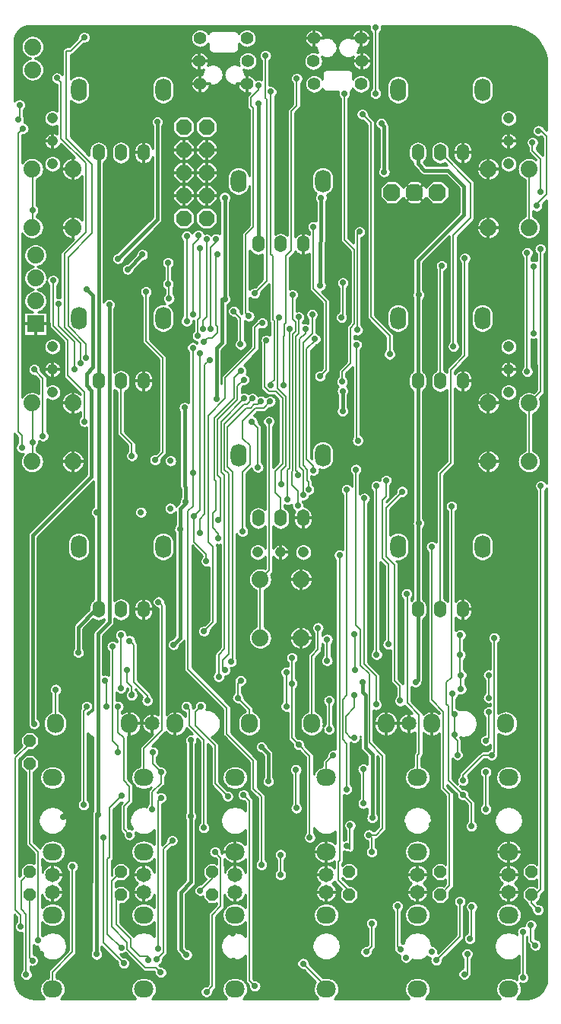
<source format=gbl>
G04 DipTrace 3.3.0.0*
G04 pachinko.GBL*
%MOIN*%
G04 #@! TF.FileFunction,Copper,L2,Bot*
G04 #@! TF.Part,Single*
%AMOUTLINE0*
4,1,8,
0.01574,-0.038,
0.038,-0.01574,
0.038,0.01574,
0.01574,0.038,
-0.01574,0.038,
-0.038,0.01574,
-0.038,-0.01574,
-0.01574,-0.038,
0.01574,-0.038,
0*%
%AMOUTLINE3*
4,1,8,
0.014159,0.034184,
0.034184,0.014159,
0.034184,-0.014159,
0.014159,-0.034184,
-0.014159,-0.034184,
-0.034184,-0.014159,
-0.034184,0.014159,
-0.014159,0.034184,
0.014159,0.034184,
0*%
%AMOUTLINE6*
4,1,8,
0.010769,0.026,
0.026,0.010769,
0.026,-0.010769,
0.010769,-0.026,
-0.010769,-0.026,
-0.026,-0.010769,
-0.026,0.010769,
-0.010769,0.026,
0.010769,0.026,
0*%
%AMOUTLINE9*
4,1,8,
-0.010769,-0.026,
-0.026,-0.010769,
-0.026,0.010769,
-0.010769,0.026,
0.010769,0.026,
0.026,0.010769,
0.026,-0.010769,
0.010769,-0.026,
-0.010769,-0.026,
0*%
G04 #@! TA.AperFunction,Conductor*
%ADD13C,0.015*%
%ADD16C,0.007*%
G04 #@! TA.AperFunction,CopperBalancing*
%ADD17C,0.009*%
%ADD18C,0.01*%
%ADD19C,0.013*%
G04 #@! TA.AperFunction,ComponentPad*
%ADD46O,0.075X0.085*%
%ADD47C,0.065*%
%ADD48O,0.085X0.075*%
%ADD49R,0.074X0.074*%
%ADD50C,0.074*%
%ADD54C,0.047559*%
%ADD58O,0.054X0.074*%
%ADD59O,0.07X0.1*%
%ADD60C,0.055118*%
G04 #@! TA.AperFunction,ViaPad*
%ADD61C,0.027559*%
G04 #@! TA.AperFunction,ComponentPad*
%ADD133OUTLINE0*%
%ADD136OUTLINE3*%
%ADD139OUTLINE6*%
%ADD142OUTLINE9*%
%FSLAX26Y26*%
G04*
G70*
G90*
G75*
G01*
G04 Bottom*
%LPD*%
X1336745Y3921608D2*
D13*
Y3477102D1*
X1854016Y2987069D2*
Y3074896D1*
X1336745Y3477102D2*
X1326382D1*
Y3287475D1*
X1300946Y3262039D1*
Y3041171D1*
X1756077Y3537698D2*
X1759375Y3921022D1*
X1112218Y1964764D2*
X1140548Y1993094D1*
Y2469362D1*
X1143051D1*
Y2560825D1*
X1165821Y2583596D1*
Y2591503D1*
Y2654635D1*
X1160711Y2659745D1*
Y3001957D1*
X1942245Y1801184D2*
Y1756142D1*
X1953724Y1744663D1*
Y1513584D1*
X1983463Y1483845D1*
Y1206182D1*
X2183258Y2118593D2*
Y2495720D1*
Y3118593D1*
Y3495879D1*
Y3645143D1*
X2386188Y3848072D1*
Y3971491D1*
X2316429Y4041249D1*
X2211791D1*
X2183258Y4069782D1*
Y4118593D1*
X2186661Y3495879D2*
X2183258D1*
X783258Y2118593D2*
Y2551042D1*
Y3118593D1*
Y4118593D1*
X1483258Y3718593D2*
X1485090D1*
Y4332033D1*
X783258Y2118593D2*
X772891D1*
X694895Y2040597D1*
Y1929480D1*
X2173399Y1801184D2*
X2183258Y1811043D1*
Y2118593D1*
X2187316Y2495720D2*
X2183258D1*
X776400Y2544184D2*
X783258Y2551042D1*
X2381684Y1306684D2*
D16*
X2419184Y1269184D1*
Y1169184D1*
X1633669Y3496258D2*
Y3390625D1*
X1646940Y3377354D1*
Y3335430D1*
X1636016Y3324506D1*
Y2725182D1*
X1632416Y2721583D1*
Y2662773D1*
X1657538Y2637651D1*
Y2572504D1*
X2331457Y2569905D2*
Y1820169D1*
X2309698Y1798411D1*
Y1702622D1*
X2317156Y1695164D1*
Y1371211D1*
X2381684Y1306684D1*
X1919142Y3342012D2*
Y3762785D1*
X1928307Y3771950D1*
X1581684Y2518593D2*
Y2606428D1*
X1558042Y2630069D1*
Y2723260D1*
X1590089Y2755307D1*
Y3044639D1*
X1560415Y3074314D1*
X1530723D1*
X1511713Y3093324D1*
Y3304715D1*
X1519748Y3296680D1*
X2106348Y1718488D2*
Y1783106D1*
X2081605Y1807849D1*
Y2314374D1*
X2045193Y2350786D1*
Y2564953D1*
X2114887Y2634647D1*
X1681146Y2619205D2*
Y2727429D1*
X1666357Y2742218D1*
Y3302335D1*
X1690209Y3326186D1*
Y3346701D1*
X2481684Y1544184D2*
X2494184Y1556684D1*
Y1669184D1*
X1848824Y3397192D2*
X1855042Y3403409D1*
Y3548740D1*
X2281684Y3118593D2*
Y3617206D1*
X2288520Y3624042D1*
X2054093Y1966202D2*
Y2316216D1*
X2026605Y2343705D1*
Y2596594D1*
X2044930Y2614920D1*
Y2683869D1*
X1657038Y2706681D2*
Y2719803D1*
X1649787Y2727054D1*
Y3314350D1*
X1661661Y3326224D1*
Y3398610D1*
X2494184Y1831684D2*
Y1731684D1*
X2389656Y3656169D2*
Y3230434D1*
X2327569Y3168348D1*
Y2760352D1*
X2281684Y2714466D1*
Y2118593D1*
X1871758Y1331684D2*
Y1531039D1*
X1853987Y1548812D1*
Y1724715D1*
X1871758Y1742487D1*
Y2642852D1*
X1705475Y2643333D2*
Y2676255D1*
X1698737Y2682992D1*
Y2731195D1*
X1680123Y2749810D1*
Y3285499D1*
X1720237Y3325613D1*
Y3410551D1*
X2339768Y3269626D2*
Y3757291D1*
X2415493Y3833017D1*
Y3984783D1*
X2281684Y4118593D1*
X2002657Y1921127D2*
X2001791Y1921993D1*
Y2659436D1*
X1585646Y2668153D2*
Y2726447D1*
X1604925Y2745727D1*
Y3050790D1*
X1569155Y3086560D1*
Y3391680D1*
X1574022Y3396547D1*
X1785887Y1894184D2*
Y1987583D1*
X1915087Y3277237D2*
Y2863853D1*
X1920671Y2858269D1*
X929594Y2791135D2*
Y2842339D1*
X881684Y2890249D1*
Y3118593D1*
X1981684Y1056684D2*
Y1119184D1*
X1969184Y1131684D1*
X1733135Y3302437D2*
X1734890D1*
Y3297173D1*
X1696237Y3258521D1*
Y2775458D1*
X1725699Y2745996D1*
Y2727841D1*
X1912211Y2731621D2*
Y2050174D1*
X1932930Y2029455D1*
Y1874294D1*
X1971205Y1836020D1*
Y1536037D1*
X2029131Y1478110D1*
Y1160543D1*
X2000272Y1131684D1*
X1969184D1*
X2060030Y3235538D2*
Y3318205D1*
X1978424Y3399811D1*
Y4248857D1*
X1940193Y4287088D1*
X1622226Y3347178D2*
X1621539Y3346492D1*
Y3319388D1*
X1620062D1*
Y2736076D1*
X1613113Y2729127D1*
Y2599825D1*
X1948968Y2605211D2*
Y1878705D1*
X2000874Y1826799D1*
Y1702090D1*
X1794184Y1594184D2*
Y1719184D1*
X1501402Y3372506D2*
X1488365D1*
X1469436Y3353577D1*
Y3261920D1*
X1339753Y3132237D1*
Y3042999D1*
X1264399Y2967644D1*
Y2414892D1*
X1286190Y2393101D1*
Y2063814D1*
X1245874Y2023497D1*
X1581684Y1044723D2*
Y956585D1*
X1631684Y1794184D2*
Y1906684D1*
X2506684Y1481684D2*
X2519184Y1494184D1*
Y1994184D1*
X2381684Y1369184D2*
Y1394184D1*
X2469184Y1481684D1*
X2506684D1*
X1631684Y1794184D2*
Y1555608D1*
X1661087Y1526205D1*
X1709703Y1477588D1*
Y1120136D1*
X1496503Y3029753D2*
X1482092Y3015342D1*
X1465924D1*
X1451803Y3001222D1*
X1432808D1*
X1348857Y2917270D1*
Y2743080D1*
X1372328Y2719609D1*
Y1893727D1*
X1361081D1*
X1364842Y1889966D1*
X1337062Y1852709D2*
X1327117Y1862653D1*
Y1896478D1*
X1353521Y1922882D1*
Y2712539D1*
X1334562Y2731499D1*
Y2930594D1*
X1421766Y3017799D1*
X1433547D1*
X1458030Y3042282D1*
X1421703Y3043118D2*
X1320230Y2941644D1*
Y2720629D1*
X1334713Y2706146D1*
Y1945180D1*
X1310181Y1920648D1*
Y1824290D1*
X996949Y1719184D2*
Y1741419D1*
X936728Y1801639D1*
Y1964139D1*
X919184Y1981684D1*
X929412Y1743013D2*
X937383Y1750984D1*
X927836Y1760531D1*
Y1781024D1*
X908030Y1800829D1*
Y1851945D1*
X812223Y1807627D2*
X819184Y1800667D1*
Y1694184D1*
X881684Y1774342D2*
Y2006252D1*
X2681684Y869184D2*
Y831772D1*
X2710442Y803013D1*
X2681684Y869184D2*
X2699871D1*
X2723210Y892522D1*
Y2659875D1*
X1482517Y2740899D2*
Y2914184D1*
X1455965Y2940736D1*
X2281684Y869184D2*
X2283378D1*
X2323210Y909016D1*
Y1309543D1*
X2295674Y1337079D1*
Y1671268D1*
X2244076Y1722866D1*
Y2393073D1*
X1308590Y2428811D2*
Y2451585D1*
X1284917Y2475258D1*
Y2539434D1*
X1298665Y2553182D1*
Y2679888D1*
X1291657Y2686896D1*
Y2958167D1*
X1377008Y3043517D1*
Y3132509D1*
X1407660Y3163161D1*
X1881684Y869184D2*
Y886321D1*
X1834866Y933139D1*
Y1012783D1*
X1840535Y1018453D1*
Y2357241D1*
X1308958Y2509932D2*
X1318647Y2519621D1*
Y2692819D1*
X1306101Y2705365D1*
Y2949374D1*
X1393172Y3036445D1*
Y3096432D1*
X1421276Y3124535D1*
X1467311Y3502538D2*
X1520522Y3555749D1*
Y4352358D1*
X1514783Y4358097D1*
Y4431757D1*
X1515661Y4430879D1*
Y4543731D1*
X1199682Y3410745D2*
Y3717546D1*
X1220730Y3738593D1*
Y3756289D1*
X2704782Y3885702D2*
Y3892006D1*
X2749878Y3937102D1*
Y4190806D1*
X2725929Y4214755D1*
X2712576D1*
X1169957Y3381379D2*
Y3753954D1*
X2722424Y3948402D2*
Y4091421D1*
X2686471Y4127374D1*
Y4162798D1*
X1217698Y3316786D2*
Y3385349D1*
X1228106Y3395757D1*
Y3700968D1*
X2663115Y3680799D2*
Y3159576D1*
X1243559Y3289064D2*
X1262350Y3307856D1*
X1283001D1*
X1304211Y3329066D1*
Y3357075D1*
X1297139Y3364147D1*
Y3668757D1*
X1303361Y3674979D1*
X2691336Y3620356D2*
Y3328113D1*
X2690693Y3327470D1*
X1594778Y3100521D2*
Y3318295D1*
X1597056Y3316017D1*
Y3365757D1*
X1604870Y3373571D1*
Y3667370D1*
X1627886Y3690386D1*
Y4299165D1*
X1652816Y4324096D1*
Y4443545D1*
X1535873Y3029106D2*
X1506965Y3000198D1*
X1472677D1*
X1416345Y2943866D1*
Y2866693D1*
X1447134Y2835904D1*
Y2753218D1*
X1415550Y2721634D1*
Y2460560D1*
X447055Y2827059D2*
Y2879440D1*
X431080Y2895415D1*
Y4202902D1*
X452453Y4224274D1*
X1539900Y3100433D2*
Y3109014D1*
X1553755Y3122869D1*
Y3381894D1*
X1548556Y3387092D1*
Y3665573D1*
X1539900Y3674230D1*
Y4385274D1*
X437349Y4327660D2*
Y4267400D1*
X432068Y4262119D1*
X539694Y2877622D2*
Y3131148D1*
X501883Y3168959D1*
X1444684Y1619184D2*
Y1681184D1*
X1394184Y1731684D1*
Y1794184D1*
X1406684Y1806684D1*
X1781684Y1382184D2*
Y1448975D1*
X1813016Y1480307D1*
X1649241Y1417581D2*
Y1250136D1*
X1650655Y1248723D1*
X1718684Y1619184D2*
Y1914818D1*
X1745908Y1942042D1*
Y2038243D1*
X593684Y1619184D2*
Y1765694D1*
X595791Y1767802D1*
X2263934Y582793D2*
X2368163Y687021D1*
Y839947D1*
X1031193Y2773260D2*
X1065329Y2807396D1*
Y3220129D1*
X991192Y3294266D1*
Y3508919D1*
X1944184Y1269184D2*
Y1419184D1*
X2356684Y1481684D2*
Y1544184D1*
X2338098Y1562769D1*
X2344354D1*
Y1660946D1*
X2343917Y1570575D2*
X2351723Y1562769D1*
X2344354D1*
Y1660946D2*
X2335071D1*
Y1749016D1*
X2644184Y506684D2*
Y706684D1*
X2372711Y1769766D2*
Y1831684D1*
X2369184D1*
Y1919184D1*
Y2006684D1*
X1873219Y1084306D2*
X1886260Y1071265D1*
Y1173255D1*
X1606684Y1694184D2*
Y1844184D1*
X1909735Y1853632D2*
Y2007588D1*
X1905853Y2011470D1*
X2411143Y677224D2*
X2419652Y668715D1*
Y817122D1*
X1906194Y1743694D2*
Y1689063D1*
X1867331Y1650199D1*
Y1579052D1*
X1888852Y1557531D1*
X1905025D1*
X2698689Y648235D2*
X2679881Y667042D1*
Y736287D1*
X2481684Y1244184D2*
Y1406684D1*
X2035891Y4034253D2*
D13*
Y4234929D1*
X2023478Y4247342D1*
X2387151Y521345D2*
D16*
X2399983D1*
Y611000D1*
X981684Y1382184D2*
Y1509174D1*
X1062701Y1590192D1*
Y2135161D1*
X1046216Y2151646D1*
X2106684Y631684D2*
X2094184Y644184D1*
Y819184D1*
X1781684Y456184D2*
Y467008D1*
X1680444Y568248D1*
X1956684Y619184D2*
X1981684Y644184D1*
Y744184D1*
X1044184Y634046D2*
Y1281684D1*
X1056684Y1294184D1*
X581684Y456184D2*
Y531684D1*
X669184Y619184D1*
Y994184D1*
X1469184Y469184D2*
X1444184Y494184D1*
Y1281684D1*
X1419184Y1306684D1*
X919184Y1131684D2*
X894184Y1156684D1*
Y1256684D1*
X919184Y1281684D1*
Y1344184D1*
X894184Y1369184D1*
Y1556684D1*
X869184Y1581684D1*
Y1694184D1*
X2134068Y2187244D2*
X2137244Y2184068D1*
Y1709894D1*
X2189315Y1657823D1*
Y1486067D1*
X2181684Y1478436D1*
Y1382184D1*
X731684Y1694184D2*
X734870Y1690997D1*
X717713Y1673840D1*
Y1262795D1*
X1244858Y1162503D2*
Y1548194D1*
X1181684Y1611369D1*
Y1681682D1*
X1169184Y1694182D1*
X1350240Y1300627D2*
X1294184Y1356684D1*
Y1522184D1*
X1206684Y1609684D1*
Y1669184D1*
X1231684Y1694184D1*
X1256684Y444184D2*
X1281684Y469184D1*
Y781684D1*
X1319184Y819184D1*
Y1031684D1*
X1294184Y1056684D1*
X1229524Y887827D2*
X1280865Y939168D1*
Y969184D1*
X1106684Y1106684D2*
X1069184Y1069184D1*
Y618085D1*
X1038404Y587306D1*
X880865Y869184D2*
X861101D1*
Y739597D1*
X924844Y675854D1*
Y638862D1*
X965190Y598516D1*
X1000487D1*
Y584059D1*
X1001147Y584719D1*
X1056174Y529067D2*
X1034403Y550839D1*
X989266D1*
X909615Y630489D1*
Y660803D1*
X840417Y730001D1*
Y928736D1*
X880865Y969184D1*
X894184Y569184D2*
X804631Y658736D1*
Y1119184D1*
X481684Y869184D2*
Y594184D1*
X494184Y581684D1*
X466551Y519184D2*
Y784316D1*
X447751Y803117D1*
X446992D1*
X444184Y805925D1*
Y931684D1*
X481684Y969184D1*
X883597Y637392D2*
X822799Y698190D1*
Y1025122D1*
X831684Y1034006D1*
Y1249294D1*
X884743Y1302353D1*
X519184Y669184D2*
Y1056684D1*
X481684Y1094184D1*
Y1444184D1*
Y1544184D2*
Y1531684D1*
X419184Y1469184D1*
Y801850D1*
X442458Y778576D1*
Y729718D1*
X869184Y3654253D2*
D13*
X1041566Y3826635D1*
Y4253757D1*
X911153Y3607283D2*
X975672Y3671802D1*
X1196659Y2717287D2*
D16*
Y3264892D1*
X1497787Y1000650D2*
Y1298980D1*
X1462877Y1333891D1*
Y1456853D1*
X1346518Y1573211D1*
Y1687680D1*
X1176047Y1858151D1*
Y2549096D1*
X1196659Y2569707D1*
Y2717287D1*
X1087978Y3636719D2*
Y3543285D1*
X1406294Y3278839D2*
Y3394157D1*
X1376303Y3424148D1*
X1092596Y3479031D2*
Y3538667D1*
X1087978Y3543285D1*
X704405Y3196227D2*
Y3284247D1*
X633753Y3354899D1*
Y3675585D1*
X727791Y3769623D1*
Y4072113D1*
X618924Y4180980D1*
Y4427475D1*
X601261Y4445138D1*
X1442577Y3402488D2*
X1428976Y3416089D1*
Y3758912D1*
X1462387Y3792323D1*
Y4312390D1*
X1452160Y4322617D1*
Y4359409D1*
X1485472Y4392722D1*
Y4413873D1*
X2670684Y4047184D2*
Y3791184D1*
X1276434Y3347113D2*
Y3704588D1*
X1298689Y3726842D1*
Y3740581D1*
X1242257Y3346740D2*
Y3384303D1*
X1257489Y3399535D1*
Y3738933D1*
X2720703Y3696755D2*
Y3072203D1*
X2670684Y3022184D1*
Y2766184D1*
X1851766Y3116056D2*
Y3159409D1*
X1887576Y3195219D1*
Y3351500D1*
X1905482Y3369405D1*
Y3693800D1*
X1861604Y3737678D1*
Y4377626D1*
X1997732D2*
Y4666329D1*
X1530474Y2942008D2*
X1527757Y2939291D1*
X1531499Y2935550D1*
Y2288999D1*
X1492684Y2250184D1*
Y1994184D2*
Y2250184D1*
X1754362Y3139840D2*
X1781605Y3167083D1*
Y3466352D1*
X1724543Y3523413D1*
Y3793904D1*
X495377Y3866127D2*
Y3793877D1*
X492684Y3791184D1*
X495377Y3866127D2*
Y4044491D1*
X492684Y4047184D1*
X493774Y2851680D2*
Y2767274D1*
X492684Y2766184D1*
X493774Y2851680D2*
Y3021093D1*
X492684Y3022184D1*
X721094Y2941695D2*
Y3069463D1*
X648768Y3141790D1*
Y3296216D1*
X583909Y3361075D1*
Y3559048D1*
X677516Y3171484D2*
Y3290587D1*
X608674Y3359428D1*
Y3457055D1*
X1256415Y2329538D2*
Y2360125D1*
X1202521Y2414018D1*
Y2527904D1*
X1229684Y2555067D1*
Y3240622D1*
X729690Y3220114D2*
Y3279018D1*
X649954Y3358755D1*
Y3661581D1*
X756005Y3767632D1*
Y4068027D1*
X642797Y4181236D1*
Y4564634D1*
X661416D1*
X720378Y4623596D1*
X774596Y608455D2*
D13*
Y1212674D1*
X781105Y1219184D1*
Y2013201D1*
X830004Y2062100D1*
Y3453331D1*
X1187928Y1213684D2*
Y925428D1*
X1144184Y881684D1*
Y631684D1*
X1169184Y606684D1*
X1187928Y1213684D2*
Y1546860D1*
X1497747Y1516478D2*
X1528190Y1486034D1*
Y1365752D1*
X500942Y1617548D2*
X495024Y1623467D1*
Y2443568D1*
X751475Y2700020D1*
Y3077832D1*
X729975Y3099332D1*
Y3150727D1*
X758598Y3179350D1*
Y3494651D1*
X732623Y3520626D1*
X867594Y1494184D2*
D16*
Y1520773D1*
X844184Y1544184D1*
Y1956684D1*
X1021442Y1494184D2*
Y1441925D1*
X1056684Y1406684D1*
Y1356684D1*
X1019184Y1319184D1*
Y1244184D1*
X1270953Y3211703D2*
X1249415Y3190165D1*
Y2536493D1*
X1227144Y2514223D1*
Y2452407D1*
D61*
X1336745Y3921608D3*
Y3477102D3*
X1854016Y2987069D3*
Y3074896D3*
X1300946Y3041171D3*
X1756077Y3537698D3*
X1759375Y3921022D3*
X1112218Y1964764D3*
X1140548Y2469362D3*
X1165821Y2591503D3*
X1160711Y3001957D3*
X1140548Y2469362D3*
X1983463Y1206182D3*
X1942245Y1801184D3*
X2186661Y3495879D3*
X1485090Y4332033D3*
D3*
X694895Y1929480D3*
X2173399Y1801184D3*
X2187316Y2495720D3*
X776400Y2544184D3*
X2381684Y1306684D3*
X2419184Y1169184D3*
X1633669Y3496258D3*
X1657538Y2572504D3*
X2331457Y2569905D3*
X2381684Y1306684D3*
X1928307Y3771950D3*
X1919142Y3342012D3*
X1519748Y3296680D3*
X2106348Y1718488D3*
X2114887Y2634647D3*
X1681146Y2619205D3*
X1690209Y3346701D3*
X2481684Y1544184D3*
X2494184Y1669184D3*
D3*
X1848824Y3397192D3*
X1855042Y3548740D3*
X2288520Y3624042D3*
X2054093Y1966202D3*
X2044930Y2683869D3*
X1657038Y2706681D3*
X1661661Y3398610D3*
X2494184Y1831684D3*
Y1731684D3*
X2389656Y3656169D3*
X1871758Y1331684D3*
Y2642852D3*
X1705475Y2643333D3*
X1720237Y3410551D3*
X2339768Y3269626D3*
X2002657Y1921127D3*
X2001791Y2659436D3*
X1585646Y2668153D3*
X1574022Y3396547D3*
X1785887Y1894184D3*
Y1987583D3*
X1920671Y2858269D3*
X929594Y2791135D3*
X1915087Y3277237D3*
X1981684Y1056684D3*
X1969184Y1131684D3*
X1725699Y2727841D3*
X1912211Y2731621D3*
X1733135Y3302437D3*
X1969184Y1131684D3*
X1940193Y4287088D3*
X2060030Y3235538D3*
X1622226Y3347178D3*
X1613113Y2599825D3*
X1948968Y2605211D3*
X2000874Y1702090D3*
X1794184Y1594184D3*
Y1719184D3*
X2000874Y1702090D3*
X1501402Y3372506D3*
X1245874Y2023497D3*
X1581684Y1044723D3*
Y956585D3*
X1631684Y1794184D3*
Y1906684D3*
X2506684Y1481684D3*
X2519184Y1994184D3*
X2381684Y1369184D3*
X2506684Y1481684D3*
X1709703Y1120136D3*
X1631684Y1794184D3*
X1661087Y1526205D3*
X1496503Y3029753D3*
X1364842Y1889966D3*
X1337062Y1852709D3*
X1458030Y3042282D3*
X1421703Y3043118D3*
X1310181Y1824290D3*
X996949Y1719184D3*
X919184Y1981684D3*
X929412Y1743013D3*
X908030Y1851945D3*
X812223Y1807627D3*
X819184Y1694184D3*
X881684Y1774342D3*
Y2006252D3*
X2710442Y803013D3*
X2723210Y2659875D3*
X1482517Y2740899D3*
X1455965Y2940736D3*
X2244076Y2393073D3*
X1308590Y2428811D3*
X1407660Y3163161D3*
X1840535Y2357241D3*
X1308958Y2509932D3*
X1421276Y3124535D3*
X1467311Y3502538D3*
X1515661Y4543731D3*
X1199682Y3410745D3*
X1220730Y3756289D3*
X2704782Y3885702D3*
X2712576Y4214755D3*
X1169957Y3381379D3*
Y3753954D3*
X2722424Y3948402D3*
X2686471Y4162798D3*
X1217698Y3316786D3*
X1228106Y3700968D3*
X2663115Y3680799D3*
Y3159576D3*
X1243559Y3289064D3*
X1303361Y3674979D3*
X2691336Y3620356D3*
X2690693Y3327470D3*
X1594778Y3100521D3*
X1652816Y4443545D3*
X1535873Y3029106D3*
X1415550Y2460560D3*
X447055Y2827059D3*
X452453Y4224274D3*
X1539900Y3100433D3*
Y4385274D3*
X437349Y4327660D3*
X432068Y4262119D3*
X539694Y2877622D3*
X501883Y3168959D3*
X1394184Y1731684D3*
X1406684Y1806684D3*
X1813016Y1480307D3*
X1649241Y1417581D3*
X1650655Y1248723D3*
X1745908Y2038243D3*
X595791Y1767802D3*
X2263934Y582793D3*
X2368163Y839947D3*
X1031193Y2773260D3*
X991192Y3508919D3*
X1944184Y1269184D3*
Y1419184D3*
D3*
X2356684Y1481684D3*
X2344354Y1660946D3*
X2343917Y1570575D3*
X2335071Y1749016D3*
X2644184Y506684D3*
Y706684D3*
X2372711Y1769766D3*
X2369184Y2006684D3*
Y1919184D3*
X2372711Y1831684D3*
D3*
X1873219Y1084306D3*
X1886260Y1173255D3*
X1606684Y1694184D3*
Y1844184D3*
X1905853Y2011470D3*
X1909735Y1853632D3*
X2411143Y677224D3*
X2419652Y817122D3*
X1905025Y1557531D3*
X1906194Y1743694D3*
X2698689Y648235D3*
X2679881Y736287D3*
X2481684Y1244184D3*
Y1406684D3*
X2035891Y4034253D3*
X2023478Y4247342D3*
X2387151Y521345D3*
X2399983Y611000D3*
X1046216Y2151646D3*
X2106684Y631684D3*
X2094184Y819184D3*
X1680444Y568248D3*
X1956684Y619184D3*
X1981684Y744184D3*
X1044184Y634046D3*
X1056684Y1294184D3*
X669184Y994184D3*
X1469184Y469184D3*
X1419184Y1306684D3*
X919184Y1131684D3*
X869184Y1694184D3*
X2134068Y2187244D3*
X731684Y1694184D3*
X717713Y1262795D3*
X1169184Y1694182D3*
X1244858Y1162503D3*
X1231684Y1694184D3*
X1350240Y1300627D3*
X1256684Y444184D3*
X1294184Y1056684D3*
X1229524Y887827D3*
X1106684Y1106684D3*
X1038404Y587306D3*
X1001147Y584719D3*
X1056174Y529067D3*
X894184Y569184D3*
X804631Y1119184D3*
D3*
X494184Y581684D3*
X466551Y519184D3*
X883597Y637392D3*
X884743Y1302353D3*
X519184Y669184D3*
X442458Y729718D3*
X869184Y3654253D3*
X1041566Y4253757D3*
X911153Y3607283D3*
X975672Y3671802D3*
X1196659Y2717287D3*
Y3264892D3*
X1497787Y1000650D3*
X1196659Y2717287D3*
X1087978Y3543285D3*
Y3636719D3*
X1406294Y3278839D3*
X1376303Y3424148D3*
X1092596Y3479031D3*
X704405Y3196227D3*
X601261Y4445138D3*
X1442577Y3402488D3*
X1485472Y4413873D3*
X1276434Y3347113D3*
X1298689Y3740581D3*
X1242257Y3346740D3*
X1257489Y3738933D3*
X2720703Y3696755D3*
X1851766Y3116056D3*
X1861604Y4377626D3*
X1997732D3*
Y4666329D3*
X1530474Y2942008D3*
X1754362Y3139840D3*
X1724543Y3793904D3*
X495377Y3866127D3*
D3*
X493774Y2851680D3*
D3*
X721094Y2941695D3*
X583909Y3559048D3*
X677516Y3171484D3*
X608674Y3457055D3*
X1256415Y2329538D3*
X1202521Y2527904D3*
X1229684Y3240622D3*
X729690Y3220114D3*
X720378Y4623596D3*
X781105Y1219184D3*
X774596Y608455D3*
X830004Y3453331D3*
X1169184Y606684D3*
X1187928Y1213684D3*
Y1546860D3*
X1497747Y1516478D3*
X1528190Y1365752D3*
X1187928Y1213684D3*
X500942Y1617548D3*
X732623Y3520626D3*
X1187928Y1546860D3*
X844184Y1956684D3*
X867594Y1494184D3*
X1056684Y1406684D3*
X1021442Y1494184D3*
X1019184Y1244184D3*
D3*
X1270953Y3211703D3*
X1227144Y2452407D3*
X1848290Y3291390D3*
X1701542Y3500379D3*
X1382117Y3344412D3*
X1464243Y3201205D3*
X1789062Y3036147D3*
X1754611Y2903601D3*
X1893580Y2814264D3*
X2007441Y2883748D3*
X2077510Y2933379D3*
X1873144Y2907688D3*
X1108815Y3152344D3*
X1041083Y3071181D3*
X1036412Y2984764D3*
X1099472Y2768719D3*
X1097961Y2561109D3*
X969374Y2544152D3*
X1880772Y3480013D3*
X1826999Y3479430D3*
X1743610Y3463281D3*
X1460731Y3538108D3*
X1745480Y3267113D3*
X1483863Y3081001D3*
X1438598Y3344006D3*
X1727818Y3185693D3*
X1374213Y3518063D3*
X1138913Y3476006D3*
X1133832Y3663762D3*
X2108042Y1236341D3*
X2246004Y1235715D3*
Y1177781D3*
X2118829Y1175661D3*
X552006Y703896D3*
X532871Y609715D3*
X542258Y544134D3*
X1375160Y581146D3*
X1372529Y700031D3*
X2131684Y594184D3*
X2244184Y619184D3*
X2106684Y1831684D3*
X2213681Y1830129D3*
X2206684Y1769184D3*
X2060647Y1772404D3*
X546318Y1880886D3*
X441008Y1883713D3*
X957416Y1979413D3*
X1531684Y1556684D3*
Y1594184D3*
X1569184D3*
Y1631684D3*
X894184Y2244184D3*
X944184D3*
Y2281684D3*
Y2319184D3*
X931684Y3256684D3*
Y3294184D3*
Y3331684D3*
Y3369184D3*
X1631684Y3644184D3*
X427307Y678972D3*
X629814Y1208475D3*
X1333575Y1248545D3*
X448182Y4664815D2*
D17*
X1969228D1*
X2026223D2*
X2627581D1*
X436335Y4655946D2*
X1208940D1*
X1249710D2*
X1413653D1*
X1454425D2*
X1709336D1*
X1749298D2*
X1914068D1*
X1954030D2*
X1971214D1*
X2024255D2*
X2649941D1*
X428600Y4647077D2*
X704904D1*
X735866D2*
X1197618D1*
X1261030D2*
X1269337D1*
X1394062D2*
X1402333D1*
X1465762D2*
X1697804D1*
X1760846D2*
X1902537D1*
X1965562D2*
X1976997D1*
X2018471D2*
X2667150D1*
X423010Y4638209D2*
X696009D1*
X744743D2*
X1191520D1*
X1471844D2*
X1691634D1*
X1767016D2*
X1896349D1*
X1971731D2*
X1979476D1*
X2015993D2*
X2679332D1*
X418827Y4629340D2*
X475509D1*
X512852D2*
X692441D1*
X748311D2*
X1188214D1*
X1475150D2*
X1688277D1*
X1770374D2*
X1892992D1*
X2015993D2*
X2691021D1*
X416559Y4620471D2*
X460392D1*
X527987D2*
X691808D1*
X748734D2*
X1187020D1*
X1476344D2*
X1687029D1*
X1802682D2*
X1860665D1*
X2015993D2*
X2699652D1*
X415592Y4611602D2*
X452148D1*
X536214D2*
X682932D1*
X746184D2*
X1187740D1*
X1475623D2*
X1687697D1*
X1816306D2*
X1847042D1*
X2015993D2*
X2708282D1*
X415592Y4602734D2*
X446980D1*
X541382D2*
X674072D1*
X739417D2*
X1190500D1*
X1472863D2*
X1690404D1*
X1823917D2*
X1839449D1*
X1972962D2*
X1979463D1*
X2015993D2*
X2715104D1*
X415592Y4593865D2*
X443904D1*
X544458D2*
X665194D1*
X716090D2*
X1195808D1*
X1467555D2*
X1695642D1*
X1828363D2*
X1834984D1*
X1967723D2*
X1979476D1*
X2015993D2*
X2721185D1*
X415592Y4584996D2*
X442533D1*
X545829D2*
X656336D1*
X707231D2*
X1205353D1*
X1253295D2*
X1264064D1*
X1399335D2*
X1410068D1*
X1458010D2*
X1705046D1*
X1958337D2*
X1979476D1*
X2015993D2*
X2727268D1*
X415592Y4576127D2*
X442726D1*
X545635D2*
X628878D1*
X698354D2*
X1264064D1*
X1399335D2*
X1737689D1*
X1925694D2*
X1979476D1*
X2015993D2*
X2731504D1*
X415592Y4567258D2*
X444520D1*
X543860D2*
X624730D1*
X689495D2*
X1265453D1*
X1397928D2*
X1500261D1*
X1531066D2*
X1739060D1*
X1924323D2*
X1979476D1*
X2015993D2*
X2735581D1*
X415592Y4558390D2*
X448069D1*
X540291D2*
X624537D1*
X680618D2*
X1210521D1*
X1240253D2*
X1272572D1*
X1390810D2*
X1423110D1*
X1452842D2*
X1491332D1*
X1539995D2*
X1711129D1*
X1826307D2*
X1837041D1*
X1952237D2*
X1979476D1*
X2015993D2*
X2739660D1*
X415592Y4549521D2*
X453888D1*
X534491D2*
X624537D1*
X670862D2*
X1196054D1*
X1254702D2*
X1408661D1*
X1467310D2*
X1487728D1*
X1543581D2*
X1696293D1*
X1820999D2*
X1842349D1*
X1967090D2*
X1979476D1*
X2015993D2*
X2742297D1*
X415592Y4540652D2*
X463240D1*
X525139D2*
X624537D1*
X661054D2*
X1188936D1*
X1261839D2*
X1401525D1*
X1474428D2*
X1487289D1*
X1544020D2*
X1689068D1*
X1811630D2*
X1851718D1*
X1974298D2*
X1979484D1*
X2015993D2*
X2744669D1*
X415592Y4531783D2*
X483454D1*
X504925D2*
X624537D1*
X661054D2*
X1184962D1*
X1265811D2*
X1397552D1*
X1478402D2*
X1489837D1*
X1541489D2*
X1685025D1*
X1765751D2*
X1897632D1*
X2015993D2*
X2747042D1*
X415592Y4522915D2*
X463504D1*
X524858D2*
X624537D1*
X661054D2*
X1183222D1*
X1267551D2*
X1395812D1*
X1480159D2*
X1496569D1*
X1534739D2*
X1683232D1*
X1767543D2*
X1895840D1*
X2015993D2*
X2747781D1*
X415592Y4514046D2*
X454046D1*
X534315D2*
X624537D1*
X661054D2*
X1183416D1*
X1267358D2*
X1396005D1*
X1479947D2*
X1497396D1*
X1533913D2*
X1683390D1*
X1767386D2*
X1895980D1*
X2015993D2*
X2747781D1*
X415592Y4505177D2*
X448176D1*
X540186D2*
X624537D1*
X661054D2*
X1185577D1*
X1265178D2*
X1275050D1*
X1293690D2*
X1369692D1*
X1388314D2*
X1398185D1*
X1477786D2*
X1497396D1*
X1533913D2*
X1685500D1*
X1765258D2*
X1898108D1*
X2015993D2*
X2747781D1*
X415592Y4496308D2*
X444572D1*
X543790D2*
X624537D1*
X661054D2*
X1190096D1*
X1313747D2*
X1349634D1*
X1473268D2*
X1497396D1*
X1533913D2*
X1689965D1*
X1760811D2*
X1902554D1*
X1973419D2*
X1979480D1*
X2015993D2*
X2747781D1*
X415592Y4487440D2*
X442744D1*
X545618D2*
X624537D1*
X661054D2*
X1198129D1*
X1322342D2*
X1341038D1*
X1465235D2*
X1497396D1*
X1533913D2*
X1697874D1*
X1752883D2*
X1910482D1*
X1965491D2*
X1979476D1*
X2015993D2*
X2747781D1*
X415592Y4478571D2*
X442516D1*
X545846D2*
X624537D1*
X661054D2*
X1217500D1*
X1233274D2*
X1241581D1*
X1327159D2*
X1336222D1*
X1421764D2*
X1430089D1*
X1445863D2*
X1497396D1*
X1533913D2*
X1716349D1*
X1734426D2*
X1770489D1*
X1892858D2*
X1928957D1*
X1947016D2*
X1979476D1*
X2015993D2*
X2747781D1*
X415592Y4469702D2*
X443852D1*
X544510D2*
X587693D1*
X614823D2*
X624537D1*
X661054D2*
X1238786D1*
X1424559D2*
X1497396D1*
X1533913D2*
X1642996D1*
X1662638D2*
X1764865D1*
X1898483D2*
X1979476D1*
X2015993D2*
X2747781D1*
X415592Y4460833D2*
X446892D1*
X541470D2*
X577604D1*
X661054D2*
X1237556D1*
X1425790D2*
X1497396D1*
X1533913D2*
X1630357D1*
X1675276D2*
X1764038D1*
X1899310D2*
X1979476D1*
X2015993D2*
X2747781D1*
X415592Y4451965D2*
X452008D1*
X536354D2*
X573577D1*
X661054D2*
X672138D1*
X721153D2*
X1042228D1*
X1091226D2*
X1202840D1*
X1460542D2*
X1497396D1*
X1533913D2*
X1625593D1*
X1680039D2*
X1703113D1*
X1755538D2*
X1764038D1*
X1899310D2*
X1907828D1*
X1960270D2*
X1979476D1*
X2015993D2*
X2072148D1*
X2121146D2*
X2442220D1*
X2491218D2*
X2747781D1*
X415592Y4443096D2*
X460146D1*
X528215D2*
X572804D1*
X732719D2*
X1030644D1*
X1102791D2*
X1194454D1*
X1327615D2*
X1335765D1*
X1468909D2*
X1497396D1*
X1533913D2*
X1624276D1*
X1681358D2*
X1694605D1*
X1968760D2*
X1979476D1*
X2015993D2*
X2060564D1*
X2132711D2*
X2430653D1*
X2502802D2*
X2747781D1*
X415592Y4434227D2*
X475000D1*
X513379D2*
X574966D1*
X739505D2*
X1023877D1*
X1109577D2*
X1189744D1*
X1322975D2*
X1340405D1*
X1533913D2*
X1625892D1*
X1679741D2*
X1689824D1*
X1973542D2*
X1979486D1*
X2015993D2*
X2053797D1*
X2139497D2*
X2423869D1*
X2509569D2*
X2747781D1*
X415592Y4425358D2*
X581048D1*
X743653D2*
X1019710D1*
X1113726D2*
X1187441D1*
X1314695D2*
X1348668D1*
X1533051D2*
X1631096D1*
X1674538D2*
X1687468D1*
X2015993D2*
X2049648D1*
X2143646D2*
X2419720D1*
X2513735D2*
X2747781D1*
X415592Y4416489D2*
X600665D1*
X745850D2*
X1017513D1*
X1115940D2*
X1187108D1*
X1298665D2*
X1364716D1*
X1533051D2*
X1634558D1*
X1671075D2*
X1687100D1*
X2015993D2*
X2047433D1*
X2145860D2*
X2417505D1*
X2515932D2*
X2747781D1*
X415592Y4407621D2*
X600665D1*
X746413D2*
X1016968D1*
X1116486D2*
X1188706D1*
X1269925D2*
X1393440D1*
X1557063D2*
X1634558D1*
X1671075D2*
X1688646D1*
X1974719D2*
X1979475D1*
X2015993D2*
X2046888D1*
X2146405D2*
X2416961D1*
X2516478D2*
X2747781D1*
X415592Y4398752D2*
X600665D1*
X746413D2*
X1016968D1*
X1116486D2*
X1192521D1*
X1266127D2*
X1397236D1*
X1564938D2*
X1634558D1*
X1671075D2*
X1692390D1*
X1970975D2*
X1979001D1*
X2016450D2*
X2046888D1*
X2146405D2*
X2416961D1*
X2516478D2*
X2747781D1*
X415592Y4389883D2*
X600665D1*
X746413D2*
X1016968D1*
X1116486D2*
X1199358D1*
X1259290D2*
X1404092D1*
X1568050D2*
X1634558D1*
X1671075D2*
X1699140D1*
X1759493D2*
X1771034D1*
X1892331D2*
X1903873D1*
X1964226D2*
X1972058D1*
X2023411D2*
X2046888D1*
X2146405D2*
X2416961D1*
X2516478D2*
X2747781D1*
X415592Y4381014D2*
X600665D1*
X746413D2*
X1016968D1*
X1116486D2*
X1212858D1*
X1245790D2*
X1417573D1*
X1568102D2*
X1634558D1*
X1671075D2*
X1712341D1*
X1746310D2*
X1833278D1*
X1889940D2*
X1917056D1*
X1951024D2*
X1969404D1*
X2026066D2*
X2046888D1*
X2146405D2*
X2416961D1*
X2516478D2*
X2747781D1*
X415592Y4372146D2*
X600665D1*
X745903D2*
X1017478D1*
X1115975D2*
X1439441D1*
X1565114D2*
X1634558D1*
X1671075D2*
X1833613D1*
X1889589D2*
X1969737D1*
X2025714D2*
X2047398D1*
X2145895D2*
X2417470D1*
X2515967D2*
X2747781D1*
X415592Y4363277D2*
X600665D1*
X743741D2*
X1019622D1*
X1113814D2*
X1434344D1*
X1558153D2*
X1634558D1*
X1671075D2*
X1837076D1*
X1886126D2*
X1973201D1*
X2022251D2*
X2049542D1*
X2143751D2*
X2419632D1*
X2513823D2*
X2747781D1*
X415592Y4354408D2*
X429489D1*
X445211D2*
X600665D1*
X739663D2*
X1023718D1*
X1109735D2*
X1433904D1*
X1558153D2*
X1634558D1*
X1671075D2*
X1843352D1*
X1879867D2*
X1981832D1*
X2013619D2*
X2053638D1*
X2139655D2*
X2423710D1*
X2509727D2*
X2747781D1*
X459327Y4345539D2*
X600665D1*
X732983D2*
X1030398D1*
X1103055D2*
X1433904D1*
X1558153D2*
X1634558D1*
X1671075D2*
X1843352D1*
X1879867D2*
X2060318D1*
X2132975D2*
X2430390D1*
X2503047D2*
X2747781D1*
X464371Y4336671D2*
X600665D1*
X661054D2*
X671664D1*
X721627D2*
X1041736D1*
X1091699D2*
X1433904D1*
X1558153D2*
X1634558D1*
X1671075D2*
X1843352D1*
X1879867D2*
X2071656D1*
X2121619D2*
X2441745D1*
X2491710D2*
X2747781D1*
X465883Y4327802D2*
X600665D1*
X661054D2*
X1433904D1*
X1558153D2*
X1631077D1*
X1671075D2*
X1843352D1*
X1879867D2*
X2747781D1*
X464478Y4318933D2*
X600665D1*
X661054D2*
X1434290D1*
X1558153D2*
X1622201D1*
X1670283D2*
X1843352D1*
X1879867D2*
X2747781D1*
X459555Y4310064D2*
X600665D1*
X661054D2*
X1439265D1*
X1558153D2*
X1613482D1*
X1664237D2*
X1843352D1*
X1879867D2*
X1923929D1*
X1956455D2*
X2747781D1*
X455618Y4301195D2*
X560992D1*
X661054D2*
X1444134D1*
X1558153D2*
X1609737D1*
X1655360D2*
X1843352D1*
X1879867D2*
X1915526D1*
X1964858D2*
X2560978D1*
X2602382D2*
X2747781D1*
X455618Y4292327D2*
X551096D1*
X661054D2*
X1444134D1*
X1558153D2*
X1609632D1*
X1646501D2*
X1843352D1*
X1879867D2*
X1912152D1*
X1968234D2*
X2551100D1*
X2612260D2*
X2747781D1*
X455618Y4283458D2*
X545962D1*
X661054D2*
X1444134D1*
X1558153D2*
X1609632D1*
X1646150D2*
X1843352D1*
X1879867D2*
X1911888D1*
X1969270D2*
X2545949D1*
X2617411D2*
X2747781D1*
X457639Y4274589D2*
X543537D1*
X661054D2*
X1022505D1*
X1060639D2*
X1130752D1*
X1182614D2*
X1230753D1*
X1282615D2*
X1444134D1*
X1558153D2*
X1609632D1*
X1646150D2*
X1843352D1*
X1879867D2*
X1914648D1*
X1978147D2*
X2017937D1*
X2029018D2*
X2543541D1*
X2619837D2*
X2747781D1*
X460363Y4265720D2*
X543308D1*
X661054D2*
X1015756D1*
X1067390D2*
X1121874D1*
X1191491D2*
X1221877D1*
X1291493D2*
X1444134D1*
X1558153D2*
X1609632D1*
X1646150D2*
X1843352D1*
X1879867D2*
X1921768D1*
X1987006D2*
X2001941D1*
X2045014D2*
X2543312D1*
X2620066D2*
X2747781D1*
X460100Y4256852D2*
X545224D1*
X661054D2*
X1013206D1*
X1069938D2*
X1113016D1*
X1200367D2*
X1213000D1*
X1300352D2*
X1444134D1*
X1558153D2*
X1609632D1*
X1646150D2*
X1843352D1*
X1879867D2*
X1944970D1*
X2050323D2*
X2545228D1*
X2618150D2*
X2747781D1*
X467554Y4247983D2*
X549689D1*
X661054D2*
X1013629D1*
X1069499D2*
X1107900D1*
X1305467D2*
X1444134D1*
X1558153D2*
X1609632D1*
X1646150D2*
X1843352D1*
X1879867D2*
X1953848D1*
X2053698D2*
X2549676D1*
X2613684D2*
X2747781D1*
X476676Y4239114D2*
X558144D1*
X661054D2*
X1017232D1*
X1065913D2*
X1107741D1*
X1305626D2*
X1444134D1*
X1558153D2*
X1609632D1*
X1646150D2*
X1843352D1*
X1879867D2*
X1960157D1*
X2057741D2*
X2558148D1*
X2605230D2*
X2698614D1*
X2726535D2*
X2747781D1*
X480333Y4230245D2*
X600665D1*
X661054D2*
X1019306D1*
X1063821D2*
X1107741D1*
X1305626D2*
X1444134D1*
X1558153D2*
X1609632D1*
X1646150D2*
X1843352D1*
X1879867D2*
X1960157D1*
X2058146D2*
X2688789D1*
X2736362D2*
X2747781D1*
X480842Y4221377D2*
X600665D1*
X661054D2*
X1019306D1*
X1063821D2*
X1107741D1*
X1305626D2*
X1444134D1*
X1558153D2*
X1609632D1*
X1646150D2*
X1843352D1*
X1879867D2*
X1960157D1*
X1996692D2*
X2013104D1*
X2058146D2*
X2684833D1*
X478363Y4212508D2*
X600665D1*
X661054D2*
X1019306D1*
X1063821D2*
X1108673D1*
X1304694D2*
X1444134D1*
X1558153D2*
X1609632D1*
X1646150D2*
X1843352D1*
X1879867D2*
X1960157D1*
X1996692D2*
X2013630D1*
X2058146D2*
X2684130D1*
X471737Y4203639D2*
X565632D1*
X661054D2*
X1019306D1*
X1063821D2*
X1115881D1*
X1197486D2*
X1215882D1*
X1297487D2*
X1444134D1*
X1558153D2*
X1609632D1*
X1646150D2*
X1843352D1*
X1879867D2*
X1960157D1*
X1996692D2*
X2013630D1*
X2058146D2*
X2565636D1*
X2597741D2*
X2686362D1*
X449342Y4194770D2*
X553188D1*
X661054D2*
X1019306D1*
X1063821D2*
X1124757D1*
X1188608D2*
X1224760D1*
X1288610D2*
X1444134D1*
X1558153D2*
X1609632D1*
X1646150D2*
X1843352D1*
X1879867D2*
X1960157D1*
X1996692D2*
X2013630D1*
X2058146D2*
X2553173D1*
X2610186D2*
X2692585D1*
X449342Y4185902D2*
X547052D1*
X663585D2*
X1019306D1*
X1063821D2*
X1134038D1*
X1179327D2*
X1234041D1*
X1279329D2*
X1444134D1*
X1558153D2*
X1609632D1*
X1646150D2*
X1843352D1*
X1879867D2*
X1960157D1*
X1996692D2*
X2013630D1*
X2058146D2*
X2547056D1*
X2616303D2*
X2670402D1*
X2702542D2*
X2729324D1*
X449342Y4177033D2*
X543976D1*
X672444D2*
X1019306D1*
X1063821D2*
X1133405D1*
X1179959D2*
X1233408D1*
X1279962D2*
X1444134D1*
X1558153D2*
X1609632D1*
X1646150D2*
X1843352D1*
X1879867D2*
X1960157D1*
X1996692D2*
X2013630D1*
X2058146D2*
X2543980D1*
X2619398D2*
X2661877D1*
X2711067D2*
X2731626D1*
X449342Y4168164D2*
X543150D1*
X681321D2*
X772176D1*
X794348D2*
X870596D1*
X892768D2*
X969033D1*
X991188D2*
X1019306D1*
X1063821D2*
X1124318D1*
X1189047D2*
X1224320D1*
X1289050D2*
X1444134D1*
X1558153D2*
X1609632D1*
X1646150D2*
X1843352D1*
X1879867D2*
X1960157D1*
X1996692D2*
X2013630D1*
X2058146D2*
X2172168D1*
X2194341D2*
X2270605D1*
X2292760D2*
X2369025D1*
X2391198D2*
X2543153D1*
X2620206D2*
X2658449D1*
X2714478D2*
X2731626D1*
X449342Y4159295D2*
X544468D1*
X690180D2*
X755405D1*
X811118D2*
X853825D1*
X909538D2*
X952245D1*
X1007975D2*
X1019306D1*
X1063821D2*
X1115458D1*
X1197925D2*
X1215442D1*
X1297909D2*
X1444134D1*
X1558153D2*
X1609632D1*
X1646150D2*
X1843352D1*
X1879867D2*
X1960157D1*
X1996692D2*
X2013630D1*
X2058146D2*
X2155398D1*
X2211127D2*
X2253818D1*
X2309547D2*
X2352256D1*
X2407967D2*
X2544472D1*
X2618905D2*
X2658150D1*
X2714794D2*
X2731626D1*
X449342Y4150426D2*
X548142D1*
X615210D2*
X624026D1*
X699058D2*
X747829D1*
X818694D2*
X846249D1*
X917114D2*
X944669D1*
X1063821D2*
X1108516D1*
X1304852D2*
X1444134D1*
X1558153D2*
X1609632D1*
X1646150D2*
X1843352D1*
X1879867D2*
X1960157D1*
X1996692D2*
X2013630D1*
X2058146D2*
X2147821D1*
X2218703D2*
X2246241D1*
X2317123D2*
X2344680D1*
X2415543D2*
X2548146D1*
X2615214D2*
X2660857D1*
X2712087D2*
X2731626D1*
X449342Y4141558D2*
X555226D1*
X608143D2*
X632904D1*
X707934D2*
X743610D1*
X822913D2*
X842030D1*
X921333D2*
X940468D1*
X1063821D2*
X1107741D1*
X1305626D2*
X1444134D1*
X1558153D2*
X1609632D1*
X1646150D2*
X1843352D1*
X1879867D2*
X1960157D1*
X1996692D2*
X2013630D1*
X2058146D2*
X2143604D1*
X2222905D2*
X2242041D1*
X2321325D2*
X2340461D1*
X2419762D2*
X2555213D1*
X2608147D2*
X2667888D1*
X2705055D2*
X2731626D1*
X449342Y4132689D2*
X571573D1*
X591795D2*
X641764D1*
X716794D2*
X741713D1*
X824811D2*
X840132D1*
X923231D2*
X938552D1*
X1063821D2*
X1107741D1*
X1305626D2*
X1444134D1*
X1558153D2*
X1609632D1*
X1646150D2*
X1843352D1*
X1879867D2*
X1960157D1*
X1996692D2*
X2013630D1*
X2058146D2*
X2141705D1*
X2224821D2*
X2240125D1*
X2323241D2*
X2338562D1*
X2421661D2*
X2571577D1*
X2591799D2*
X2668205D1*
X2706602D2*
X2731626D1*
X449342Y4123820D2*
X650640D1*
X725671D2*
X741501D1*
X825022D2*
X839921D1*
X923442D2*
X938341D1*
X1063821D2*
X1107741D1*
X1305626D2*
X1444134D1*
X1558153D2*
X1609632D1*
X1646150D2*
X1843352D1*
X1879867D2*
X1960157D1*
X1996692D2*
X2013630D1*
X2058146D2*
X2141493D1*
X2225014D2*
X2239932D1*
X2323451D2*
X2338352D1*
X2421871D2*
X2668573D1*
X2715479D2*
X2731626D1*
X449342Y4114951D2*
X659500D1*
X734530D2*
X741501D1*
X825022D2*
X839921D1*
X923442D2*
X938341D1*
X1063821D2*
X1107988D1*
X1305379D2*
X1444134D1*
X1558153D2*
X1609632D1*
X1646150D2*
X1843352D1*
X1879867D2*
X1960157D1*
X1996692D2*
X2013630D1*
X2058146D2*
X2141493D1*
X2225014D2*
X2239932D1*
X2323451D2*
X2338352D1*
X2421871D2*
X2673442D1*
X2724339D2*
X2731626D1*
X449342Y4106083D2*
X573349D1*
X590020D2*
X668377D1*
X824934D2*
X840009D1*
X923371D2*
X938429D1*
X1063821D2*
X1113437D1*
X1199928D2*
X1213440D1*
X1299930D2*
X1444134D1*
X1558153D2*
X1609632D1*
X1646150D2*
X1843352D1*
X1879867D2*
X1960157D1*
X1996692D2*
X2013630D1*
X2058146D2*
X2141581D1*
X2224944D2*
X2240001D1*
X2323363D2*
X2338421D1*
X2421783D2*
X2573353D1*
X2590006D2*
X2682320D1*
X449342Y4097214D2*
X482629D1*
X502727D2*
X555665D1*
X607703D2*
X660642D1*
X823405D2*
X841538D1*
X921825D2*
X939958D1*
X1063821D2*
X1122314D1*
X1191051D2*
X1222316D1*
X1291054D2*
X1444134D1*
X1558153D2*
X1609632D1*
X1646150D2*
X1843352D1*
X1879867D2*
X1960157D1*
X1996692D2*
X2013630D1*
X2058146D2*
X2143110D1*
X2223398D2*
X2241548D1*
X2328514D2*
X2339968D1*
X2420255D2*
X2482632D1*
X2502731D2*
X2555669D1*
X2607707D2*
X2660629D1*
X2680727D2*
X2691180D1*
X449342Y4088345D2*
X461904D1*
X523451D2*
X548388D1*
X614982D2*
X639917D1*
X819643D2*
X845300D1*
X918081D2*
X943720D1*
X1063821D2*
X1131173D1*
X1182192D2*
X1231176D1*
X1282194D2*
X1444134D1*
X1558153D2*
X1609632D1*
X1646150D2*
X1843352D1*
X1879867D2*
X1960157D1*
X1996692D2*
X2013630D1*
X2058146D2*
X2146873D1*
X2219653D2*
X2245293D1*
X2337391D2*
X2343723D1*
X2416493D2*
X2461908D1*
X2523455D2*
X2548392D1*
X2614986D2*
X2639904D1*
X532874Y4079476D2*
X544573D1*
X618795D2*
X630496D1*
X812823D2*
X852121D1*
X911243D2*
X950541D1*
X1009680D2*
X1019306D1*
X1063821D2*
X1138996D1*
X1174370D2*
X1238997D1*
X1274371D2*
X1444134D1*
X1558153D2*
X1609632D1*
X1646150D2*
X1843352D1*
X1879867D2*
X1960157D1*
X1996692D2*
X2013630D1*
X2058146D2*
X2153693D1*
X2212833D2*
X2252113D1*
X2409673D2*
X2452486D1*
X2532878D2*
X2544577D1*
X2618782D2*
X2630500D1*
X805510Y4070608D2*
X865726D1*
X897638D2*
X964146D1*
X996058D2*
X1019306D1*
X1063821D2*
X1126761D1*
X1186604D2*
X1226764D1*
X1286606D2*
X1444134D1*
X1558153D2*
X1609632D1*
X1646150D2*
X1843352D1*
X1879867D2*
X1960157D1*
X1996692D2*
X2013630D1*
X2058146D2*
X2161005D1*
X2213535D2*
X2265736D1*
X2297630D2*
X2304214D1*
X2355127D2*
X2364156D1*
X2396067D2*
X2446632D1*
X805510Y4061739D2*
X1019306D1*
X1063821D2*
X1117902D1*
X1195463D2*
X1217904D1*
X1295466D2*
X1444134D1*
X1558153D2*
X1609632D1*
X1646150D2*
X1843352D1*
X1879867D2*
X1960157D1*
X1996692D2*
X2013630D1*
X2058146D2*
X2162569D1*
X2363987D2*
X2443046D1*
X805510Y4052870D2*
X1019306D1*
X1063821D2*
X1109657D1*
X1203707D2*
X1209646D1*
X1303710D2*
X1373857D1*
X1419426D2*
X1444134D1*
X1558153D2*
X1609632D1*
X1646150D2*
X1743946D1*
X1789499D2*
X1843352D1*
X1879867D2*
X1960157D1*
X1996692D2*
X2013630D1*
X2058146D2*
X2169056D1*
X2372863D2*
X2441236D1*
X544352Y4044001D2*
X552800D1*
X610551D2*
X619017D1*
X805510D2*
X1019306D1*
X1063821D2*
X1107741D1*
X1305626D2*
X1361465D1*
X1431819D2*
X1444134D1*
X1558153D2*
X1609632D1*
X1646150D2*
X1731537D1*
X1801909D2*
X1843352D1*
X1879867D2*
X1960157D1*
X1996692D2*
X2009130D1*
X2062663D2*
X2177933D1*
X2381723D2*
X2441025D1*
X2544339D2*
X2552804D1*
X2610555D2*
X2619021D1*
X542999Y4035132D2*
X564753D1*
X598615D2*
X620370D1*
X805510D2*
X1019306D1*
X1063821D2*
X1107741D1*
X1305626D2*
X1354345D1*
X1438938D2*
X1444130D1*
X1558153D2*
X1609632D1*
X1646150D2*
X1724417D1*
X1809027D2*
X1843352D1*
X1879867D2*
X1960157D1*
X1996692D2*
X2007373D1*
X2064421D2*
X2186793D1*
X2390600D2*
X2442378D1*
X2543003D2*
X2564740D1*
X2598619D2*
X2620374D1*
X539940Y4026264D2*
X623429D1*
X805510D2*
X1019306D1*
X1063821D2*
X1107741D1*
X1305626D2*
X1349968D1*
X1558153D2*
X1609632D1*
X1646150D2*
X1720041D1*
X1813405D2*
X1843352D1*
X1879867D2*
X1960157D1*
X1996692D2*
X2008533D1*
X2063243D2*
X2195669D1*
X2399459D2*
X2445420D1*
X2539944D2*
X2623433D1*
X534807Y4017395D2*
X628562D1*
X805510D2*
X1019306D1*
X1063821D2*
X1107741D1*
X1305626D2*
X1347577D1*
X1558153D2*
X1609632D1*
X1646150D2*
X1717650D1*
X1815795D2*
X1843352D1*
X1879867D2*
X1960157D1*
X1996692D2*
X2013085D1*
X2058690D2*
X2309172D1*
X2408337D2*
X2450552D1*
X2534811D2*
X2628566D1*
X526634Y4008526D2*
X636736D1*
X704630D2*
X709525D1*
X805510D2*
X1019306D1*
X1063821D2*
X1111064D1*
X1202302D2*
X1211066D1*
X1302303D2*
X1346892D1*
X1558153D2*
X1609632D1*
X1646150D2*
X1716965D1*
X1816482D2*
X1843352D1*
X1879867D2*
X1960157D1*
X1996692D2*
X2024881D1*
X2046895D2*
X2318048D1*
X2417195D2*
X2458726D1*
X2526638D2*
X2636740D1*
X513643Y3999657D2*
X651677D1*
X689688D2*
X709526D1*
X805510D2*
X1019306D1*
X1063821D2*
X1119870D1*
X1193495D2*
X1219873D1*
X1293497D2*
X1346892D1*
X1558153D2*
X1609632D1*
X1646150D2*
X1716965D1*
X1816482D2*
X1843352D1*
X1879867D2*
X1960157D1*
X1996692D2*
X2326908D1*
X2426073D2*
X2473668D1*
X2511695D2*
X2651681D1*
X513643Y3990789D2*
X709526D1*
X805510D2*
X1019306D1*
X1063821D2*
X1128730D1*
X1184635D2*
X1228732D1*
X1284638D2*
X1346892D1*
X1558153D2*
X1609632D1*
X1646150D2*
X1716965D1*
X1816482D2*
X1843352D1*
X1879867D2*
X1960157D1*
X1996692D2*
X2041545D1*
X2096818D2*
X2141546D1*
X2196819D2*
X2241548D1*
X2296821D2*
X2335785D1*
X2432682D2*
X2652420D1*
X513643Y3981920D2*
X709526D1*
X805510D2*
X1019306D1*
X1063821D2*
X1346892D1*
X1558153D2*
X1609632D1*
X1646150D2*
X1716965D1*
X1816482D2*
X1843352D1*
X1879867D2*
X1960157D1*
X1996692D2*
X2032685D1*
X2105694D2*
X2132688D1*
X2205695D2*
X2232672D1*
X2305680D2*
X2344644D1*
X2433755D2*
X2652420D1*
X513643Y3973051D2*
X709526D1*
X805510D2*
X1019306D1*
X1063821D2*
X1129205D1*
X1184161D2*
X1229206D1*
X1284163D2*
X1347278D1*
X1558153D2*
X1609632D1*
X1646150D2*
X1717352D1*
X1816094D2*
X1843352D1*
X1879867D2*
X1960157D1*
X1996692D2*
X2023808D1*
X2114554D2*
X2123810D1*
X2214555D2*
X2223812D1*
X2314558D2*
X2353521D1*
X2433755D2*
X2652420D1*
X513643Y3964182D2*
X709526D1*
X805510D2*
X1019306D1*
X1063821D2*
X1120345D1*
X1193020D2*
X1220348D1*
X1293022D2*
X1349248D1*
X1558153D2*
X1609632D1*
X1646150D2*
X1719320D1*
X1814126D2*
X1843352D1*
X1879867D2*
X1960157D1*
X1996692D2*
X2017093D1*
X2321272D2*
X2362381D1*
X2433755D2*
X2652420D1*
X513643Y3955314D2*
X709526D1*
X805510D2*
X1019306D1*
X1063821D2*
X1111486D1*
X1201879D2*
X1211488D1*
X1301882D2*
X1353114D1*
X1558153D2*
X1609632D1*
X1646150D2*
X1723188D1*
X1810258D2*
X1843352D1*
X1879867D2*
X1960157D1*
X1996692D2*
X2016425D1*
X2321940D2*
X2363928D1*
X2433755D2*
X2652420D1*
X513643Y3946445D2*
X709526D1*
X805510D2*
X1019306D1*
X1063821D2*
X1107760D1*
X1305608D2*
X1323724D1*
X1349764D2*
X1359478D1*
X1433806D2*
X1444134D1*
X1558153D2*
X1609632D1*
X1646150D2*
X1729550D1*
X1803895D2*
X1843352D1*
X1879867D2*
X1960157D1*
X1996692D2*
X2016425D1*
X2321940D2*
X2363928D1*
X2433755D2*
X2652420D1*
X513643Y3937576D2*
X709526D1*
X805510D2*
X1019306D1*
X1063821D2*
X1107741D1*
X1305626D2*
X1313282D1*
X1360206D2*
X1370130D1*
X1423153D2*
X1444134D1*
X1558153D2*
X1609632D1*
X1646150D2*
X1736336D1*
X1793243D2*
X1843352D1*
X1879867D2*
X1960157D1*
X1996692D2*
X2016425D1*
X2321940D2*
X2363928D1*
X2433755D2*
X2652420D1*
X513643Y3928707D2*
X709526D1*
X805510D2*
X1019306D1*
X1063821D2*
X1107741D1*
X1364354D2*
X1444134D1*
X1558153D2*
X1609632D1*
X1646150D2*
X1731924D1*
X1786827D2*
X1843352D1*
X1879867D2*
X1960157D1*
X1996692D2*
X2016425D1*
X2321940D2*
X2363928D1*
X2433755D2*
X2652420D1*
X513643Y3919839D2*
X709526D1*
X805510D2*
X1019306D1*
X1063821D2*
X1107741D1*
X1365234D2*
X1444134D1*
X1558153D2*
X1609632D1*
X1646150D2*
X1730869D1*
X1787882D2*
X1843352D1*
X1879867D2*
X1960157D1*
X1996692D2*
X2019413D1*
X2318951D2*
X2363928D1*
X2433755D2*
X2652420D1*
X513643Y3910970D2*
X709526D1*
X805510D2*
X1019306D1*
X1063821D2*
X1109394D1*
X1203971D2*
X1209381D1*
X1303974D2*
X1310329D1*
X1363159D2*
X1444134D1*
X1558153D2*
X1609632D1*
X1646150D2*
X1732732D1*
X1786018D2*
X1843352D1*
X1879867D2*
X1960157D1*
X1996692D2*
X2028150D1*
X2110211D2*
X2128152D1*
X2210214D2*
X2228153D1*
X2310215D2*
X2363928D1*
X2433755D2*
X2652420D1*
X513643Y3902101D2*
X709526D1*
X805510D2*
X1019306D1*
X1063821D2*
X1117428D1*
X1195938D2*
X1217429D1*
X1295940D2*
X1314478D1*
X1359010D2*
X1444134D1*
X1558153D2*
X1609632D1*
X1646150D2*
X1736950D1*
X1781466D2*
X1843352D1*
X1879867D2*
X1960157D1*
X1996692D2*
X2037026D1*
X2101335D2*
X2137029D1*
X2201337D2*
X2237030D1*
X2301339D2*
X2363928D1*
X2433755D2*
X2652420D1*
X2740335D2*
X2747781D1*
X513643Y3893232D2*
X709526D1*
X805510D2*
X1019306D1*
X1063821D2*
X1126286D1*
X1187079D2*
X1226289D1*
X1287081D2*
X1314478D1*
X1359010D2*
X1444134D1*
X1558153D2*
X1609632D1*
X1646150D2*
X1736881D1*
X1781395D2*
X1843352D1*
X1879867D2*
X1960157D1*
X1996692D2*
X2047609D1*
X2090753D2*
X2147610D1*
X2190755D2*
X2247613D1*
X2290757D2*
X2363928D1*
X2433755D2*
X2652420D1*
X2732283D2*
X2747781D1*
X517054Y3884363D2*
X709526D1*
X805510D2*
X1019306D1*
X1063821D2*
X1137202D1*
X1176163D2*
X1237205D1*
X1276165D2*
X1314478D1*
X1359010D2*
X1444134D1*
X1558153D2*
X1609632D1*
X1646150D2*
X1736793D1*
X1781325D2*
X1843352D1*
X1879867D2*
X1960157D1*
X1996692D2*
X2363928D1*
X2433755D2*
X2652420D1*
X2733286D2*
X2747781D1*
X522274Y3875495D2*
X709526D1*
X805510D2*
X1019306D1*
X1063821D2*
X1131648D1*
X1181718D2*
X1231650D1*
X1281719D2*
X1314478D1*
X1359010D2*
X1444134D1*
X1558153D2*
X1609632D1*
X1646150D2*
X1736722D1*
X1781237D2*
X1843352D1*
X1879867D2*
X1960157D1*
X1996692D2*
X2363928D1*
X2433755D2*
X2652420D1*
X2731370D2*
X2747781D1*
X523909Y3866626D2*
X709526D1*
X805510D2*
X1019306D1*
X1063821D2*
X1122789D1*
X1190577D2*
X1222790D1*
X1290579D2*
X1314478D1*
X1359010D2*
X1444134D1*
X1558153D2*
X1609632D1*
X1646150D2*
X1736652D1*
X1781167D2*
X1843352D1*
X1879867D2*
X1960157D1*
X1996692D2*
X2363928D1*
X2433755D2*
X2652420D1*
X2725692D2*
X2747781D1*
X522626Y3857757D2*
X709526D1*
X805510D2*
X1019306D1*
X1063821D2*
X1113912D1*
X1199454D2*
X1213913D1*
X1299455D2*
X1314478D1*
X1359010D2*
X1444134D1*
X1558153D2*
X1609632D1*
X1646150D2*
X1736564D1*
X1781096D2*
X1843352D1*
X1879867D2*
X1960157D1*
X1996692D2*
X2363928D1*
X2433755D2*
X2652420D1*
X2688936D2*
X2747781D1*
X517879Y3848888D2*
X709526D1*
X805510D2*
X1019306D1*
X1063821D2*
X1108076D1*
X1305291D2*
X1314478D1*
X1359010D2*
X1444134D1*
X1558153D2*
X1609632D1*
X1646150D2*
X1736493D1*
X1781009D2*
X1843352D1*
X1879867D2*
X1960157D1*
X1996692D2*
X2355894D1*
X2433755D2*
X2652420D1*
X2688936D2*
X2747781D1*
X513643Y3840020D2*
X655580D1*
X685786D2*
X709526D1*
X805510D2*
X1019306D1*
X1063821D2*
X1107741D1*
X1305626D2*
X1314478D1*
X1359010D2*
X1444134D1*
X1558153D2*
X1609632D1*
X1646150D2*
X1736424D1*
X1780938D2*
X1843352D1*
X1879867D2*
X1960157D1*
X1996692D2*
X2347034D1*
X2433755D2*
X2477569D1*
X2507794D2*
X2652420D1*
X2688936D2*
X2747781D1*
X525034Y3831151D2*
X638336D1*
X703030D2*
X709526D1*
X805510D2*
X1014982D1*
X1063821D2*
X1107741D1*
X1305626D2*
X1314478D1*
X1359010D2*
X1444134D1*
X1558153D2*
X1609632D1*
X1646150D2*
X1736336D1*
X1780867D2*
X1843352D1*
X1879867D2*
X1960157D1*
X1996692D2*
X2338157D1*
X2433650D2*
X2460325D1*
X2525038D2*
X2638321D1*
X2703034D2*
X2747781D1*
X533823Y3822282D2*
X629546D1*
X805510D2*
X1006105D1*
X1063382D2*
X1107741D1*
X1305626D2*
X1314478D1*
X1359010D2*
X1444134D1*
X1558153D2*
X1609632D1*
X1646150D2*
X1736265D1*
X1780779D2*
X1843352D1*
X1879867D2*
X1960157D1*
X1996692D2*
X2329298D1*
X2430027D2*
X2451537D1*
X2533827D2*
X2629533D1*
X2711823D2*
X2747781D1*
X539325Y3813413D2*
X624045D1*
X805510D2*
X997228D1*
X1059234D2*
X1108357D1*
X1305010D2*
X1314478D1*
X1359010D2*
X1444134D1*
X1558153D2*
X1609632D1*
X1646150D2*
X1704062D1*
X1780710D2*
X1843352D1*
X1879867D2*
X1960157D1*
X1996692D2*
X2320421D1*
X2421344D2*
X2446034D1*
X2539329D2*
X2624030D1*
X2717325D2*
X2747781D1*
X542665Y3804545D2*
X620705D1*
X805510D2*
X988369D1*
X1050585D2*
X1114984D1*
X1198382D2*
X1214986D1*
X1298383D2*
X1314478D1*
X1359010D2*
X1444134D1*
X1558153D2*
X1609632D1*
X1646150D2*
X1698138D1*
X1780639D2*
X1843352D1*
X1879867D2*
X1960157D1*
X1996692D2*
X2311545D1*
X2412467D2*
X2442713D1*
X2542651D2*
X2620709D1*
X2720665D2*
X2747781D1*
X544247Y3795676D2*
X619122D1*
X805510D2*
X979492D1*
X1041707D2*
X1123844D1*
X1189522D2*
X1223845D1*
X1289524D2*
X1314478D1*
X1359010D2*
X1440285D1*
X1558153D2*
X1609632D1*
X1646150D2*
X1696064D1*
X1780551D2*
X1843352D1*
X1879867D2*
X1913224D1*
X1943378D2*
X1960157D1*
X1996692D2*
X2302685D1*
X2403608D2*
X2441130D1*
X2544251D2*
X2619126D1*
X2722247D2*
X2747781D1*
X544247Y3786807D2*
X619105D1*
X805510D2*
X970632D1*
X1032848D2*
X1132808D1*
X1180558D2*
X1232810D1*
X1280559D2*
X1314478D1*
X1359010D2*
X1431425D1*
X1558153D2*
X1609632D1*
X1646150D2*
X1696925D1*
X1780482D2*
X1843352D1*
X1879867D2*
X1904101D1*
X1952518D2*
X1960157D1*
X1996692D2*
X2293808D1*
X2394731D2*
X2441113D1*
X2544251D2*
X2619109D1*
X2722247D2*
X2747781D1*
X542682Y3777938D2*
X620688D1*
X805510D2*
X961756D1*
X1023971D2*
X1155325D1*
X1184600D2*
X1202646D1*
X1238811D2*
X1314478D1*
X1359010D2*
X1422548D1*
X1558153D2*
X1609632D1*
X1646150D2*
X1701073D1*
X1780411D2*
X1843352D1*
X1879867D2*
X1900428D1*
X1996692D2*
X2284949D1*
X2385871D2*
X2442677D1*
X2542686D2*
X2620673D1*
X2720682D2*
X2747781D1*
X539378Y3769069D2*
X623992D1*
X805510D2*
X952896D1*
X1015111D2*
X1145921D1*
X1246142D2*
X1314478D1*
X1359010D2*
X1414005D1*
X1558153D2*
X1575197D1*
X1588176D2*
X1609632D1*
X1646150D2*
X1673617D1*
X1686596D2*
X1706277D1*
X1780323D2*
X1843352D1*
X1879867D2*
X1899917D1*
X1996692D2*
X2276072D1*
X2376995D2*
X2445982D1*
X2539382D2*
X2623978D1*
X2717378D2*
X2747781D1*
X533911Y3760201D2*
X629458D1*
X805510D2*
X944020D1*
X1006235D2*
X1142125D1*
X1359010D2*
X1410772D1*
X1646150D2*
X1653314D1*
X1780253D2*
X1843352D1*
X1879867D2*
X1900884D1*
X1954223D2*
X1960157D1*
X1996692D2*
X2267213D1*
X2368135D2*
X2451449D1*
X2533915D2*
X2629445D1*
X2711911D2*
X2747781D1*
X449342Y3751332D2*
X460181D1*
X525192D2*
X638177D1*
X805510D2*
X935160D1*
X997375D2*
X1141545D1*
X1359010D2*
X1410718D1*
X1780182D2*
X1843352D1*
X1879867D2*
X1900884D1*
X1947614D2*
X1960157D1*
X1996692D2*
X2258336D1*
X2359258D2*
X2460185D1*
X2525178D2*
X2638181D1*
X2703192D2*
X2747781D1*
X449342Y3742463D2*
X477180D1*
X508176D2*
X655193D1*
X805510D2*
X926282D1*
X988499D2*
X1143917D1*
X1359010D2*
X1410718D1*
X1780094D2*
X1843352D1*
X1882276D2*
X1900884D1*
X1937402D2*
X1960157D1*
X1996692D2*
X2249476D1*
X2311692D2*
X2321512D1*
X2358027D2*
X2477184D1*
X2508180D2*
X2655180D1*
X2686176D2*
X2747781D1*
X449342Y3733594D2*
X666320D1*
X805510D2*
X917424D1*
X979639D2*
X1150369D1*
X1359010D2*
X1410718D1*
X1780024D2*
X1843825D1*
X1891135D2*
X1900884D1*
X1937402D2*
X1960157D1*
X1996692D2*
X2240600D1*
X2302815D2*
X2321512D1*
X2358027D2*
X2747781D1*
X449342Y3724726D2*
X657442D1*
X805510D2*
X908546D1*
X970762D2*
X1151705D1*
X1359010D2*
X1410718D1*
X1779954D2*
X1849100D1*
X1937402D2*
X1960157D1*
X1996692D2*
X2231740D1*
X2293955D2*
X2321512D1*
X2358027D2*
X2747781D1*
X449342Y3715857D2*
X485581D1*
X527794D2*
X648566D1*
X805510D2*
X899688D1*
X961903D2*
X1151705D1*
X1359010D2*
X1410718D1*
X1779866D2*
X1857976D1*
X1937402D2*
X1960157D1*
X1996692D2*
X2222862D1*
X2285079D2*
X2321512D1*
X2358027D2*
X2699828D1*
X2741583D2*
X2747781D1*
X449342Y3706988D2*
X471765D1*
X541610D2*
X639706D1*
X805510D2*
X890810D1*
X953026D2*
X1151705D1*
X1359010D2*
X1410718D1*
X1779795D2*
X1866836D1*
X1937402D2*
X1960157D1*
X1996692D2*
X2214004D1*
X2276219D2*
X2321512D1*
X2358027D2*
X2653386D1*
X2672852D2*
X2694132D1*
X449342Y3698119D2*
X463961D1*
X549415D2*
X630829D1*
X805510D2*
X881950D1*
X944150D2*
X966325D1*
X985018D2*
X1151705D1*
X1359010D2*
X1410718D1*
X1779726D2*
X1875713D1*
X1937402D2*
X1960157D1*
X1996692D2*
X2205126D1*
X2267342D2*
X2321512D1*
X2358027D2*
X2640677D1*
X2685562D2*
X2692198D1*
X449342Y3689251D2*
X459056D1*
X554319D2*
X621970D1*
X805510D2*
X873073D1*
X935290D2*
X953336D1*
X998009D2*
X1151705D1*
X1359010D2*
X1410718D1*
X1779638D2*
X1884589D1*
X1937402D2*
X1960157D1*
X1996692D2*
X2196268D1*
X2258466D2*
X2321512D1*
X2358027D2*
X2635896D1*
X449342Y3680382D2*
X456173D1*
X557202D2*
X616169D1*
X805510D2*
X859276D1*
X926413D2*
X948501D1*
X1002842D2*
X1151705D1*
X1359010D2*
X1410718D1*
X1447235D2*
X1452808D1*
X1642967D2*
X1649657D1*
X1779567D2*
X1887226D1*
X1937402D2*
X1960157D1*
X1996692D2*
X2187390D1*
X2249606D2*
X2321512D1*
X2358027D2*
X2375424D1*
X2403890D2*
X2634577D1*
X2691643D2*
X2697542D1*
X449342Y3671513D2*
X454978D1*
X558398D2*
X615501D1*
X805510D2*
X846689D1*
X917554D2*
X944282D1*
X1004214D2*
X1151705D1*
X1359010D2*
X1410718D1*
X1447235D2*
X1465193D1*
X1634459D2*
X1662050D1*
X1698180D2*
X1706277D1*
X1779497D2*
X1887226D1*
X1937402D2*
X1960157D1*
X1996692D2*
X2178513D1*
X2240730D2*
X2321512D1*
X2358027D2*
X2365773D1*
X2413539D2*
X2636177D1*
X2690043D2*
X2702446D1*
X2738963D2*
X2747781D1*
X449342Y3662644D2*
X455348D1*
X558027D2*
X615501D1*
X805510D2*
X841942D1*
X908676D2*
X935405D1*
X1002650D2*
X1077489D1*
X1098467D2*
X1151705D1*
X1359010D2*
X1410718D1*
X1447235D2*
X1502265D1*
X1625600D2*
X1706277D1*
X1779409D2*
X1887226D1*
X1937402D2*
X1960157D1*
X1996692D2*
X2169653D1*
X2231870D2*
X2321512D1*
X2417425D2*
X2641381D1*
X2684858D2*
X2702446D1*
X2738963D2*
X2747781D1*
X449342Y3653776D2*
X457316D1*
X556059D2*
X615501D1*
X805510D2*
X840642D1*
X899818D2*
X926546D1*
X997516D2*
X1065325D1*
X1110631D2*
X1151705D1*
X1359010D2*
X1410718D1*
X1447235D2*
X1502265D1*
X1623122D2*
X1706277D1*
X1779339D2*
X1887226D1*
X1937402D2*
X1960157D1*
X1996692D2*
X2162816D1*
X2222993D2*
X2321512D1*
X2418092D2*
X2644861D1*
X2681378D2*
X2702446D1*
X2738963D2*
X2747781D1*
X449342Y3644907D2*
X461096D1*
X552279D2*
X615501D1*
X805510D2*
X842277D1*
X896090D2*
X917669D1*
X982944D2*
X1060685D1*
X1115272D2*
X1151705D1*
X1359010D2*
X1410718D1*
X1447235D2*
X1502265D1*
X1623122D2*
X1706277D1*
X1779268D2*
X1887226D1*
X1937402D2*
X1960157D1*
X1996692D2*
X2161005D1*
X2214134D2*
X2269497D1*
X2307543D2*
X2321512D1*
X2358027D2*
X2363524D1*
X2415790D2*
X2644861D1*
X2738963D2*
X2747781D1*
X449342Y3636038D2*
X467213D1*
X546163D2*
X615501D1*
X805510D2*
X847497D1*
X890870D2*
X908793D1*
X971009D2*
X1059454D1*
X1116503D2*
X1151705D1*
X1359010D2*
X1410718D1*
X1447235D2*
X1502265D1*
X1623122D2*
X1706277D1*
X1779180D2*
X1887226D1*
X1937402D2*
X1960157D1*
X1996692D2*
X2161005D1*
X2205520D2*
X2262713D1*
X2314329D2*
X2321512D1*
X2358027D2*
X2369816D1*
X2409497D2*
X2644861D1*
X2738963D2*
X2747781D1*
X449342Y3627169D2*
X477126D1*
X536249D2*
X615501D1*
X805510D2*
X862773D1*
X875594D2*
X891056D1*
X962150D2*
X1061142D1*
X1114815D2*
X1151705D1*
X1359010D2*
X1410718D1*
X1447235D2*
X1502265D1*
X1623122D2*
X1706277D1*
X1779110D2*
X1887226D1*
X1937402D2*
X1960157D1*
X1996692D2*
X2161005D1*
X2205520D2*
X2260164D1*
X2316878D2*
X2321509D1*
X2358027D2*
X2371398D1*
X2407915D2*
X2644861D1*
X2738963D2*
X2747781D1*
X449342Y3618300D2*
X492577D1*
X520779D2*
X615501D1*
X805510D2*
X884904D1*
X953272D2*
X1066468D1*
X1109489D2*
X1151705D1*
X1359010D2*
X1410718D1*
X1447235D2*
X1502265D1*
X1623122D2*
X1706277D1*
X1779039D2*
X1887226D1*
X1937402D2*
X1960157D1*
X1996692D2*
X2161005D1*
X2205520D2*
X2260585D1*
X2316455D2*
X2321520D1*
X2358027D2*
X2371398D1*
X2407915D2*
X2644861D1*
X2738963D2*
X2747781D1*
X449342Y3609432D2*
X474684D1*
X538674D2*
X615501D1*
X805510D2*
X882689D1*
X944413D2*
X1069720D1*
X1106237D2*
X1151705D1*
X1359010D2*
X1410718D1*
X1447235D2*
X1502265D1*
X1623122D2*
X1706277D1*
X1778951D2*
X1887226D1*
X1937402D2*
X1960157D1*
X1996692D2*
X2161005D1*
X2205520D2*
X2263416D1*
X2312887D2*
X2321512D1*
X2358027D2*
X2371398D1*
X2407915D2*
X2644861D1*
X2738963D2*
X2747781D1*
X449342Y3600563D2*
X465753D1*
X547604D2*
X615501D1*
X805510D2*
X883445D1*
X938858D2*
X1069720D1*
X1106237D2*
X1151705D1*
X1359010D2*
X1410718D1*
X1447235D2*
X1502265D1*
X1623122D2*
X1706277D1*
X1778882D2*
X1887226D1*
X1937402D2*
X1960157D1*
X1996692D2*
X2161005D1*
X2205520D2*
X2263416D1*
X2304010D2*
X2321512D1*
X2358027D2*
X2371398D1*
X2407915D2*
X2644861D1*
X2738963D2*
X2747781D1*
X449342Y3591694D2*
X460181D1*
X553194D2*
X615501D1*
X805510D2*
X887436D1*
X934886D2*
X1069720D1*
X1106237D2*
X1151705D1*
X1359010D2*
X1410718D1*
X1447235D2*
X1502265D1*
X1623122D2*
X1706277D1*
X1778811D2*
X1887226D1*
X1937402D2*
X1960157D1*
X1996692D2*
X2161005D1*
X2205520D2*
X2263416D1*
X2299950D2*
X2321512D1*
X2358027D2*
X2371398D1*
X2407915D2*
X2644861D1*
X2738963D2*
X2747781D1*
X449342Y3582825D2*
X456789D1*
X556587D2*
X568920D1*
X598898D2*
X615501D1*
X805510D2*
X897384D1*
X924936D2*
X1069720D1*
X1106237D2*
X1151705D1*
X1359010D2*
X1410718D1*
X1447235D2*
X1502265D1*
X1623122D2*
X1706277D1*
X1778723D2*
X1887226D1*
X1937402D2*
X1960157D1*
X1996692D2*
X2161005D1*
X2205520D2*
X2263416D1*
X2299950D2*
X2321512D1*
X2358027D2*
X2371398D1*
X2407915D2*
X2644861D1*
X2738963D2*
X2747781D1*
X449342Y3573957D2*
X455153D1*
X608090D2*
X615501D1*
X805510D2*
X1069720D1*
X1106237D2*
X1151705D1*
X1359010D2*
X1410718D1*
X1447235D2*
X1502265D1*
X1623122D2*
X1706277D1*
X1778653D2*
X1842824D1*
X1867264D2*
X1887226D1*
X1937402D2*
X1960157D1*
X1996692D2*
X2161005D1*
X2205520D2*
X2263416D1*
X2299950D2*
X2321512D1*
X2358027D2*
X2371398D1*
X2407915D2*
X2644861D1*
X2738963D2*
X2747781D1*
X449342Y3565088D2*
X455084D1*
X805510D2*
X1069720D1*
X1106237D2*
X1151705D1*
X1359010D2*
X1410718D1*
X1447235D2*
X1502265D1*
X1623122D2*
X1706277D1*
X1778583D2*
X1831856D1*
X1878234D2*
X1887226D1*
X1937402D2*
X1960157D1*
X1996692D2*
X2161005D1*
X2205520D2*
X2263416D1*
X2299950D2*
X2321512D1*
X2358027D2*
X2371398D1*
X2407915D2*
X2644861D1*
X2738963D2*
X2747781D1*
X449342Y3556219D2*
X456596D1*
X805510D2*
X1062653D1*
X1113303D2*
X1151705D1*
X1359010D2*
X1410718D1*
X1447235D2*
X1495533D1*
X1623122D2*
X1706277D1*
X1778495D2*
X1827530D1*
X1882558D2*
X1887226D1*
X1937402D2*
X1960157D1*
X1996692D2*
X2161005D1*
X2205520D2*
X2263416D1*
X2299950D2*
X2321512D1*
X2358027D2*
X2371398D1*
X2407915D2*
X2644861D1*
X2738963D2*
X2747781D1*
X449342Y3547350D2*
X459848D1*
X609848D2*
X615496D1*
X805510D2*
X1059736D1*
X1116222D2*
X1151705D1*
X1359010D2*
X1410718D1*
X1447235D2*
X1486673D1*
X1623122D2*
X1706277D1*
X1782871D2*
X1826529D1*
X1937402D2*
X1960157D1*
X1996692D2*
X2161005D1*
X2205520D2*
X2263416D1*
X2299950D2*
X2321512D1*
X2358027D2*
X2371398D1*
X2407915D2*
X2644861D1*
X2738963D2*
X2747781D1*
X449342Y3538482D2*
X465244D1*
X548131D2*
X564542D1*
X603274D2*
X615501D1*
X805510D2*
X1059858D1*
X1116098D2*
X1151705D1*
X1359010D2*
X1410718D1*
X1447235D2*
X1477797D1*
X1623122D2*
X1706277D1*
X1784611D2*
X1828480D1*
X1881608D2*
X1887226D1*
X1937402D2*
X1960157D1*
X1996692D2*
X2161005D1*
X2205520D2*
X2263416D1*
X2299950D2*
X2321512D1*
X2358027D2*
X2371398D1*
X2407915D2*
X2644861D1*
X2738963D2*
X2747781D1*
X449342Y3529613D2*
X473840D1*
X539535D2*
X565650D1*
X602167D2*
X615501D1*
X805510D2*
X971968D1*
X1010419D2*
X1063058D1*
X1112899D2*
X1151705D1*
X1359010D2*
X1410718D1*
X1447235D2*
X1460852D1*
X1519833D2*
X1530302D1*
X1623122D2*
X1706277D1*
X1783399D2*
X1834193D1*
X1875895D2*
X1887226D1*
X1937402D2*
X1960157D1*
X1996692D2*
X2161005D1*
X2205520D2*
X2263416D1*
X2299950D2*
X2321512D1*
X2358027D2*
X2371398D1*
X2407915D2*
X2644861D1*
X2738963D2*
X2747781D1*
X449342Y3520744D2*
X490276D1*
X523083D2*
X565650D1*
X602167D2*
X615501D1*
X805510D2*
X965306D1*
X1017081D2*
X1071073D1*
X1110860D2*
X1151705D1*
X1359010D2*
X1410718D1*
X1510974D2*
X1530302D1*
X1647398D2*
X1706488D1*
X1778811D2*
X1836777D1*
X1873294D2*
X1887226D1*
X1937402D2*
X1960157D1*
X1996692D2*
X2161005D1*
X2205520D2*
X2263416D1*
X2299950D2*
X2321512D1*
X2358027D2*
X2371398D1*
X2407915D2*
X2644861D1*
X2738963D2*
X2747781D1*
X449342Y3511875D2*
X478146D1*
X535230D2*
X565650D1*
X602167D2*
X615501D1*
X805510D2*
X962810D1*
X1019577D2*
X1074344D1*
X1110860D2*
X1151705D1*
X1359010D2*
X1410718D1*
X1502096D2*
X1530302D1*
X1657382D2*
X1710672D1*
X1766841D2*
X1836777D1*
X1873294D2*
X1887226D1*
X1937402D2*
X1960157D1*
X1996692D2*
X2161005D1*
X2210108D2*
X2263416D1*
X2299950D2*
X2321512D1*
X2358027D2*
X2371398D1*
X2407915D2*
X2644861D1*
X2738963D2*
X2747781D1*
X449342Y3503006D2*
X467793D1*
X545566D2*
X565650D1*
X602167D2*
X615501D1*
X805510D2*
X963285D1*
X1019085D2*
X1074344D1*
X1110860D2*
X1151705D1*
X1359010D2*
X1410718D1*
X1495839D2*
X1530302D1*
X1661371D2*
X1719496D1*
X1770409D2*
X1836777D1*
X1873294D2*
X1887226D1*
X1937402D2*
X1960157D1*
X1996692D2*
X2159054D1*
X2214274D2*
X2263416D1*
X2299950D2*
X2321512D1*
X2358027D2*
X2371398D1*
X2407915D2*
X2644861D1*
X2738963D2*
X2747781D1*
X449342Y3494138D2*
X461465D1*
X551894D2*
X565650D1*
X602167D2*
X615501D1*
X805510D2*
X966941D1*
X1015446D2*
X1068542D1*
X1116643D2*
X1151705D1*
X1359415D2*
X1410718D1*
X1494538D2*
X1530302D1*
X1662127D2*
X1728373D1*
X1779268D2*
X1836777D1*
X1873294D2*
X1887226D1*
X1937402D2*
X1960157D1*
X1996692D2*
X2158176D1*
X2215153D2*
X2263416D1*
X2299950D2*
X2321512D1*
X2358027D2*
X2371398D1*
X2407915D2*
X2644861D1*
X2738963D2*
X2747781D1*
X449342Y3485269D2*
X457526D1*
X555831D2*
X565650D1*
X602167D2*
X615501D1*
X805510D2*
X972936D1*
X1009451D2*
X1064764D1*
X1120423D2*
X1151705D1*
X1364055D2*
X1410718D1*
X1489791D2*
X1530302D1*
X1659930D2*
X1737232D1*
X1788146D2*
X1836777D1*
X1873294D2*
X1887226D1*
X1937402D2*
X1960157D1*
X1996692D2*
X2160232D1*
X2213079D2*
X2263416D1*
X2299950D2*
X2321512D1*
X2358027D2*
X2371398D1*
X2407915D2*
X2644861D1*
X2738963D2*
X2747781D1*
X449342Y3476400D2*
X455436D1*
X557923D2*
X565650D1*
X805510D2*
X813888D1*
X846134D2*
X972936D1*
X1009451D2*
X1064184D1*
X1121003D2*
X1151705D1*
X1365268D2*
X1410718D1*
X1447235D2*
X1457424D1*
X1477206D2*
X1530302D1*
X1653795D2*
X1746109D1*
X1796653D2*
X1836777D1*
X1873294D2*
X1887226D1*
X1937402D2*
X1960157D1*
X1996692D2*
X2161005D1*
X2207173D2*
X2263416D1*
X2299950D2*
X2321512D1*
X2358027D2*
X2371398D1*
X2407915D2*
X2644861D1*
X2738963D2*
X2747781D1*
X449342Y3467531D2*
X454942D1*
X558415D2*
X565650D1*
X854623D2*
X972936D1*
X1009451D2*
X1066556D1*
X1118630D2*
X1151705D1*
X1363581D2*
X1410718D1*
X1447235D2*
X1530302D1*
X1651932D2*
X1754968D1*
X1799818D2*
X1836777D1*
X1873294D2*
X1887226D1*
X1937402D2*
X1960157D1*
X1996692D2*
X2161005D1*
X2205520D2*
X2263416D1*
X2299950D2*
X2321512D1*
X2358027D2*
X2371398D1*
X2407915D2*
X2644861D1*
X2738963D2*
X2747781D1*
X449342Y3458663D2*
X456016D1*
X557342D2*
X565650D1*
X858016D2*
X972936D1*
X1009451D2*
X1073008D1*
X1112178D2*
X1151705D1*
X1358237D2*
X1410718D1*
X1447235D2*
X1530302D1*
X1651932D2*
X1763353D1*
X1799870D2*
X1836777D1*
X1873294D2*
X1887226D1*
X1937402D2*
X1960157D1*
X1996692D2*
X2161005D1*
X2205520D2*
X2263416D1*
X2299950D2*
X2321512D1*
X2358027D2*
X2371398D1*
X2407915D2*
X2644861D1*
X2738963D2*
X2747781D1*
X449342Y3449794D2*
X458757D1*
X554600D2*
X565650D1*
X858315D2*
X972936D1*
X1009451D2*
X1038660D1*
X1094794D2*
X1151705D1*
X1348639D2*
X1365104D1*
X1387505D2*
X1410718D1*
X1447235D2*
X1530302D1*
X1651932D2*
X1763353D1*
X1799870D2*
X1836777D1*
X1873294D2*
X1887226D1*
X1937402D2*
X1960157D1*
X1996692D2*
X2068580D1*
X2124714D2*
X2161005D1*
X2205520D2*
X2263416D1*
X2299950D2*
X2321512D1*
X2358027D2*
X2371398D1*
X2407915D2*
X2438652D1*
X2494786D2*
X2644861D1*
X2738963D2*
X2747781D1*
X449342Y3440925D2*
X463504D1*
X549871D2*
X565650D1*
X855608D2*
X972936D1*
X1009451D2*
X1028676D1*
X1104760D2*
X1151705D1*
X1348639D2*
X1353426D1*
X1399176D2*
X1410718D1*
X1447235D2*
X1530302D1*
X1651932D2*
X1763353D1*
X1799870D2*
X1836777D1*
X1873294D2*
X1887226D1*
X1937402D2*
X1960157D1*
X1996692D2*
X2058596D1*
X2134698D2*
X2161005D1*
X2205520D2*
X2263416D1*
X2299950D2*
X2321512D1*
X2358027D2*
X2371398D1*
X2407915D2*
X2428685D1*
X2504770D2*
X2644861D1*
X2738963D2*
X2747781D1*
X449342Y3432056D2*
X471026D1*
X542348D2*
X565650D1*
X852268D2*
X972936D1*
X1009451D2*
X1022646D1*
X1110807D2*
X1151705D1*
X1403694D2*
X1410718D1*
X1447235D2*
X1530302D1*
X1651932D2*
X1701970D1*
X1738505D2*
X1763353D1*
X1799870D2*
X1836777D1*
X1873294D2*
X1887226D1*
X1937402D2*
X1960157D1*
X1996692D2*
X2052566D1*
X2140727D2*
X2161005D1*
X2205520D2*
X2263416D1*
X2299950D2*
X2321512D1*
X2358027D2*
X2371398D1*
X2407915D2*
X2422656D1*
X2510799D2*
X2644861D1*
X2738963D2*
X2747781D1*
X449342Y3423188D2*
X484088D1*
X529287D2*
X565650D1*
X852268D2*
X972936D1*
X1009451D2*
X1019008D1*
X1114428D2*
X1151705D1*
X1404819D2*
X1410718D1*
X1461790D2*
X1530302D1*
X1675206D2*
X1694764D1*
X1745711D2*
X1763353D1*
X1799870D2*
X1836777D1*
X1873294D2*
X1887226D1*
X1937402D2*
X1960157D1*
X1996692D2*
X2048928D1*
X2144348D2*
X2161005D1*
X2205520D2*
X2263416D1*
X2299950D2*
X2321512D1*
X2358027D2*
X2371398D1*
X2407915D2*
X2419017D1*
X2514438D2*
X2644861D1*
X2738963D2*
X2747781D1*
X449342Y3414319D2*
X454925D1*
X558450D2*
X565650D1*
X852268D2*
X972936D1*
X1009451D2*
X1017232D1*
X1116203D2*
X1151705D1*
X1468451D2*
X1530302D1*
X1685295D2*
X1691950D1*
X1748524D2*
X1763353D1*
X1799870D2*
X1826230D1*
X1873294D2*
X1887226D1*
X1937402D2*
X1960157D1*
X1996692D2*
X2047152D1*
X2146142D2*
X2161005D1*
X2205520D2*
X2263416D1*
X2299950D2*
X2321512D1*
X2358027D2*
X2371398D1*
X2407915D2*
X2417241D1*
X2516214D2*
X2644861D1*
X2738963D2*
X2747781D1*
X449342Y3405450D2*
X454925D1*
X558450D2*
X565650D1*
X852268D2*
X972936D1*
X1009451D2*
X1016968D1*
X1116486D2*
X1151705D1*
X1348639D2*
X1355048D1*
X1470966D2*
X1530302D1*
X1748295D2*
X1763353D1*
X1799870D2*
X1821554D1*
X1876106D2*
X1887226D1*
X1937402D2*
X1960157D1*
X1998239D2*
X2046888D1*
X2146405D2*
X2161005D1*
X2205520D2*
X2263416D1*
X2299950D2*
X2321512D1*
X2358027D2*
X2371398D1*
X2407915D2*
X2416961D1*
X2516478D2*
X2644861D1*
X2738963D2*
X2747781D1*
X449342Y3396581D2*
X454925D1*
X558450D2*
X565650D1*
X852268D2*
X972936D1*
X1009451D2*
X1016968D1*
X1116486D2*
X1145974D1*
X1348639D2*
X1373400D1*
X1470474D2*
X1486920D1*
X1515878D2*
X1530302D1*
X1690130D2*
X1695491D1*
X1744991D2*
X1763353D1*
X1799870D2*
X1820289D1*
X1877354D2*
X1887226D1*
X1937402D2*
X1960474D1*
X2007098D2*
X2046888D1*
X2146405D2*
X2161005D1*
X2205520D2*
X2263416D1*
X2299950D2*
X2321512D1*
X2358027D2*
X2371398D1*
X2407915D2*
X2416961D1*
X2516478D2*
X2644861D1*
X2738963D2*
X2747781D1*
X449342Y3387713D2*
X454925D1*
X558450D2*
X565650D1*
X852268D2*
X972936D1*
X1009451D2*
X1016968D1*
X1116486D2*
X1142160D1*
X1348639D2*
X1387286D1*
X1466835D2*
X1477428D1*
X1525387D2*
X1530302D1*
X1687967D2*
X1701970D1*
X1738505D2*
X1763353D1*
X1799870D2*
X1821958D1*
X1875684D2*
X1887226D1*
X1937402D2*
X1965080D1*
X2015975D2*
X2046888D1*
X2146405D2*
X2161005D1*
X2205520D2*
X2263416D1*
X2299950D2*
X2321512D1*
X2358027D2*
X2371398D1*
X2407915D2*
X2416961D1*
X2516478D2*
X2644861D1*
X2738963D2*
X2747781D1*
X449342Y3378844D2*
X454925D1*
X558450D2*
X565650D1*
X852268D2*
X972936D1*
X1009451D2*
X1016968D1*
X1116486D2*
X1141526D1*
X1348639D2*
X1388042D1*
X1457799D2*
X1469253D1*
X1681886D2*
X1701970D1*
X1738505D2*
X1763353D1*
X1799870D2*
X1827249D1*
X1870394D2*
X1887226D1*
X1937402D2*
X1973940D1*
X2024835D2*
X2046888D1*
X2146405D2*
X2161005D1*
X2205520D2*
X2263416D1*
X2299950D2*
X2321512D1*
X2358027D2*
X2371398D1*
X2407915D2*
X2416961D1*
X2516478D2*
X2644861D1*
X2738963D2*
X2747781D1*
X449342Y3369975D2*
X454925D1*
X558450D2*
X565650D1*
X852268D2*
X972936D1*
X1009451D2*
X1017848D1*
X1115606D2*
X1143882D1*
X1348639D2*
X1388042D1*
X1424559D2*
X1460377D1*
X1529818D2*
X1535488D1*
X1738505D2*
X1763353D1*
X1799870D2*
X1843105D1*
X1854538D2*
X1880600D1*
X1937402D2*
X1982816D1*
X2033711D2*
X2047768D1*
X2145526D2*
X2161005D1*
X2205520D2*
X2263416D1*
X2299950D2*
X2321512D1*
X2358027D2*
X2371398D1*
X2407915D2*
X2417840D1*
X2515615D2*
X2644861D1*
X2738963D2*
X2747781D1*
X449342Y3361106D2*
X454925D1*
X558450D2*
X565650D1*
X852268D2*
X972936D1*
X1009451D2*
X1020432D1*
X1113022D2*
X1150264D1*
X1189646D2*
X1199429D1*
X1348639D2*
X1388042D1*
X1424559D2*
X1452888D1*
X1527479D2*
X1535488D1*
X1738505D2*
X1763353D1*
X1799870D2*
X1872214D1*
X1940020D2*
X1991676D1*
X2042571D2*
X2050352D1*
X2142942D2*
X2161005D1*
X2205520D2*
X2263416D1*
X2299950D2*
X2321512D1*
X2358027D2*
X2371398D1*
X2407915D2*
X2420424D1*
X2513014D2*
X2644861D1*
X2738963D2*
X2747781D1*
X449342Y3352237D2*
X454925D1*
X558450D2*
X568076D1*
X852268D2*
X972936D1*
X1009451D2*
X1025072D1*
X1108382D2*
X1199429D1*
X1348639D2*
X1388042D1*
X1424559D2*
X1451184D1*
X1521098D2*
X1535488D1*
X1738505D2*
X1763353D1*
X1799870D2*
X1869332D1*
X1945715D2*
X2000552D1*
X2138302D2*
X2161005D1*
X2205520D2*
X2263416D1*
X2299950D2*
X2321512D1*
X2358027D2*
X2371398D1*
X2407915D2*
X2425064D1*
X2508374D2*
X2644861D1*
X2738963D2*
X2747781D1*
X449342Y3343369D2*
X454925D1*
X558450D2*
X576161D1*
X852268D2*
X972936D1*
X1009451D2*
X1032596D1*
X1100858D2*
X1199429D1*
X1348639D2*
X1388042D1*
X1424559D2*
X1451184D1*
X1487699D2*
X1535488D1*
X1738505D2*
X1763353D1*
X1799870D2*
X1869314D1*
X1947650D2*
X2009412D1*
X2130778D2*
X2161005D1*
X2205520D2*
X2263416D1*
X2299950D2*
X2321512D1*
X2358027D2*
X2371398D1*
X2407915D2*
X2432588D1*
X2500850D2*
X2644861D1*
X2738963D2*
X2747781D1*
X449342Y3334500D2*
X454925D1*
X558450D2*
X585038D1*
X852268D2*
X972936D1*
X1009451D2*
X1046060D1*
X1087394D2*
X1195580D1*
X1348639D2*
X1388042D1*
X1424559D2*
X1451184D1*
X1487699D2*
X1535488D1*
X1738505D2*
X1763353D1*
X1799870D2*
X1869314D1*
X1946647D2*
X2018289D1*
X2069184D2*
X2075980D1*
X2117314D2*
X2161005D1*
X2205520D2*
X2263416D1*
X2299950D2*
X2321512D1*
X2358027D2*
X2371398D1*
X2407915D2*
X2446052D1*
X2487386D2*
X2644861D1*
X2738963D2*
X2747781D1*
X449342Y3325631D2*
X454925D1*
X558450D2*
X593898D1*
X852268D2*
X972936D1*
X1009451D2*
X1190605D1*
X1348639D2*
X1388042D1*
X1424559D2*
X1451184D1*
X1487699D2*
X1535488D1*
X1749069D2*
X1763353D1*
X1799870D2*
X1869314D1*
X1942306D2*
X2027148D1*
X2076619D2*
X2161005D1*
X2205520D2*
X2263416D1*
X2299950D2*
X2321512D1*
X2358027D2*
X2371398D1*
X2407915D2*
X2644861D1*
X2738963D2*
X2747781D1*
X449342Y3316762D2*
X602776D1*
X852268D2*
X972936D1*
X1009451D2*
X1189164D1*
X1348639D2*
X1388042D1*
X1424559D2*
X1451184D1*
X1487699D2*
X1498310D1*
X1757665D2*
X1763335D1*
X1799870D2*
X1869314D1*
X1931283D2*
X2036025D1*
X2078290D2*
X2161005D1*
X2205520D2*
X2263416D1*
X2299950D2*
X2321512D1*
X2358027D2*
X2371398D1*
X2407915D2*
X2644861D1*
X2738963D2*
X2747781D1*
X449342Y3307894D2*
X611634D1*
X852268D2*
X972936D1*
X1009451D2*
X1190622D1*
X1348639D2*
X1388042D1*
X1424559D2*
X1451184D1*
X1487699D2*
X1493584D1*
X1799870D2*
X1869314D1*
X1905831D2*
X2041773D1*
X2078290D2*
X2161005D1*
X2205520D2*
X2263416D1*
X2299950D2*
X2321512D1*
X2358027D2*
X2371398D1*
X2407915D2*
X2644861D1*
X2738963D2*
X2747781D1*
X449342Y3299025D2*
X557845D1*
X605524D2*
X620512D1*
X852268D2*
X972936D1*
X1011878D2*
X1195614D1*
X1348639D2*
X1386513D1*
X1426071D2*
X1451184D1*
X1799870D2*
X1869314D1*
X1932989D2*
X2041773D1*
X2078290D2*
X2161005D1*
X2205520D2*
X2263416D1*
X2299950D2*
X2321512D1*
X2358027D2*
X2371398D1*
X2407915D2*
X2557849D1*
X2605527D2*
X2644861D1*
X2681378D2*
X2702446D1*
X2738963D2*
X2747781D1*
X449342Y3290156D2*
X549530D1*
X613839D2*
X629370D1*
X852268D2*
X973428D1*
X1020755D2*
X1184541D1*
X1348639D2*
X1380185D1*
X1432417D2*
X1451184D1*
X1758790D2*
X1763346D1*
X1799870D2*
X1869314D1*
X1940425D2*
X2041773D1*
X2078290D2*
X2161005D1*
X2205520D2*
X2263416D1*
X2299950D2*
X2320369D1*
X2359171D2*
X2371398D1*
X2407915D2*
X2549534D1*
X2613842D2*
X2644861D1*
X2681378D2*
X2702446D1*
X2738963D2*
X2747781D1*
X449342Y3281287D2*
X545136D1*
X618215D2*
X630513D1*
X852268D2*
X978718D1*
X1029614D2*
X1173501D1*
X1347726D2*
X1377865D1*
X1434719D2*
X1451184D1*
X1487699D2*
X1493461D1*
X1751829D2*
X1763353D1*
X1799870D2*
X1869314D1*
X1943325D2*
X2041773D1*
X2078290D2*
X2161005D1*
X2205520D2*
X2263416D1*
X2299950D2*
X2313812D1*
X2365727D2*
X2371398D1*
X2407915D2*
X2545140D1*
X2618219D2*
X2644861D1*
X2681378D2*
X2702446D1*
X2738963D2*
X2747781D1*
X449342Y3272419D2*
X543290D1*
X620079D2*
X630513D1*
X852268D2*
X987596D1*
X1038491D2*
X1169160D1*
X1342434D2*
X1378516D1*
X1434069D2*
X1451184D1*
X1487699D2*
X1493461D1*
X1735587D2*
X1763353D1*
X1799870D2*
X1869314D1*
X1943202D2*
X2041773D1*
X2078290D2*
X2161005D1*
X2205520D2*
X2263416D1*
X2299950D2*
X2311369D1*
X2407915D2*
X2543277D1*
X2620083D2*
X2644861D1*
X2681378D2*
X2702446D1*
X2738963D2*
X2747781D1*
X449342Y3263550D2*
X543572D1*
X619798D2*
X630513D1*
X852268D2*
X996454D1*
X1047350D2*
X1168157D1*
X1333558D2*
X1382365D1*
X1430219D2*
X1445610D1*
X1487699D2*
X1493461D1*
X1726710D2*
X1763353D1*
X1799870D2*
X1869314D1*
X1940003D2*
X2041773D1*
X2078290D2*
X2161005D1*
X2205520D2*
X2263416D1*
X2299950D2*
X2311896D1*
X2407915D2*
X2543576D1*
X2619802D2*
X2644861D1*
X2681378D2*
X2702446D1*
X2738963D2*
X2747781D1*
X449342Y3254681D2*
X546050D1*
X617319D2*
X630513D1*
X852268D2*
X1005332D1*
X1056227D2*
X1170073D1*
X1324698D2*
X1391962D1*
X1420622D2*
X1436752D1*
X1486118D2*
X1493458D1*
X1717850D2*
X1763353D1*
X1799870D2*
X1869314D1*
X1933341D2*
X2039189D1*
X2080874D2*
X2161005D1*
X2205520D2*
X2263416D1*
X2299950D2*
X2315622D1*
X2363917D2*
X2371398D1*
X2407915D2*
X2546054D1*
X2617323D2*
X2644861D1*
X2681378D2*
X2702446D1*
X2738963D2*
X2747781D1*
X449342Y3245812D2*
X551272D1*
X612081D2*
X630513D1*
X852268D2*
X1014192D1*
X1065104D2*
X1175769D1*
X1323203D2*
X1427874D1*
X1478770D2*
X1493458D1*
X1714493D2*
X1763353D1*
X1799870D2*
X1869314D1*
X1933341D2*
X2033476D1*
X2086587D2*
X2161005D1*
X2205520D2*
X2263416D1*
X2299950D2*
X2324833D1*
X2354706D2*
X2371398D1*
X2407915D2*
X2551276D1*
X2612085D2*
X2644861D1*
X2681378D2*
X2702446D1*
X2738963D2*
X2747781D1*
X449342Y3236944D2*
X561361D1*
X602009D2*
X630513D1*
X852268D2*
X1023068D1*
X1073963D2*
X1178405D1*
X1323203D2*
X1419016D1*
X1469911D2*
X1493458D1*
X1714493D2*
X1763353D1*
X1799870D2*
X1869314D1*
X1933341D2*
X2031525D1*
X2088538D2*
X2161005D1*
X2205520D2*
X2263416D1*
X2299950D2*
X2370713D1*
X2407915D2*
X2561365D1*
X2602012D2*
X2644861D1*
X2681378D2*
X2702446D1*
X2738963D2*
X2747781D1*
X449342Y3228075D2*
X630513D1*
X852268D2*
X1031928D1*
X1081663D2*
X1178405D1*
X1323203D2*
X1410138D1*
X1461034D2*
X1493458D1*
X1714493D2*
X1763353D1*
X1799870D2*
X1869314D1*
X1933341D2*
X2032509D1*
X2087535D2*
X2161005D1*
X2205520D2*
X2263416D1*
X2299950D2*
X2361853D1*
X2407757D2*
X2644861D1*
X2681378D2*
X2702446D1*
X2738963D2*
X2747781D1*
X449342Y3219206D2*
X630513D1*
X852268D2*
X1040804D1*
X1083596D2*
X1178405D1*
X1323203D2*
X1401278D1*
X1452174D2*
X1493458D1*
X1714493D2*
X1763353D1*
X1799870D2*
X1869314D1*
X1933341D2*
X2036833D1*
X2083230D2*
X2161005D1*
X2205520D2*
X2263416D1*
X2299950D2*
X2352976D1*
X2403802D2*
X2644861D1*
X2681378D2*
X2702446D1*
X2738963D2*
X2747781D1*
X449342Y3210337D2*
X630513D1*
X852268D2*
X1047062D1*
X1083596D2*
X1178405D1*
X1323203D2*
X1392402D1*
X1443298D2*
X1493458D1*
X1714493D2*
X1763353D1*
X1799870D2*
X1869314D1*
X1933341D2*
X2047785D1*
X2072278D2*
X2161005D1*
X2205520D2*
X2263416D1*
X2299950D2*
X2344117D1*
X2395012D2*
X2644861D1*
X2681378D2*
X2702446D1*
X2738963D2*
X2747781D1*
X449342Y3201468D2*
X561432D1*
X601938D2*
X630513D1*
X852268D2*
X1047062D1*
X1083596D2*
X1178405D1*
X1323203D2*
X1383525D1*
X1434438D2*
X1493458D1*
X1714493D2*
X1763353D1*
X1799870D2*
X1868382D1*
X1933341D2*
X2161005D1*
X2205520D2*
X2263416D1*
X2299950D2*
X2335240D1*
X2386135D2*
X2561436D1*
X2601942D2*
X2644861D1*
X2681378D2*
X2702446D1*
X2738963D2*
X2747781D1*
X449342Y3192600D2*
X486672D1*
X517106D2*
X551306D1*
X612046D2*
X630513D1*
X852268D2*
X1047062D1*
X1083596D2*
X1178405D1*
X1323203D2*
X1374665D1*
X1425562D2*
X1493458D1*
X1714493D2*
X1763353D1*
X1799870D2*
X1859505D1*
X1933341D2*
X2161005D1*
X2205520D2*
X2263416D1*
X2299950D2*
X2326362D1*
X2377276D2*
X2551310D1*
X2612050D2*
X2644861D1*
X2681378D2*
X2702446D1*
X2738963D2*
X2747781D1*
X449342Y3183731D2*
X477618D1*
X526142D2*
X546068D1*
X617302D2*
X630513D1*
X852268D2*
X1047062D1*
X1083596D2*
X1178405D1*
X1323203D2*
X1365789D1*
X1427020D2*
X1493458D1*
X1714493D2*
X1763353D1*
X1799870D2*
X1850629D1*
X1933341D2*
X2161005D1*
X2205520D2*
X2263416D1*
X2299950D2*
X2317504D1*
X2368399D2*
X2546072D1*
X2617306D2*
X2644861D1*
X2681378D2*
X2702446D1*
X2738963D2*
X2747781D1*
X449342Y3174862D2*
X473980D1*
X529779D2*
X543572D1*
X619798D2*
X630513D1*
X852268D2*
X1047062D1*
X1083596D2*
X1178405D1*
X1323203D2*
X1356929D1*
X1433594D2*
X1493458D1*
X1714493D2*
X1763353D1*
X1799870D2*
X1841769D1*
X1933341D2*
X2161005D1*
X2205520D2*
X2263416D1*
X2299950D2*
X2310577D1*
X2359539D2*
X2543576D1*
X2619783D2*
X2639184D1*
X2687038D2*
X2702446D1*
X2738963D2*
X2747781D1*
X449342Y3165993D2*
X473505D1*
X530307D2*
X543273D1*
X620096D2*
X630513D1*
X852268D2*
X864337D1*
X899043D2*
X962757D1*
X997463D2*
X1047062D1*
X1083596D2*
X1178405D1*
X1323203D2*
X1348052D1*
X1436055D2*
X1493458D1*
X1714493D2*
X1744526D1*
X1799835D2*
X1834808D1*
X1883806D2*
X1896824D1*
X1933341D2*
X2161005D1*
X2205520D2*
X2263416D1*
X2299950D2*
X2309312D1*
X2350663D2*
X2362749D1*
X2397455D2*
X2543277D1*
X2620083D2*
X2635333D1*
X2690905D2*
X2702446D1*
X2738963D2*
X2747781D1*
X449342Y3157125D2*
X476001D1*
X539167D2*
X545136D1*
X618234D2*
X630513D1*
X911841D2*
X949961D1*
X1010260D2*
X1047062D1*
X1083596D2*
X1178405D1*
X1323203D2*
X1339193D1*
X1435527D2*
X1493458D1*
X1714493D2*
X1731888D1*
X1796723D2*
X1833508D1*
X1874928D2*
X1896824D1*
X1933341D2*
X2153113D1*
X2213413D2*
X2251533D1*
X2410253D2*
X2545122D1*
X2618237D2*
X2634684D1*
X2691538D2*
X2702446D1*
X2738963D2*
X2747781D1*
X449342Y3148256D2*
X482664D1*
X613874D2*
X630513D1*
X918398D2*
X943386D1*
X1016835D2*
X1047062D1*
X1083596D2*
X1178405D1*
X1323203D2*
X1330316D1*
X1436354D2*
X1493458D1*
X1714493D2*
X1727142D1*
X1788234D2*
X1833508D1*
X1870024D2*
X1896824D1*
X1933341D2*
X2146538D1*
X2219970D2*
X2244958D1*
X2416827D2*
X2549500D1*
X2613860D2*
X2637004D1*
X2689235D2*
X2702446D1*
X2738963D2*
X2747781D1*
X449342Y3139387D2*
X506008D1*
X605577D2*
X630672D1*
X922001D2*
X939800D1*
X1020421D2*
X1047062D1*
X1083596D2*
X1178405D1*
X1445478D2*
X1493458D1*
X1714493D2*
X1725824D1*
X1782890D2*
X1833508D1*
X1870024D2*
X1896824D1*
X1933341D2*
X2142953D1*
X2223573D2*
X2241373D1*
X2420413D2*
X2557778D1*
X2605581D2*
X2643332D1*
X2682890D2*
X2702446D1*
X2738963D2*
X2747781D1*
X449342Y3130518D2*
X514866D1*
X557958D2*
X634661D1*
X923407D2*
X938394D1*
X1021827D2*
X1047062D1*
X1083596D2*
X1178405D1*
X1449151D2*
X1493458D1*
X1714493D2*
X1727441D1*
X1781290D2*
X1827320D1*
X1876230D2*
X1896824D1*
X1933341D2*
X2141546D1*
X2224979D2*
X2239966D1*
X2421819D2*
X2702446D1*
X2738963D2*
X2747781D1*
X449342Y3121650D2*
X521441D1*
X557958D2*
X643450D1*
X923442D2*
X938341D1*
X1021862D2*
X1047062D1*
X1083596D2*
X1178405D1*
X1449661D2*
X1493458D1*
X1714493D2*
X1732644D1*
X1776069D2*
X1823804D1*
X1879727D2*
X1896824D1*
X1933341D2*
X2141493D1*
X2225014D2*
X2239932D1*
X2421871D2*
X2702446D1*
X2738963D2*
X2747781D1*
X449342Y3112781D2*
X521441D1*
X557958D2*
X652328D1*
X923442D2*
X938341D1*
X1021862D2*
X1047062D1*
X1083596D2*
X1178405D1*
X1447182D2*
X1493458D1*
X1714493D2*
X1747832D1*
X1760899D2*
X1823417D1*
X1880114D2*
X1896824D1*
X1933341D2*
X2141493D1*
X2225014D2*
X2239932D1*
X2421871D2*
X2702446D1*
X2738963D2*
X2747781D1*
X449342Y3103912D2*
X521441D1*
X557958D2*
X566265D1*
X597104D2*
X661188D1*
X923178D2*
X938622D1*
X1021598D2*
X1047062D1*
X1083596D2*
X1178405D1*
X1440573D2*
X1493458D1*
X1714493D2*
X1826037D1*
X1877495D2*
X1896824D1*
X1933341D2*
X2141776D1*
X2224751D2*
X2240194D1*
X2421608D2*
X2566269D1*
X2597090D2*
X2702446D1*
X2738963D2*
X2747781D1*
X449342Y3095043D2*
X521441D1*
X609936D2*
X670064D1*
X921139D2*
X940661D1*
X1019559D2*
X1047062D1*
X1083596D2*
X1178405D1*
X1417230D2*
X1493458D1*
X1714493D2*
X1832909D1*
X1873839D2*
X1896824D1*
X1933341D2*
X2143814D1*
X2222711D2*
X2242234D1*
X2419551D2*
X2553437D1*
X2609940D2*
X2702446D1*
X2738963D2*
X2747781D1*
X449342Y3086174D2*
X521441D1*
X616176D2*
X678941D1*
X916745D2*
X945056D1*
X1015165D2*
X1047062D1*
X1083596D2*
X1178405D1*
X1411428D2*
X1494988D1*
X1714493D2*
X1827882D1*
X1880150D2*
X1896824D1*
X1933341D2*
X2148192D1*
X2218318D2*
X2246629D1*
X2415174D2*
X2547197D1*
X2616163D2*
X2702446D1*
X2738963D2*
X2747781D1*
X449342Y3077306D2*
X521441D1*
X619341D2*
X687800D1*
X908870D2*
X952932D1*
X1007290D2*
X1047062D1*
X1083596D2*
X1178405D1*
X1411428D2*
X1502282D1*
X1714493D2*
X1825580D1*
X1882451D2*
X1896824D1*
X1933341D2*
X2156084D1*
X2210442D2*
X2254504D1*
X2345829D2*
X2352924D1*
X2407282D2*
X2544033D1*
X2619344D2*
X2700356D1*
X2738963D2*
X2747781D1*
X449342Y3068437D2*
X470640D1*
X514734D2*
X521421D1*
X620219D2*
X648636D1*
X852268D2*
X863424D1*
X899940D2*
X971652D1*
X988551D2*
X1047062D1*
X1083596D2*
X1178405D1*
X1433682D2*
X1448194D1*
X1467871D2*
X1511142D1*
X1714493D2*
X1826248D1*
X1881783D2*
X1896824D1*
X1933341D2*
X2161005D1*
X2205520D2*
X2273224D1*
X2290142D2*
X2309312D1*
X2345829D2*
X2371661D1*
X2388562D2*
X2470626D1*
X2514737D2*
X2543153D1*
X2620223D2*
X2648640D1*
X2738542D2*
X2747781D1*
X449342Y3059568D2*
X457298D1*
X618971D2*
X635294D1*
X852268D2*
X863424D1*
X899940D2*
X1047062D1*
X1083596D2*
X1178405D1*
X1480493D2*
X1520669D1*
X1714493D2*
X1830114D1*
X1877917D2*
X1896824D1*
X1933341D2*
X2161005D1*
X2205520D2*
X2309312D1*
X2345829D2*
X2457302D1*
X2528062D2*
X2544402D1*
X2618975D2*
X2635298D1*
X2733514D2*
X2747781D1*
X615367Y3050699D2*
X627665D1*
X852268D2*
X863424D1*
X899940D2*
X1047062D1*
X1083596D2*
X1178405D1*
X1554022D2*
X1558585D1*
X1714493D2*
X1831749D1*
X1876282D2*
X1896824D1*
X1933341D2*
X2161005D1*
X2205520D2*
X2309312D1*
X2345829D2*
X2449673D1*
X2535690D2*
X2547988D1*
X2615371D2*
X2627669D1*
X2724655D2*
X2747781D1*
X608442Y3041831D2*
X622866D1*
X852268D2*
X863424D1*
X899940D2*
X1047062D1*
X1083596D2*
X1178405D1*
X1561318D2*
X1567445D1*
X1714493D2*
X1831749D1*
X1876282D2*
X1896824D1*
X1933341D2*
X2161005D1*
X2205520D2*
X2309312D1*
X2345829D2*
X2444874D1*
X2540489D2*
X2554932D1*
X2608446D2*
X2622870D1*
X2718503D2*
X2747781D1*
X557958Y3032962D2*
X570554D1*
X592815D2*
X620072D1*
X852268D2*
X863424D1*
X899940D2*
X1047062D1*
X1083596D2*
X1178405D1*
X1564147D2*
X1571821D1*
X1714493D2*
X1831749D1*
X1876282D2*
X1896824D1*
X1933341D2*
X2161005D1*
X2205520D2*
X2309312D1*
X2345829D2*
X2442080D1*
X2543283D2*
X2570558D1*
X2592819D2*
X2620076D1*
X2721279D2*
X2747781D1*
X557958Y3024093D2*
X618965D1*
X852268D2*
X863424D1*
X899940D2*
X1047062D1*
X1083596D2*
X1143268D1*
X1563954D2*
X1571821D1*
X1714493D2*
X1831749D1*
X1876282D2*
X1896824D1*
X1933341D2*
X2161005D1*
X2205520D2*
X2309312D1*
X2345829D2*
X2440954D1*
X2544409D2*
X2618968D1*
X2722405D2*
X2747781D1*
X557958Y3015224D2*
X619404D1*
X852268D2*
X863424D1*
X899940D2*
X1047062D1*
X1083596D2*
X1135568D1*
X1560667D2*
X1571821D1*
X1714493D2*
X1831749D1*
X1876282D2*
X1896824D1*
X1933341D2*
X2161005D1*
X2205520D2*
X2309312D1*
X2345829D2*
X2441394D1*
X2543970D2*
X2619408D1*
X2721966D2*
X2747781D1*
X557958Y3006356D2*
X621442D1*
X852268D2*
X863424D1*
X899940D2*
X1047062D1*
X1083596D2*
X1132526D1*
X1552475D2*
X1571821D1*
X1714493D2*
X1831749D1*
X1876282D2*
X1896824D1*
X1933341D2*
X2161005D1*
X2205520D2*
X2309312D1*
X2345829D2*
X2443450D1*
X2541913D2*
X2621446D1*
X2719926D2*
X2747781D1*
X557958Y2997487D2*
X625328D1*
X852268D2*
X863424D1*
X899940D2*
X1047062D1*
X1083596D2*
X1132526D1*
X1529711D2*
X1571821D1*
X1714493D2*
X1827513D1*
X1880518D2*
X1896824D1*
X1933341D2*
X2161005D1*
X2205520D2*
X2309312D1*
X2345829D2*
X2447318D1*
X2538046D2*
X2625314D1*
X2716042D2*
X2747781D1*
X557958Y2988618D2*
X631568D1*
X852268D2*
X863424D1*
X899940D2*
X1047062D1*
X1083596D2*
X1135604D1*
X1520835D2*
X1571821D1*
X1714493D2*
X1825526D1*
X1882505D2*
X1896824D1*
X1933341D2*
X2161005D1*
X2205520D2*
X2309312D1*
X2345829D2*
X2453576D1*
X2531787D2*
X2631572D1*
X2709802D2*
X2747781D1*
X557958Y2979749D2*
X641745D1*
X852268D2*
X863424D1*
X899940D2*
X1047062D1*
X1083596D2*
X1138450D1*
X1477680D2*
X1571821D1*
X1714493D2*
X1826458D1*
X1881573D2*
X1896824D1*
X1933341D2*
X2161005D1*
X2205520D2*
X2309312D1*
X2345829D2*
X2463753D1*
X2521627D2*
X2641749D1*
X2699623D2*
X2747781D1*
X557958Y2970881D2*
X702829D1*
X852268D2*
X863424D1*
X899940D2*
X1047062D1*
X1083596D2*
X1138450D1*
X1468803D2*
X1571821D1*
X1714493D2*
X1830713D1*
X1877319D2*
X1896824D1*
X1933341D2*
X2161005D1*
X2205520D2*
X2309312D1*
X2345829D2*
X2652420D1*
X2688936D2*
X2747781D1*
X557958Y2962012D2*
X701458D1*
X852268D2*
X863424D1*
X899940D2*
X1047062D1*
X1083596D2*
X1138450D1*
X1474516D2*
X1510509D1*
X1550454D2*
X1571821D1*
X1714493D2*
X1841453D1*
X1866579D2*
X1896824D1*
X1933341D2*
X2161005D1*
X2205520D2*
X2309312D1*
X2345829D2*
X2652420D1*
X2688936D2*
X2747781D1*
X557958Y2953143D2*
X695042D1*
X852268D2*
X863424D1*
X899940D2*
X1047062D1*
X1083596D2*
X1138450D1*
X1481566D2*
X1504269D1*
X1556676D2*
X1571821D1*
X1714493D2*
X1896824D1*
X1933341D2*
X2161005D1*
X2205520D2*
X2309312D1*
X2345829D2*
X2652420D1*
X2688936D2*
X2747781D1*
X557958Y2944274D2*
X692669D1*
X852268D2*
X863424D1*
X899940D2*
X1047062D1*
X1083596D2*
X1138450D1*
X1484272D2*
X1502020D1*
X1558926D2*
X1571821D1*
X1714493D2*
X1896824D1*
X1933341D2*
X2161005D1*
X2205520D2*
X2309312D1*
X2345829D2*
X2652420D1*
X2688936D2*
X2747781D1*
X557958Y2935405D2*
X693285D1*
X852268D2*
X863424D1*
X899940D2*
X1047062D1*
X1083596D2*
X1138450D1*
X1486751D2*
X1502740D1*
X1558206D2*
X1571821D1*
X1714493D2*
X1896824D1*
X1933341D2*
X2161005D1*
X2205520D2*
X2309312D1*
X2345829D2*
X2652420D1*
X2688936D2*
X2747781D1*
X557958Y2926537D2*
X697081D1*
X852268D2*
X863424D1*
X899940D2*
X1047062D1*
X1083596D2*
X1138450D1*
X1495610D2*
X1506677D1*
X1554286D2*
X1571821D1*
X1714493D2*
X1896824D1*
X1933341D2*
X2161005D1*
X2205520D2*
X2309312D1*
X2345829D2*
X2652420D1*
X2688936D2*
X2747781D1*
X557958Y2917668D2*
X706538D1*
X852268D2*
X863424D1*
X899940D2*
X1047062D1*
X1083596D2*
X1138450D1*
X1500426D2*
X1513234D1*
X1549751D2*
X1571821D1*
X1714493D2*
X1896824D1*
X1933341D2*
X2161005D1*
X2205520D2*
X2309312D1*
X2345829D2*
X2652420D1*
X2688936D2*
X2747781D1*
X557958Y2908799D2*
X729214D1*
X852268D2*
X863424D1*
X899940D2*
X1047062D1*
X1083596D2*
X1138450D1*
X1500778D2*
X1513234D1*
X1549751D2*
X1571821D1*
X1714493D2*
X1896824D1*
X1933341D2*
X2161005D1*
X2205520D2*
X2309312D1*
X2345829D2*
X2652420D1*
X2688936D2*
X2747781D1*
X557958Y2899930D2*
X729214D1*
X852268D2*
X863424D1*
X899940D2*
X1047062D1*
X1083596D2*
X1138450D1*
X1500778D2*
X1513234D1*
X1549751D2*
X1571821D1*
X1714493D2*
X1896824D1*
X1933341D2*
X2161005D1*
X2205520D2*
X2309312D1*
X2345829D2*
X2652420D1*
X2688936D2*
X2747781D1*
X564743Y2891062D2*
X729214D1*
X852268D2*
X863424D1*
X906321D2*
X1047062D1*
X1083596D2*
X1138450D1*
X1500778D2*
X1513234D1*
X1549751D2*
X1571821D1*
X1714493D2*
X1896824D1*
X1933341D2*
X2161005D1*
X2205520D2*
X2309312D1*
X2345829D2*
X2652420D1*
X2688936D2*
X2747781D1*
X567854Y2882193D2*
X729214D1*
X852268D2*
X865409D1*
X915198D2*
X1047062D1*
X1083596D2*
X1138450D1*
X1500778D2*
X1513234D1*
X1549751D2*
X1571821D1*
X1714493D2*
X1896824D1*
X1935415D2*
X2161005D1*
X2205520D2*
X2309312D1*
X2345829D2*
X2652420D1*
X2688936D2*
X2747781D1*
X415592Y2873324D2*
X427714D1*
X567890D2*
X729214D1*
X852268D2*
X873161D1*
X924058D2*
X1047062D1*
X1083596D2*
X1138450D1*
X1500778D2*
X1513234D1*
X1549751D2*
X1571821D1*
X1714493D2*
X1896596D1*
X1944749D2*
X2161005D1*
X2205520D2*
X2309312D1*
X2345829D2*
X2652420D1*
X2688936D2*
X2747781D1*
X415592Y2864455D2*
X428786D1*
X564902D2*
X729214D1*
X852268D2*
X882021D1*
X932934D2*
X1047062D1*
X1083596D2*
X1138450D1*
X1500778D2*
X1513234D1*
X1549751D2*
X1571821D1*
X1714493D2*
X1892833D1*
X1948510D2*
X2161005D1*
X2205520D2*
X2309312D1*
X2345829D2*
X2652420D1*
X2688936D2*
X2747781D1*
X415592Y2855587D2*
X428786D1*
X557272D2*
X729214D1*
X852268D2*
X890898D1*
X941794D2*
X1047062D1*
X1083596D2*
X1138450D1*
X1500778D2*
X1513234D1*
X1549751D2*
X1571821D1*
X1714493D2*
X1750521D1*
X1782925D2*
X1892253D1*
X1949073D2*
X2161005D1*
X2205520D2*
X2309312D1*
X2345829D2*
X2652420D1*
X2688936D2*
X2747781D1*
X415592Y2846718D2*
X426730D1*
X521870D2*
X729214D1*
X852268D2*
X899757D1*
X947295D2*
X1047062D1*
X1083596D2*
X1138450D1*
X1500778D2*
X1513234D1*
X1549751D2*
X1571821D1*
X1714493D2*
X1734542D1*
X1798903D2*
X1894661D1*
X1946682D2*
X2161005D1*
X2205520D2*
X2309312D1*
X2345829D2*
X2652420D1*
X2688936D2*
X2747781D1*
X415592Y2837849D2*
X420694D1*
X518600D2*
X729214D1*
X852268D2*
X908634D1*
X947858D2*
X1047062D1*
X1083596D2*
X1138450D1*
X1500778D2*
X1513234D1*
X1549751D2*
X1571821D1*
X1714493D2*
X1726264D1*
X1807182D2*
X1901148D1*
X1940195D2*
X2161005D1*
X2205520D2*
X2309312D1*
X2345829D2*
X2652420D1*
X2688936D2*
X2747781D1*
X512026Y2828980D2*
X729214D1*
X852268D2*
X911341D1*
X947858D2*
X1047062D1*
X1083596D2*
X1138450D1*
X1500778D2*
X1513234D1*
X1549751D2*
X1571821D1*
X1714493D2*
X1721148D1*
X1812298D2*
X2161005D1*
X2205520D2*
X2309312D1*
X2345829D2*
X2652420D1*
X2688936D2*
X2747781D1*
X512026Y2820111D2*
X729214D1*
X852268D2*
X911341D1*
X947858D2*
X1047062D1*
X1083596D2*
X1138450D1*
X1500778D2*
X1513234D1*
X1549751D2*
X1571821D1*
X1815251D2*
X2161005D1*
X2205520D2*
X2309312D1*
X2345829D2*
X2652420D1*
X2688936D2*
X2747781D1*
X415592Y2811243D2*
X423496D1*
X517176D2*
X646193D1*
X695173D2*
X729214D1*
X852268D2*
X909724D1*
X949458D2*
X1043722D1*
X1083596D2*
X1138450D1*
X1500778D2*
X1513234D1*
X1549751D2*
X1571821D1*
X1816446D2*
X2161005D1*
X2205520D2*
X2309312D1*
X2345829D2*
X2468201D1*
X2517180D2*
X2646197D1*
X2695176D2*
X2747781D1*
X415592Y2802374D2*
X433726D1*
X529323D2*
X634046D1*
X707319D2*
X729214D1*
X852268D2*
X903449D1*
X955751D2*
X1034862D1*
X1082841D2*
X1138450D1*
X1500778D2*
X1513234D1*
X1549751D2*
X1571821D1*
X1816482D2*
X2161005D1*
X2205520D2*
X2309312D1*
X2345829D2*
X2456054D1*
X2529327D2*
X2634050D1*
X2707323D2*
X2747781D1*
X415592Y2793505D2*
X448878D1*
X536478D2*
X626892D1*
X714474D2*
X729214D1*
X852268D2*
X901164D1*
X958035D2*
X1011484D1*
X1076882D2*
X1086349D1*
X1112600D2*
X1138450D1*
X1500778D2*
X1513234D1*
X1549751D2*
X1571821D1*
X1816482D2*
X2161005D1*
X2205520D2*
X2309312D1*
X2345829D2*
X2448882D1*
X2536482D2*
X2626878D1*
X2714478D2*
X2747781D1*
X415592Y2784636D2*
X444396D1*
X540978D2*
X622392D1*
X718974D2*
X729214D1*
X852268D2*
X901832D1*
X957367D2*
X1005104D1*
X1068022D2*
X1075978D1*
X1122971D2*
X1138450D1*
X1500778D2*
X1513234D1*
X1549751D2*
X1571821D1*
X1816482D2*
X2161005D1*
X2205520D2*
X2309312D1*
X2345829D2*
X2444382D1*
X2540982D2*
X2622396D1*
X2718978D2*
X2747781D1*
X415592Y2775768D2*
X441829D1*
X543526D2*
X619844D1*
X721539D2*
X729214D1*
X852268D2*
X905716D1*
X953466D2*
X1002765D1*
X1059619D2*
X1071848D1*
X1127102D2*
X1138450D1*
X1500778D2*
X1513234D1*
X1549751D2*
X1571821D1*
X1816358D2*
X2161005D1*
X2205520D2*
X2309312D1*
X2345829D2*
X2441833D1*
X2543530D2*
X2619829D1*
X2721526D2*
X2747781D1*
X415592Y2766899D2*
X440933D1*
X544440D2*
X618929D1*
X722436D2*
X729214D1*
X852268D2*
X915402D1*
X943779D2*
X1003398D1*
X1058987D2*
X1070986D1*
X1127946D2*
X1138450D1*
X1500778D2*
X1513234D1*
X1549751D2*
X1571821D1*
X1814917D2*
X2161005D1*
X2205520D2*
X2308661D1*
X2345829D2*
X2440937D1*
X2544444D2*
X2618933D1*
X2722440D2*
X2747781D1*
X415592Y2758030D2*
X441584D1*
X543790D2*
X619580D1*
X721786D2*
X729214D1*
X852268D2*
X1007230D1*
X1055155D2*
X1073077D1*
X1125854D2*
X1138450D1*
X1505102D2*
X1513234D1*
X1549751D2*
X1567357D1*
X1811665D2*
X1903152D1*
X1921264D2*
X2161005D1*
X2205520D2*
X2299802D1*
X2345671D2*
X2441588D1*
X2543794D2*
X2619584D1*
X2721790D2*
X2747781D1*
X415592Y2749161D2*
X443852D1*
X541505D2*
X621865D1*
X719518D2*
X729214D1*
X852268D2*
X1016757D1*
X1045627D2*
X1079037D1*
X1119895D2*
X1138450D1*
X1549751D2*
X1558497D1*
X1806163D2*
X1889950D1*
X1934466D2*
X2161005D1*
X2205520D2*
X2290925D1*
X2341734D2*
X2443856D1*
X2541509D2*
X2621852D1*
X2719505D2*
X2747781D1*
X415592Y2740293D2*
X448000D1*
X537356D2*
X626013D1*
X715352D2*
X729214D1*
X852268D2*
X1138450D1*
X1797198D2*
X1885064D1*
X1939352D2*
X2161005D1*
X2205520D2*
X2282066D1*
X2332962D2*
X2448004D1*
X2537360D2*
X2626000D1*
X2715356D2*
X2747781D1*
X415592Y2731424D2*
X454661D1*
X530711D2*
X632657D1*
X708707D2*
X729214D1*
X852268D2*
X1138450D1*
X1450786D2*
X1455635D1*
X1777932D2*
X1883676D1*
X1940758D2*
X2161005D1*
X2205520D2*
X2273189D1*
X2324085D2*
X2454648D1*
X2530715D2*
X2632661D1*
X2708711D2*
X2747781D1*
X415592Y2722555D2*
X465648D1*
X519726D2*
X643644D1*
X697722D2*
X729214D1*
X852268D2*
X1138450D1*
X1441926D2*
X1460940D1*
X1504100D2*
X1513234D1*
X1753727D2*
X1885205D1*
X1939230D2*
X2161005D1*
X2205520D2*
X2265420D1*
X2315226D2*
X2465652D1*
X2519730D2*
X2643648D1*
X2697726D2*
X2747781D1*
X415592Y2713686D2*
X729214D1*
X852268D2*
X1138450D1*
X1433806D2*
X1476777D1*
X1488262D2*
X1513234D1*
X1750335D2*
X1890285D1*
X1934150D2*
X2161005D1*
X2205520D2*
X2263416D1*
X2306348D2*
X2747781D1*
X415592Y2704818D2*
X725172D1*
X852268D2*
X1138450D1*
X1433806D2*
X1513234D1*
X1741898D2*
X1893958D1*
X1930475D2*
X2026005D1*
X2063858D2*
X2161005D1*
X2205520D2*
X2263416D1*
X2299950D2*
X2747781D1*
X415592Y2695949D2*
X716294D1*
X852268D2*
X1138450D1*
X1433806D2*
X1513234D1*
X1716989D2*
X1893958D1*
X1930475D2*
X2019168D1*
X2070695D2*
X2161005D1*
X2205520D2*
X2263416D1*
X2299950D2*
X2747781D1*
X415592Y2687080D2*
X707436D1*
X852268D2*
X1138450D1*
X1433806D2*
X1513234D1*
X1719942D2*
X1893958D1*
X1930475D2*
X2016584D1*
X2073279D2*
X2161005D1*
X2205520D2*
X2263416D1*
X2299950D2*
X2717424D1*
X2728997D2*
X2747781D1*
X415592Y2678211D2*
X698558D1*
X852268D2*
X1138450D1*
X1433806D2*
X1513234D1*
X1723615D2*
X1893958D1*
X1930475D2*
X1980601D1*
X2072894D2*
X2161005D1*
X2205520D2*
X2263416D1*
X2299950D2*
X2701621D1*
X415592Y2669342D2*
X689698D1*
X751898D2*
X760996D1*
X852268D2*
X1138450D1*
X1433806D2*
X1513234D1*
X1723739D2*
X1862968D1*
X1880535D2*
X1893958D1*
X1930475D2*
X1975081D1*
X2069342D2*
X2161005D1*
X2205520D2*
X2263416D1*
X2299950D2*
X2696348D1*
X415592Y2660474D2*
X680821D1*
X743038D2*
X760996D1*
X852268D2*
X1138450D1*
X1433806D2*
X1513234D1*
X1728063D2*
X1849573D1*
X1930475D2*
X1973272D1*
X2063190D2*
X2104140D1*
X2125627D2*
X2161005D1*
X2205520D2*
X2263416D1*
X2299950D2*
X2694677D1*
X415592Y2651605D2*
X671945D1*
X734161D2*
X760996D1*
X852268D2*
X1140068D1*
X1433806D2*
X1513234D1*
X1732757D2*
X1844634D1*
X1930475D2*
X1974378D1*
X2063190D2*
X2092169D1*
X2137615D2*
X2161005D1*
X2205520D2*
X2263416D1*
X2299950D2*
X2695942D1*
X415592Y2642736D2*
X663085D1*
X725302D2*
X760996D1*
X852268D2*
X1143566D1*
X1433806D2*
X1513234D1*
X1734005D2*
X1843210D1*
X1930475D2*
X1978861D1*
X2063190D2*
X2087564D1*
X2142222D2*
X2161005D1*
X2205520D2*
X2263416D1*
X2299950D2*
X2700618D1*
X415592Y2633867D2*
X654209D1*
X716425D2*
X760996D1*
X852268D2*
X1143566D1*
X1433806D2*
X1513234D1*
X1732335D2*
X1844722D1*
X1930475D2*
X1983537D1*
X2063190D2*
X2086352D1*
X2143417D2*
X2161005D1*
X2205520D2*
X2263416D1*
X2299950D2*
X2704942D1*
X2741478D2*
X2747781D1*
X415592Y2624999D2*
X645349D1*
X707566D2*
X760996D1*
X852268D2*
X1143566D1*
X1433806D2*
X1513234D1*
X1727062D2*
X1849768D1*
X1969165D2*
X1983537D1*
X2063190D2*
X2079794D1*
X2141694D2*
X2161005D1*
X2205520D2*
X2263416D1*
X2299950D2*
X2704942D1*
X2741478D2*
X2747781D1*
X415592Y2616130D2*
X636472D1*
X698688D2*
X760996D1*
X852268D2*
X1143566D1*
X1433806D2*
X1513234D1*
X1711258D2*
X1853493D1*
X1975264D2*
X1983537D1*
X2063190D2*
X2070917D1*
X2136315D2*
X2161005D1*
X2205520D2*
X2263416D1*
X2299950D2*
X2704942D1*
X2741478D2*
X2747781D1*
X415592Y2607261D2*
X627613D1*
X689829D2*
X760996D1*
X852268D2*
X1142213D1*
X1433806D2*
X1513234D1*
X1706970D2*
X1853493D1*
X1977426D2*
X1983522D1*
X2119527D2*
X2161005D1*
X2205520D2*
X2263416D1*
X2299950D2*
X2704942D1*
X2741478D2*
X2747781D1*
X415592Y2598392D2*
X618736D1*
X680951D2*
X760996D1*
X852268D2*
X1138152D1*
X1433806D2*
X1513234D1*
X1700237D2*
X1853493D1*
X1976653D2*
X1983537D1*
X2104077D2*
X2161005D1*
X2205520D2*
X2263416D1*
X2299950D2*
X2704942D1*
X2741478D2*
X2747781D1*
X415592Y2589524D2*
X609877D1*
X672092D2*
X760996D1*
X852268D2*
X1137361D1*
X1433806D2*
X1513234D1*
X1680215D2*
X1853493D1*
X1972627D2*
X1983537D1*
X2095218D2*
X2161005D1*
X2205520D2*
X2263416D1*
X2299950D2*
X2311088D1*
X2351823D2*
X2704942D1*
X2741478D2*
X2747781D1*
X415592Y2580655D2*
X601000D1*
X663215D2*
X760996D1*
X852268D2*
X1077525D1*
X1118402D2*
X1131772D1*
X1433806D2*
X1513234D1*
X1684856D2*
X1853493D1*
X1967231D2*
X1983537D1*
X2086341D2*
X2161005D1*
X2205520D2*
X2263416D1*
X2299950D2*
X2305093D1*
X2357818D2*
X2704942D1*
X2741478D2*
X2747781D1*
X415592Y2571786D2*
X592140D1*
X654356D2*
X760996D1*
X852268D2*
X1071566D1*
X1433806D2*
X1513234D1*
X1599936D2*
X1629004D1*
X1686069D2*
X1853493D1*
X1967231D2*
X1983537D1*
X2077482D2*
X2161005D1*
X2205520D2*
X2263416D1*
X2359926D2*
X2704942D1*
X2741478D2*
X2747781D1*
X415592Y2562917D2*
X583264D1*
X645479D2*
X755177D1*
X852268D2*
X948185D1*
X990573D2*
X1069474D1*
X1433806D2*
X1460184D1*
X1506333D2*
X1513234D1*
X1604753D2*
X1630709D1*
X1703173D2*
X1853493D1*
X1967231D2*
X1983537D1*
X2068604D2*
X2161005D1*
X2205520D2*
X2263416D1*
X2359100D2*
X2704942D1*
X2741478D2*
X2747781D1*
X415592Y2554048D2*
X574404D1*
X636619D2*
X749676D1*
X852268D2*
X942665D1*
X996075D2*
X1070336D1*
X1433806D2*
X1450392D1*
X1614543D2*
X1636069D1*
X1712963D2*
X1853493D1*
X1967231D2*
X1983537D1*
X2063454D2*
X2161005D1*
X2205520D2*
X2263416D1*
X2299950D2*
X2307924D1*
X2354987D2*
X2704942D1*
X2741478D2*
X2747781D1*
X415592Y2545180D2*
X565526D1*
X627743D2*
X747882D1*
X852268D2*
X940856D1*
X997903D2*
X1074466D1*
X1433806D2*
X1445013D1*
X1619923D2*
X1641870D1*
X1718342D2*
X1853493D1*
X1967231D2*
X1983537D1*
X2063454D2*
X2161005D1*
X2205520D2*
X2263416D1*
X2299950D2*
X2313197D1*
X2349714D2*
X2704942D1*
X2741478D2*
X2747781D1*
X415592Y2536311D2*
X556650D1*
X618866D2*
X749008D1*
X852268D2*
X941962D1*
X996778D2*
X1084856D1*
X1111071D2*
X1120785D1*
X1433806D2*
X1442236D1*
X1622699D2*
X1639076D1*
X1721138D2*
X1853493D1*
X1967231D2*
X1983537D1*
X2063454D2*
X2161005D1*
X2205520D2*
X2263416D1*
X2299950D2*
X2313197D1*
X2349714D2*
X2704942D1*
X2741478D2*
X2747781D1*
X415592Y2527442D2*
X547790D1*
X610006D2*
X753508D1*
X852268D2*
X946462D1*
X992295D2*
X1120785D1*
X1433806D2*
X1441497D1*
X1623438D2*
X1638356D1*
X1721875D2*
X1853493D1*
X1967231D2*
X1983537D1*
X2063454D2*
X2161005D1*
X2205520D2*
X2263416D1*
X2299950D2*
X2313197D1*
X2349714D2*
X2704942D1*
X2741478D2*
X2747781D1*
X415592Y2518573D2*
X538913D1*
X601130D2*
X760996D1*
X852268D2*
X957993D1*
X980747D2*
X1120785D1*
X1433806D2*
X1441497D1*
X1623438D2*
X1638356D1*
X1721875D2*
X1853493D1*
X1967231D2*
X1983537D1*
X2063454D2*
X2161005D1*
X2205520D2*
X2263416D1*
X2299950D2*
X2313197D1*
X2349714D2*
X2704942D1*
X2741478D2*
X2747781D1*
X415592Y2509705D2*
X530054D1*
X592270D2*
X760996D1*
X852268D2*
X1120785D1*
X1433806D2*
X1441497D1*
X1623438D2*
X1638356D1*
X1721875D2*
X1853493D1*
X1967231D2*
X1983537D1*
X2063454D2*
X2161005D1*
X2212059D2*
X2263416D1*
X2299950D2*
X2313197D1*
X2349714D2*
X2704942D1*
X2741478D2*
X2747781D1*
X415592Y2500836D2*
X521177D1*
X583394D2*
X760996D1*
X852268D2*
X1120785D1*
X1433806D2*
X1442236D1*
X1622699D2*
X1639093D1*
X1721119D2*
X1853493D1*
X1967231D2*
X1983537D1*
X2063454D2*
X2159248D1*
X2215382D2*
X2263416D1*
X2299950D2*
X2313197D1*
X2349714D2*
X2704942D1*
X2741478D2*
X2747781D1*
X415592Y2491967D2*
X512318D1*
X574534D2*
X760996D1*
X852268D2*
X1120785D1*
X1433806D2*
X1445030D1*
X1619905D2*
X1641888D1*
X1718325D2*
X1853493D1*
X1967231D2*
X1983537D1*
X2063454D2*
X2159037D1*
X2215592D2*
X2263416D1*
X2299950D2*
X2313197D1*
X2349714D2*
X2704942D1*
X2741478D2*
X2747781D1*
X415592Y2483098D2*
X503441D1*
X565657D2*
X760996D1*
X852268D2*
X1115669D1*
X1433806D2*
X1450428D1*
X1614509D2*
X1647285D1*
X1712946D2*
X1853493D1*
X1967231D2*
X1983537D1*
X2063454D2*
X2161005D1*
X2212798D2*
X2263416D1*
X2299950D2*
X2313197D1*
X2349714D2*
X2704942D1*
X2741478D2*
X2747781D1*
X415592Y2474230D2*
X494581D1*
X556798D2*
X760996D1*
X852268D2*
X1112436D1*
X1440467D2*
X1460253D1*
X1506262D2*
X1513234D1*
X1549751D2*
X1558673D1*
X1604682D2*
X1657110D1*
X1703119D2*
X1853493D1*
X1967231D2*
X1983537D1*
X2063454D2*
X2161005D1*
X2205590D2*
X2263416D1*
X2299950D2*
X2313197D1*
X2349714D2*
X2704942D1*
X2741478D2*
X2747781D1*
X415592Y2465361D2*
X485705D1*
X547921D2*
X760996D1*
X852268D2*
X1112294D1*
X1443667D2*
X1513234D1*
X1549751D2*
X1853493D1*
X1967231D2*
X1983537D1*
X2063454D2*
X2161005D1*
X2205520D2*
X2263416D1*
X2299950D2*
X2313197D1*
X2349714D2*
X2704942D1*
X2741478D2*
X2747781D1*
X415592Y2456492D2*
X477109D1*
X539062D2*
X683529D1*
X709762D2*
X760996D1*
X852268D2*
X1053601D1*
X1079835D2*
X1115194D1*
X1443790D2*
X1513234D1*
X1549751D2*
X1853493D1*
X1967231D2*
X1983537D1*
X2063454D2*
X2083521D1*
X2109755D2*
X2161005D1*
X2205520D2*
X2263416D1*
X2299950D2*
X2313197D1*
X2349714D2*
X2453610D1*
X2479844D2*
X2704942D1*
X2741478D2*
X2747781D1*
X415592Y2447623D2*
X473153D1*
X530184D2*
X665581D1*
X727710D2*
X760996D1*
X852268D2*
X1035653D1*
X1097782D2*
X1118289D1*
X1440871D2*
X1513234D1*
X1549751D2*
X1853493D1*
X1967231D2*
X1983537D1*
X2127702D2*
X2161005D1*
X2205520D2*
X2263416D1*
X2299950D2*
X2313197D1*
X2349714D2*
X2435664D1*
X2497791D2*
X2704942D1*
X2741478D2*
X2747781D1*
X415592Y2438755D2*
X472768D1*
X521325D2*
X656845D1*
X736446D2*
X760996D1*
X852268D2*
X1026936D1*
X1106518D2*
X1118289D1*
X1390581D2*
X1397657D1*
X1433436D2*
X1513234D1*
X1549751D2*
X1853493D1*
X1967231D2*
X1983537D1*
X2136438D2*
X2161005D1*
X2205520D2*
X2263416D1*
X2299950D2*
X2313197D1*
X2349714D2*
X2426928D1*
X2506510D2*
X2704942D1*
X2741478D2*
X2747781D1*
X415592Y2429886D2*
X472768D1*
X517282D2*
X651484D1*
X741807D2*
X760996D1*
X852268D2*
X1021573D1*
X1111879D2*
X1118289D1*
X1390581D2*
X1513234D1*
X1549751D2*
X1853493D1*
X1967231D2*
X1983537D1*
X2141799D2*
X2161005D1*
X2205520D2*
X2263416D1*
X2299950D2*
X2313197D1*
X2349714D2*
X2421566D1*
X2511871D2*
X2704942D1*
X2741478D2*
X2747781D1*
X415592Y2421017D2*
X472768D1*
X517282D2*
X648337D1*
X744954D2*
X760996D1*
X852268D2*
X1018409D1*
X1390581D2*
X1513234D1*
X1549751D2*
X1853493D1*
X1967231D2*
X1983537D1*
X2144946D2*
X2161005D1*
X2205520D2*
X2263416D1*
X2299950D2*
X2313197D1*
X2349714D2*
X2418420D1*
X2515035D2*
X2704942D1*
X2741478D2*
X2747781D1*
X415592Y2412148D2*
X472768D1*
X517282D2*
X646966D1*
X746307D2*
X760996D1*
X852268D2*
X1017056D1*
X1390581D2*
X1513234D1*
X1549751D2*
X1853493D1*
X1967231D2*
X1983537D1*
X2146318D2*
X2161005D1*
X2205520D2*
X2223180D1*
X2299950D2*
X2313197D1*
X2349714D2*
X2417048D1*
X2516390D2*
X2704942D1*
X2741478D2*
X2747781D1*
X415592Y2403279D2*
X472768D1*
X517282D2*
X646878D1*
X746413D2*
X760996D1*
X852268D2*
X1016968D1*
X1390581D2*
X1464841D1*
X1498527D2*
X1513234D1*
X1549751D2*
X1564844D1*
X1598530D2*
X1664845D1*
X1698531D2*
X1853493D1*
X1967231D2*
X1983537D1*
X2146405D2*
X2161005D1*
X2205520D2*
X2217484D1*
X2299950D2*
X2313197D1*
X2349714D2*
X2416961D1*
X2516478D2*
X2704942D1*
X2741478D2*
X2747781D1*
X415592Y2394411D2*
X472768D1*
X517282D2*
X646878D1*
X746413D2*
X760996D1*
X852268D2*
X1016968D1*
X1304395D2*
X1316446D1*
X1390581D2*
X1452853D1*
X1610518D2*
X1652857D1*
X1710520D2*
X1853493D1*
X1967231D2*
X1983537D1*
X2146405D2*
X2161005D1*
X2205520D2*
X2215568D1*
X2299950D2*
X2313197D1*
X2349714D2*
X2416961D1*
X2516478D2*
X2704942D1*
X2741478D2*
X2747781D1*
X415592Y2385542D2*
X472768D1*
X517282D2*
X646878D1*
X746413D2*
X760996D1*
X852268D2*
X1016968D1*
X1194303D2*
X1205546D1*
X1304447D2*
X1316446D1*
X1390581D2*
X1446877D1*
X1616478D2*
X1646881D1*
X1716479D2*
X1853493D1*
X1967231D2*
X1983537D1*
X2146405D2*
X2161005D1*
X2205520D2*
X2216588D1*
X2299950D2*
X2313197D1*
X2349714D2*
X2416961D1*
X2516478D2*
X2704942D1*
X2741478D2*
X2747781D1*
X415592Y2376673D2*
X472768D1*
X517282D2*
X646949D1*
X746342D2*
X760996D1*
X852268D2*
X1017021D1*
X1194303D2*
X1214424D1*
X1304447D2*
X1316446D1*
X1390581D2*
X1443888D1*
X1619466D2*
X1643892D1*
X1719467D2*
X1819972D1*
X1967231D2*
X1983537D1*
X2146335D2*
X2161005D1*
X2205520D2*
X2220929D1*
X2299950D2*
X2313197D1*
X2349714D2*
X2417030D1*
X2516425D2*
X2704942D1*
X2741478D2*
X2747781D1*
X415592Y2367804D2*
X472768D1*
X517282D2*
X648232D1*
X745059D2*
X760996D1*
X852268D2*
X1018304D1*
X1194303D2*
X1223282D1*
X1304447D2*
X1316446D1*
X1390581D2*
X1443168D1*
X1620203D2*
X1643172D1*
X1720206D2*
X1814101D1*
X1967231D2*
X1983537D1*
X2145069D2*
X2161005D1*
X2205520D2*
X2225816D1*
X2299950D2*
X2313197D1*
X2349714D2*
X2418314D1*
X2515142D2*
X2704942D1*
X2741478D2*
X2747781D1*
X415592Y2358936D2*
X472768D1*
X517282D2*
X651273D1*
X742018D2*
X760996D1*
X852268D2*
X1021362D1*
X1112090D2*
X1118289D1*
X1194303D2*
X1232160D1*
X1304447D2*
X1316446D1*
X1390581D2*
X1444573D1*
X1618798D2*
X1644560D1*
X1718799D2*
X1812045D1*
X1967231D2*
X1983537D1*
X2142010D2*
X2161005D1*
X2205520D2*
X2225816D1*
X2299950D2*
X2313197D1*
X2349714D2*
X2421356D1*
X2512083D2*
X2704942D1*
X2741478D2*
X2747781D1*
X415592Y2350067D2*
X472768D1*
X517282D2*
X656512D1*
X736779D2*
X760996D1*
X852268D2*
X1026584D1*
X1106852D2*
X1118289D1*
X1194303D2*
X1237012D1*
X1304447D2*
X1316446D1*
X1390581D2*
X1448353D1*
X1615001D2*
X1648357D1*
X1715003D2*
X1812941D1*
X1967231D2*
X1983537D1*
X2136772D2*
X2161005D1*
X2205520D2*
X2225816D1*
X2299950D2*
X2313197D1*
X2349714D2*
X2426593D1*
X2506862D2*
X2704942D1*
X2741478D2*
X2747781D1*
X415592Y2341198D2*
X472768D1*
X517282D2*
X665020D1*
X728272D2*
X760996D1*
X852268D2*
X1035092D1*
X1098362D2*
X1118289D1*
X1194303D2*
X1230454D1*
X1304447D2*
X1316446D1*
X1390581D2*
X1455613D1*
X1507757D2*
X1513234D1*
X1549751D2*
X1555627D1*
X1607758D2*
X1655617D1*
X1707760D2*
X1817125D1*
X1967231D2*
X1983537D1*
X2128282D2*
X2161005D1*
X2205520D2*
X2225816D1*
X2299950D2*
X2313197D1*
X2349714D2*
X2435084D1*
X2498354D2*
X2704942D1*
X2741478D2*
X2747781D1*
X415592Y2332329D2*
X472768D1*
X517282D2*
X681894D1*
X711398D2*
X760996D1*
X852268D2*
X1051966D1*
X1081487D2*
X1118289D1*
X1194303D2*
X1228012D1*
X1304447D2*
X1316446D1*
X1390581D2*
X1473138D1*
X1490231D2*
X1513234D1*
X1549751D2*
X1573140D1*
X1590234D2*
X1673142D1*
X1690235D2*
X1822276D1*
X1967231D2*
X1983537D1*
X2111407D2*
X2161005D1*
X2205520D2*
X2225816D1*
X2299950D2*
X2313197D1*
X2349714D2*
X2451976D1*
X2481479D2*
X2704942D1*
X2741478D2*
X2747781D1*
X415592Y2323461D2*
X472768D1*
X517282D2*
X760996D1*
X852268D2*
X1118289D1*
X1194303D2*
X1228556D1*
X1304447D2*
X1316446D1*
X1390581D2*
X1513234D1*
X1549751D2*
X1822276D1*
X1967231D2*
X1983537D1*
X2097291D2*
X2161005D1*
X2205520D2*
X2225816D1*
X2299950D2*
X2313197D1*
X2349714D2*
X2704942D1*
X2741478D2*
X2747781D1*
X415592Y2314592D2*
X472768D1*
X517282D2*
X760996D1*
X852268D2*
X1118289D1*
X1194303D2*
X1232265D1*
X1304447D2*
X1316446D1*
X1390581D2*
X1513234D1*
X1549751D2*
X1822276D1*
X1967231D2*
X1983537D1*
X2020054D2*
X2030260D1*
X2099858D2*
X2161005D1*
X2205520D2*
X2225816D1*
X2299950D2*
X2313197D1*
X2349714D2*
X2704942D1*
X2741478D2*
X2747781D1*
X415592Y2305723D2*
X472768D1*
X517282D2*
X760996D1*
X852268D2*
X1118289D1*
X1194303D2*
X1241493D1*
X1304447D2*
X1316446D1*
X1390581D2*
X1513234D1*
X1549751D2*
X1822276D1*
X1967231D2*
X1983537D1*
X2020054D2*
X2035832D1*
X2099858D2*
X2161005D1*
X2205520D2*
X2225816D1*
X2299950D2*
X2313197D1*
X2349714D2*
X2704942D1*
X2741478D2*
X2747781D1*
X415592Y2296854D2*
X472768D1*
X517282D2*
X760996D1*
X852268D2*
X1118289D1*
X1194303D2*
X1267932D1*
X1304447D2*
X1316446D1*
X1390581D2*
X1471573D1*
X1549751D2*
X1649569D1*
X1691799D2*
X1822276D1*
X1967231D2*
X1983537D1*
X2020054D2*
X2035832D1*
X2099858D2*
X2161005D1*
X2205520D2*
X2225816D1*
X2299950D2*
X2313197D1*
X2349714D2*
X2704942D1*
X2741478D2*
X2747781D1*
X415592Y2287986D2*
X472768D1*
X517282D2*
X760996D1*
X852268D2*
X1118289D1*
X1194303D2*
X1267932D1*
X1304447D2*
X1316446D1*
X1390581D2*
X1457757D1*
X1549734D2*
X1635753D1*
X1705615D2*
X1822276D1*
X1967231D2*
X1983537D1*
X2020054D2*
X2035832D1*
X2099858D2*
X2161005D1*
X2205520D2*
X2225816D1*
X2299950D2*
X2313197D1*
X2349714D2*
X2704942D1*
X2741478D2*
X2747781D1*
X415592Y2279117D2*
X472768D1*
X517282D2*
X760996D1*
X852268D2*
X1118289D1*
X1194303D2*
X1267932D1*
X1304447D2*
X1316446D1*
X1390581D2*
X1449953D1*
X1546674D2*
X1627949D1*
X1713421D2*
X1822276D1*
X1967231D2*
X1983537D1*
X2020054D2*
X2035832D1*
X2099858D2*
X2161005D1*
X2205520D2*
X2225816D1*
X2299950D2*
X2313197D1*
X2349714D2*
X2704942D1*
X2741478D2*
X2747781D1*
X415592Y2270248D2*
X472768D1*
X517282D2*
X760996D1*
X852268D2*
X1118289D1*
X1194303D2*
X1267932D1*
X1304447D2*
X1316446D1*
X1390581D2*
X1445048D1*
X1540311D2*
X1623045D1*
X1718325D2*
X1822276D1*
X1967231D2*
X1983537D1*
X2020054D2*
X2035832D1*
X2099858D2*
X2161005D1*
X2205520D2*
X2225816D1*
X2299950D2*
X2313197D1*
X2349714D2*
X2704942D1*
X2741478D2*
X2747781D1*
X415592Y2261379D2*
X472768D1*
X517282D2*
X760996D1*
X852268D2*
X1118289D1*
X1194303D2*
X1267932D1*
X1304447D2*
X1316446D1*
X1390581D2*
X1442165D1*
X1543194D2*
X1620180D1*
X1721190D2*
X1822276D1*
X1967231D2*
X1983537D1*
X2020054D2*
X2035832D1*
X2099858D2*
X2161005D1*
X2205520D2*
X2225816D1*
X2299950D2*
X2313197D1*
X2349714D2*
X2704942D1*
X2741478D2*
X2747781D1*
X415592Y2252510D2*
X472768D1*
X517282D2*
X760996D1*
X852268D2*
X1118289D1*
X1194303D2*
X1267932D1*
X1304447D2*
X1316446D1*
X1390581D2*
X1440970D1*
X1544390D2*
X1618984D1*
X1722386D2*
X1822276D1*
X1967231D2*
X1983537D1*
X2020054D2*
X2035832D1*
X2099858D2*
X2161005D1*
X2205520D2*
X2225816D1*
X2299950D2*
X2313197D1*
X2349714D2*
X2704942D1*
X2741478D2*
X2747781D1*
X415592Y2243642D2*
X472768D1*
X517282D2*
X760996D1*
X852268D2*
X1118289D1*
X1194303D2*
X1267932D1*
X1304447D2*
X1316446D1*
X1390581D2*
X1441340D1*
X1544020D2*
X1619353D1*
X1722016D2*
X1822276D1*
X1967231D2*
X1983537D1*
X2020054D2*
X2035832D1*
X2099858D2*
X2161005D1*
X2205520D2*
X2225816D1*
X2299950D2*
X2313197D1*
X2349714D2*
X2704942D1*
X2741478D2*
X2747781D1*
X415592Y2234773D2*
X472768D1*
X517282D2*
X760996D1*
X852268D2*
X1118289D1*
X1194303D2*
X1267932D1*
X1304447D2*
X1316446D1*
X1390581D2*
X1443308D1*
X1542051D2*
X1621321D1*
X1720047D2*
X1822276D1*
X1967231D2*
X1983537D1*
X2020054D2*
X2035832D1*
X2099858D2*
X2161005D1*
X2205520D2*
X2225816D1*
X2299950D2*
X2313197D1*
X2349714D2*
X2704942D1*
X2741478D2*
X2747781D1*
X415592Y2225904D2*
X472768D1*
X517282D2*
X760996D1*
X852268D2*
X1118289D1*
X1194303D2*
X1267932D1*
X1304447D2*
X1316446D1*
X1390581D2*
X1447088D1*
X1538272D2*
X1625101D1*
X1716268D2*
X1822276D1*
X1967231D2*
X1983537D1*
X2020054D2*
X2035832D1*
X2099858D2*
X2161005D1*
X2205520D2*
X2225816D1*
X2299950D2*
X2313197D1*
X2349714D2*
X2704942D1*
X2741478D2*
X2747781D1*
X415592Y2217035D2*
X472768D1*
X517282D2*
X760996D1*
X852268D2*
X1118289D1*
X1194303D2*
X1267932D1*
X1304447D2*
X1316446D1*
X1390581D2*
X1453205D1*
X1532155D2*
X1631218D1*
X1710151D2*
X1822276D1*
X1967231D2*
X1983537D1*
X2020054D2*
X2035832D1*
X2099858D2*
X2161005D1*
X2205520D2*
X2225816D1*
X2299950D2*
X2313197D1*
X2349714D2*
X2704942D1*
X2741478D2*
X2747781D1*
X415592Y2208167D2*
X472768D1*
X517282D2*
X760996D1*
X852268D2*
X1118289D1*
X1194303D2*
X1267932D1*
X1304447D2*
X1316446D1*
X1390581D2*
X1463118D1*
X1522241D2*
X1641132D1*
X1700237D2*
X1822276D1*
X1967231D2*
X1983537D1*
X2020054D2*
X2035832D1*
X2099858D2*
X2115109D1*
X2153031D2*
X2161005D1*
X2205520D2*
X2225816D1*
X2299950D2*
X2313197D1*
X2349714D2*
X2704942D1*
X2741478D2*
X2747781D1*
X415592Y2199298D2*
X472768D1*
X517282D2*
X760996D1*
X852268D2*
X1118289D1*
X1194303D2*
X1267932D1*
X1304447D2*
X1316446D1*
X1390581D2*
X1474421D1*
X1510938D2*
X1822276D1*
X1967231D2*
X1983537D1*
X2020054D2*
X2035832D1*
X2099858D2*
X2108289D1*
X2205520D2*
X2225816D1*
X2299950D2*
X2313197D1*
X2349714D2*
X2704942D1*
X2741478D2*
X2747781D1*
X415592Y2190429D2*
X472768D1*
X517282D2*
X760996D1*
X852268D2*
X1118289D1*
X1194303D2*
X1267932D1*
X1304447D2*
X1316446D1*
X1390581D2*
X1474421D1*
X1510938D2*
X1822276D1*
X1967231D2*
X1983537D1*
X2020054D2*
X2035832D1*
X2099858D2*
X2105709D1*
X2205520D2*
X2225816D1*
X2299950D2*
X2313197D1*
X2349714D2*
X2704942D1*
X2741478D2*
X2747781D1*
X415592Y2181560D2*
X472768D1*
X517282D2*
X760996D1*
X852268D2*
X1118289D1*
X1194303D2*
X1267932D1*
X1304447D2*
X1316446D1*
X1390581D2*
X1474421D1*
X1510938D2*
X1822276D1*
X1967231D2*
X1983537D1*
X2020054D2*
X2035832D1*
X2099858D2*
X2106126D1*
X2205520D2*
X2225816D1*
X2299950D2*
X2313197D1*
X2349714D2*
X2704942D1*
X2741478D2*
X2747781D1*
X415592Y2172692D2*
X472768D1*
X517282D2*
X760996D1*
X852268D2*
X1027392D1*
X1065034D2*
X1118289D1*
X1194303D2*
X1267932D1*
X1304447D2*
X1316446D1*
X1390581D2*
X1474421D1*
X1510938D2*
X1822276D1*
X1967231D2*
X1983537D1*
X2020054D2*
X2035832D1*
X2099858D2*
X2109677D1*
X2205520D2*
X2225816D1*
X2299950D2*
X2313197D1*
X2349714D2*
X2704942D1*
X2741478D2*
X2747781D1*
X415592Y2163823D2*
X472768D1*
X517282D2*
X760996D1*
X852268D2*
X860084D1*
X903279D2*
X958504D1*
X1001699D2*
X1020501D1*
X1071925D2*
X1118289D1*
X1194303D2*
X1267932D1*
X1304447D2*
X1316446D1*
X1390581D2*
X1474421D1*
X1510938D2*
X1822276D1*
X1967231D2*
X1983537D1*
X2020054D2*
X2035832D1*
X2099858D2*
X2118484D1*
X2155510D2*
X2161005D1*
X2205520D2*
X2225816D1*
X2303290D2*
X2313197D1*
X2349714D2*
X2358513D1*
X2401710D2*
X2704942D1*
X2741478D2*
X2747781D1*
X415592Y2154954D2*
X472768D1*
X517282D2*
X751134D1*
X913810D2*
X947992D1*
X1012230D2*
X1017882D1*
X1074562D2*
X1118289D1*
X1194303D2*
X1267932D1*
X1304447D2*
X1316446D1*
X1390581D2*
X1474421D1*
X1510938D2*
X1822276D1*
X1967231D2*
X1983537D1*
X2020054D2*
X2035832D1*
X2099858D2*
X2118976D1*
X2215382D2*
X2225816D1*
X2412222D2*
X2704942D1*
X2741478D2*
X2747781D1*
X415592Y2146085D2*
X472768D1*
X517282D2*
X745440D1*
X919505D2*
X942278D1*
X1077092D2*
X1118289D1*
X1194303D2*
X1267932D1*
X1304447D2*
X1316446D1*
X1390581D2*
X1474421D1*
X1510938D2*
X1822276D1*
X1967231D2*
X1983537D1*
X2020054D2*
X2035832D1*
X2099858D2*
X2118976D1*
X2221077D2*
X2225829D1*
X2417934D2*
X2704942D1*
X2741478D2*
X2747781D1*
X415592Y2137216D2*
X472768D1*
X517282D2*
X742416D1*
X922527D2*
X939273D1*
X1080837D2*
X1118289D1*
X1194303D2*
X1267932D1*
X1304447D2*
X1316446D1*
X1390581D2*
X1474421D1*
X1510938D2*
X1822276D1*
X1967231D2*
X1983537D1*
X2020054D2*
X2035832D1*
X2099858D2*
X2118976D1*
X2420940D2*
X2704942D1*
X2741478D2*
X2747781D1*
X415592Y2128348D2*
X472768D1*
X517282D2*
X741501D1*
X923442D2*
X938341D1*
X1021862D2*
X1030450D1*
X1080959D2*
X1118289D1*
X1194303D2*
X1267932D1*
X1304447D2*
X1316446D1*
X1390581D2*
X1474421D1*
X1510938D2*
X1822276D1*
X1967231D2*
X1983537D1*
X2020054D2*
X2035832D1*
X2099858D2*
X2118976D1*
X2421871D2*
X2704942D1*
X2741478D2*
X2747781D1*
X415592Y2119479D2*
X472768D1*
X517282D2*
X741501D1*
X923442D2*
X938341D1*
X1021862D2*
X1044442D1*
X1080959D2*
X1118289D1*
X1194303D2*
X1267932D1*
X1304447D2*
X1316446D1*
X1390581D2*
X1474421D1*
X1510938D2*
X1822276D1*
X1967231D2*
X1983537D1*
X2020054D2*
X2035832D1*
X2099858D2*
X2118976D1*
X2421871D2*
X2704942D1*
X2741478D2*
X2747781D1*
X415592Y2110610D2*
X472768D1*
X517282D2*
X733802D1*
X923442D2*
X938341D1*
X1021862D2*
X1044442D1*
X1080959D2*
X1118289D1*
X1194303D2*
X1267932D1*
X1304447D2*
X1316446D1*
X1390581D2*
X1474421D1*
X1510938D2*
X1822276D1*
X1967231D2*
X1983537D1*
X2020054D2*
X2035832D1*
X2099858D2*
X2118976D1*
X2421871D2*
X2704942D1*
X2741478D2*
X2747781D1*
X415592Y2101741D2*
X472768D1*
X517282D2*
X724925D1*
X922862D2*
X938921D1*
X1021282D2*
X1044442D1*
X1080959D2*
X1118289D1*
X1194303D2*
X1267932D1*
X1304447D2*
X1316446D1*
X1390581D2*
X1474421D1*
X1510938D2*
X1822276D1*
X1967231D2*
X1983537D1*
X2020054D2*
X2035832D1*
X2099858D2*
X2118976D1*
X2421291D2*
X2704942D1*
X2741478D2*
X2747781D1*
X415592Y2092873D2*
X472768D1*
X517282D2*
X716066D1*
X920295D2*
X941488D1*
X1018715D2*
X1044442D1*
X1080959D2*
X1118289D1*
X1194303D2*
X1267932D1*
X1304447D2*
X1316446D1*
X1390581D2*
X1474421D1*
X1510938D2*
X1822276D1*
X1967231D2*
X1983537D1*
X2020054D2*
X2035832D1*
X2099858D2*
X2118976D1*
X2418726D2*
X2704942D1*
X2741478D2*
X2747781D1*
X415592Y2084004D2*
X472768D1*
X517282D2*
X707189D1*
X915215D2*
X946568D1*
X1013635D2*
X1044442D1*
X1080959D2*
X1118289D1*
X1194303D2*
X1267932D1*
X1304447D2*
X1316446D1*
X1390581D2*
X1474421D1*
X1510938D2*
X1822276D1*
X1967231D2*
X1983537D1*
X2020054D2*
X2035832D1*
X2099858D2*
X2118976D1*
X2216787D2*
X2225816D1*
X2413646D2*
X2704942D1*
X2741478D2*
X2747781D1*
X415592Y2075135D2*
X472768D1*
X517282D2*
X698329D1*
X852268D2*
X857339D1*
X906039D2*
X955761D1*
X1004459D2*
X1044442D1*
X1080959D2*
X1118289D1*
X1194303D2*
X1267932D1*
X1304447D2*
X1316446D1*
X1390581D2*
X1474421D1*
X1510938D2*
X1822276D1*
X1967231D2*
X1983537D1*
X2020054D2*
X2035832D1*
X2099858D2*
X2118976D1*
X2207611D2*
X2225816D1*
X2349714D2*
X2355753D1*
X2404470D2*
X2704942D1*
X2741478D2*
X2747781D1*
X415592Y2066266D2*
X472768D1*
X517282D2*
X689453D1*
X751669D2*
X803060D1*
X852268D2*
X1044442D1*
X1080959D2*
X1118289D1*
X1194303D2*
X1263185D1*
X1304447D2*
X1316446D1*
X1390581D2*
X1474421D1*
X1510938D2*
X1822276D1*
X1967231D2*
X1983537D1*
X2020054D2*
X2035832D1*
X2099858D2*
X2118976D1*
X2205520D2*
X2225816D1*
X2349714D2*
X2704942D1*
X2741478D2*
X2747781D1*
X415592Y2057398D2*
X472768D1*
X517282D2*
X680593D1*
X742810D2*
X794201D1*
X851741D2*
X1044442D1*
X1080959D2*
X1118289D1*
X1194303D2*
X1254325D1*
X1303218D2*
X1316446D1*
X1390581D2*
X1474421D1*
X1510938D2*
X1725085D1*
X1766735D2*
X1822276D1*
X1967231D2*
X1983537D1*
X2020054D2*
X2035832D1*
X2099858D2*
X2118976D1*
X2205520D2*
X2225816D1*
X2349714D2*
X2704942D1*
X2741478D2*
X2747781D1*
X415592Y2048529D2*
X472768D1*
X517282D2*
X674160D1*
X733932D2*
X785324D1*
X847399D2*
X1044442D1*
X1080959D2*
X1118289D1*
X1194303D2*
X1233249D1*
X1296362D2*
X1316446D1*
X1390581D2*
X1474421D1*
X1510938D2*
X1719356D1*
X1772466D2*
X1822276D1*
X1967231D2*
X1983537D1*
X2020054D2*
X2035832D1*
X2099858D2*
X2118976D1*
X2205520D2*
X2225816D1*
X2349714D2*
X2704942D1*
X2741478D2*
X2747781D1*
X415592Y2039660D2*
X472768D1*
X517282D2*
X672630D1*
X725073D2*
X776465D1*
X838680D2*
X1044442D1*
X1080959D2*
X1118289D1*
X1194303D2*
X1222545D1*
X1287486D2*
X1316446D1*
X1390581D2*
X1469008D1*
X1516352D2*
X1647004D1*
X1694366D2*
X1717404D1*
X1774417D2*
X1822276D1*
X1967231D2*
X1983537D1*
X2020054D2*
X2035832D1*
X2099858D2*
X2118976D1*
X2205520D2*
X2225816D1*
X2349714D2*
X2704942D1*
X2741478D2*
X2747781D1*
X415592Y2030791D2*
X472768D1*
X517282D2*
X672630D1*
X717163D2*
X767588D1*
X829803D2*
X868064D1*
X895299D2*
X1044442D1*
X1080959D2*
X1118289D1*
X1194303D2*
X1218308D1*
X1278626D2*
X1316446D1*
X1390581D2*
X1456474D1*
X1528886D2*
X1634470D1*
X1706899D2*
X1718388D1*
X1773432D2*
X1822276D1*
X1967231D2*
X1983537D1*
X2020054D2*
X2035832D1*
X2099858D2*
X2118976D1*
X2205520D2*
X2225816D1*
X2349714D2*
X2354769D1*
X2383604D2*
X2704942D1*
X2741478D2*
X2747781D1*
X415592Y2021923D2*
X472768D1*
X517282D2*
X672630D1*
X717163D2*
X760714D1*
X820926D2*
X858009D1*
X905354D2*
X1044442D1*
X1080959D2*
X1118289D1*
X1194303D2*
X1217377D1*
X1274371D2*
X1316446D1*
X1390581D2*
X1449161D1*
X1536215D2*
X1627157D1*
X1714211D2*
X1722694D1*
X1769108D2*
X1822276D1*
X1967231D2*
X1983537D1*
X2020054D2*
X2035832D1*
X2099858D2*
X2118976D1*
X2205520D2*
X2225816D1*
X2393150D2*
X2704942D1*
X2741478D2*
X2747781D1*
X415592Y2013054D2*
X472768D1*
X517282D2*
X672630D1*
X717163D2*
X758852D1*
X812067D2*
X854001D1*
X909379D2*
X1044442D1*
X1080959D2*
X1118289D1*
X1194303D2*
X1219381D1*
X1272367D2*
X1316446D1*
X1390581D2*
X1444556D1*
X1540821D2*
X1622552D1*
X1718818D2*
X1727652D1*
X1764169D2*
X1774252D1*
X1797514D2*
X1822276D1*
X1967231D2*
X1983537D1*
X2020054D2*
X2035832D1*
X2099858D2*
X2118976D1*
X2205520D2*
X2225816D1*
X2396982D2*
X2498084D1*
X2540278D2*
X2704942D1*
X2741478D2*
X2747781D1*
X415592Y2004185D2*
X472768D1*
X517282D2*
X672630D1*
X717163D2*
X758852D1*
X803366D2*
X853228D1*
X936134D2*
X1044442D1*
X1080959D2*
X1118289D1*
X1194303D2*
X1225198D1*
X1266550D2*
X1316446D1*
X1390581D2*
X1441920D1*
X1543458D2*
X1619916D1*
X1721454D2*
X1727640D1*
X1808887D2*
X1822276D1*
X1967231D2*
X1983537D1*
X2020054D2*
X2035832D1*
X2099858D2*
X2118976D1*
X2205520D2*
X2225816D1*
X2397614D2*
X2492512D1*
X2545850D2*
X2704942D1*
X2741478D2*
X2747781D1*
X415592Y1995316D2*
X472768D1*
X517282D2*
X672630D1*
X717163D2*
X758852D1*
X803366D2*
X855408D1*
X944131D2*
X1044442D1*
X1080959D2*
X1111661D1*
X1194303D2*
X1316446D1*
X1390581D2*
X1440936D1*
X1544425D2*
X1618932D1*
X1722438D2*
X1727657D1*
X1813318D2*
X1822276D1*
X1967231D2*
X1983537D1*
X2020054D2*
X2035832D1*
X2099858D2*
X2118976D1*
X2205520D2*
X2225816D1*
X2395276D2*
X2490665D1*
X2547695D2*
X2704942D1*
X2741478D2*
X2747781D1*
X415592Y1986447D2*
X472768D1*
X517282D2*
X672630D1*
X717163D2*
X758852D1*
X803366D2*
X861508D1*
X947314D2*
X1044442D1*
X1080959D2*
X1094172D1*
X1194303D2*
X1316446D1*
X1390581D2*
X1441516D1*
X1543844D2*
X1619512D1*
X1721858D2*
X1727648D1*
X1814407D2*
X1822276D1*
X1967231D2*
X1983537D1*
X2020054D2*
X2034373D1*
X2099858D2*
X2118976D1*
X2205520D2*
X2225816D1*
X2388913D2*
X2491756D1*
X2546623D2*
X2704942D1*
X2741478D2*
X2747781D1*
X415592Y1977579D2*
X472768D1*
X517282D2*
X672630D1*
X717163D2*
X758852D1*
X803366D2*
X825192D1*
X948737D2*
X1044442D1*
X1080959D2*
X1086824D1*
X1194303D2*
X1316446D1*
X1390581D2*
X1443713D1*
X1541665D2*
X1621709D1*
X1719661D2*
X1727652D1*
X1812562D2*
X1822276D1*
X1967231D2*
X1983537D1*
X2020054D2*
X2028009D1*
X2099858D2*
X2118976D1*
X2205520D2*
X2225816D1*
X2387436D2*
X2496185D1*
X2542176D2*
X2704942D1*
X2741478D2*
X2747781D1*
X415592Y1968710D2*
X472768D1*
X517282D2*
X672630D1*
X717163D2*
X758852D1*
X803366D2*
X818405D1*
X954379D2*
X1044442D1*
X1147264D2*
X1157786D1*
X1194303D2*
X1316446D1*
X1390581D2*
X1447756D1*
X1537604D2*
X1625769D1*
X1715600D2*
X1727652D1*
X1806989D2*
X1822276D1*
X1967231D2*
X1983537D1*
X2020054D2*
X2025672D1*
X2099858D2*
X2118976D1*
X2205520D2*
X2225816D1*
X2387436D2*
X2500932D1*
X2537447D2*
X2704942D1*
X2741478D2*
X2747781D1*
X415592Y1959841D2*
X472768D1*
X517282D2*
X672630D1*
X717163D2*
X758852D1*
X803366D2*
X815821D1*
X954995D2*
X1044442D1*
X1140321D2*
X1157786D1*
X1194303D2*
X1316446D1*
X1390581D2*
X1454277D1*
X1531100D2*
X1632273D1*
X1709096D2*
X1727652D1*
X1804142D2*
X1822276D1*
X1967231D2*
X1983537D1*
X2020054D2*
X2026304D1*
X2099858D2*
X2118976D1*
X2205520D2*
X2225816D1*
X2387436D2*
X2500932D1*
X2537447D2*
X2704942D1*
X2741478D2*
X2747781D1*
X415592Y1950972D2*
X472768D1*
X517282D2*
X672630D1*
X717163D2*
X758852D1*
X803366D2*
X816244D1*
X954995D2*
X1044442D1*
X1080959D2*
X1087369D1*
X1137069D2*
X1157786D1*
X1194303D2*
X1315058D1*
X1390581D2*
X1464965D1*
X1520413D2*
X1642961D1*
X1698409D2*
X1727652D1*
X1804142D2*
X1822276D1*
X1967231D2*
X1983537D1*
X2020054D2*
X2030136D1*
X2099858D2*
X2118976D1*
X2205520D2*
X2225816D1*
X2387436D2*
X2500932D1*
X2537447D2*
X2704942D1*
X2741478D2*
X2747781D1*
X415592Y1942104D2*
X472768D1*
X517282D2*
X669413D1*
X720379D2*
X758852D1*
X803366D2*
X819794D1*
X954995D2*
X1044442D1*
X1080959D2*
X1095489D1*
X1128947D2*
X1157786D1*
X1194303D2*
X1306181D1*
X1390581D2*
X1720516D1*
X1804142D2*
X1822276D1*
X1967231D2*
X1983537D1*
X2021547D2*
X2039664D1*
X2099858D2*
X2118976D1*
X2205520D2*
X2225816D1*
X2387436D2*
X2500932D1*
X2537447D2*
X2704942D1*
X2741478D2*
X2747781D1*
X415592Y1933235D2*
X472768D1*
X517282D2*
X666618D1*
X723174D2*
X758852D1*
X803366D2*
X825929D1*
X954995D2*
X1044442D1*
X1080959D2*
X1157786D1*
X1194303D2*
X1297321D1*
X1390581D2*
X1623097D1*
X1640260D2*
X1711656D1*
X1761760D2*
X1767617D1*
X1804142D2*
X1822276D1*
X1967231D2*
X1976909D1*
X2028403D2*
X2063341D1*
X2099858D2*
X2118976D1*
X2205520D2*
X2225816D1*
X2393887D2*
X2500932D1*
X2537447D2*
X2704942D1*
X2741478D2*
X2747781D1*
X415592Y1924366D2*
X472768D1*
X517282D2*
X666829D1*
X722963D2*
X758852D1*
X803366D2*
X825929D1*
X954995D2*
X1044442D1*
X1080959D2*
X1157786D1*
X1194303D2*
X1292329D1*
X1390581D2*
X1609545D1*
X1653831D2*
X1703289D1*
X1753674D2*
X1767625D1*
X1804142D2*
X1822276D1*
X1967231D2*
X1974308D1*
X2031005D2*
X2063341D1*
X2099858D2*
X2118976D1*
X2205520D2*
X2225816D1*
X2397227D2*
X2500932D1*
X2537447D2*
X2704942D1*
X2741478D2*
X2747781D1*
X415592Y1915497D2*
X472768D1*
X517282D2*
X670152D1*
X719642D2*
X758852D1*
X803366D2*
X825929D1*
X954995D2*
X1044442D1*
X1080959D2*
X1157786D1*
X1194303D2*
X1291925D1*
X1390581D2*
X1604588D1*
X1658787D2*
X1700441D1*
X1744815D2*
X1767396D1*
X1804387D2*
X1822276D1*
X1967231D2*
X1974694D1*
X2030618D2*
X2063341D1*
X2099858D2*
X2118976D1*
X2205520D2*
X2225816D1*
X2397474D2*
X2500932D1*
X2537447D2*
X2704942D1*
X2741478D2*
X2747781D1*
X415592Y1906629D2*
X472768D1*
X517282D2*
X678449D1*
X711344D2*
X758852D1*
X803366D2*
X825929D1*
X954995D2*
X1044442D1*
X1080959D2*
X1157786D1*
X1194303D2*
X1291925D1*
X1390581D2*
X1603146D1*
X1660230D2*
X1700424D1*
X1736940D2*
X1760312D1*
X1811471D2*
X1822276D1*
X1967231D2*
X1978228D1*
X2027085D2*
X2063341D1*
X2099858D2*
X2118976D1*
X2205520D2*
X2225816D1*
X2394714D2*
X2500932D1*
X2537447D2*
X2704942D1*
X2741478D2*
X2747781D1*
X415592Y1897760D2*
X472768D1*
X517282D2*
X758852D1*
X803366D2*
X825929D1*
X954995D2*
X1044442D1*
X1080959D2*
X1157786D1*
X1194303D2*
X1291925D1*
X1392268D2*
X1604622D1*
X1658735D2*
X1700424D1*
X1736940D2*
X1757588D1*
X1814195D2*
X1822276D1*
X1967231D2*
X1987000D1*
X2018314D2*
X2063341D1*
X2099858D2*
X2118976D1*
X2205520D2*
X2225816D1*
X2387542D2*
X2500932D1*
X2537447D2*
X2704942D1*
X2741478D2*
X2747781D1*
X415592Y1888891D2*
X472768D1*
X517282D2*
X758852D1*
X803366D2*
X825929D1*
X954995D2*
X1044442D1*
X1080959D2*
X1157786D1*
X1194303D2*
X1291925D1*
X1393358D2*
X1609632D1*
X1653743D2*
X1700424D1*
X1736940D2*
X1757852D1*
X1813915D2*
X1822276D1*
X1967231D2*
X2063341D1*
X2099858D2*
X2118976D1*
X2205520D2*
X2225816D1*
X2387436D2*
X2500932D1*
X2537447D2*
X2704942D1*
X2741478D2*
X2747781D1*
X415592Y1880022D2*
X472768D1*
X517282D2*
X758852D1*
X803366D2*
X825929D1*
X954995D2*
X1044442D1*
X1080959D2*
X1157786D1*
X1194303D2*
X1291925D1*
X1391530D2*
X1613429D1*
X1649946D2*
X1700424D1*
X1736940D2*
X1761244D1*
X1810522D2*
X1822276D1*
X1973102D2*
X2063341D1*
X2099858D2*
X2118976D1*
X2205520D2*
X2225816D1*
X2387436D2*
X2500932D1*
X2537447D2*
X2704942D1*
X2741478D2*
X2747781D1*
X415592Y1871153D2*
X472768D1*
X517282D2*
X758852D1*
X803366D2*
X825929D1*
X954995D2*
X1044442D1*
X1080959D2*
X1157786D1*
X1194303D2*
X1291925D1*
X1385993D2*
X1599736D1*
X1649946D2*
X1700424D1*
X1736940D2*
X1769698D1*
X1802067D2*
X1822276D1*
X1981979D2*
X2063341D1*
X2099858D2*
X2118976D1*
X2205520D2*
X2225816D1*
X2387436D2*
X2500932D1*
X2537447D2*
X2704942D1*
X2741478D2*
X2747781D1*
X415592Y1862285D2*
X472768D1*
X517282D2*
X758852D1*
X803366D2*
X825929D1*
X954995D2*
X1044442D1*
X1080959D2*
X1157786D1*
X1197362D2*
X1291925D1*
X1363898D2*
X1584900D1*
X1649946D2*
X1700424D1*
X1736940D2*
X1822276D1*
X1990839D2*
X2063341D1*
X2099858D2*
X2118976D1*
X2205520D2*
X2225816D1*
X2387436D2*
X2500932D1*
X2537447D2*
X2704942D1*
X2741478D2*
X2747781D1*
X415592Y1853416D2*
X472768D1*
X517282D2*
X758852D1*
X803366D2*
X825929D1*
X954995D2*
X1044442D1*
X1080959D2*
X1158437D1*
X1206239D2*
X1291925D1*
X1365585D2*
X1579732D1*
X1649946D2*
X1700424D1*
X1736940D2*
X1822276D1*
X1999715D2*
X2063341D1*
X2099858D2*
X2118976D1*
X2205520D2*
X2225816D1*
X2390688D2*
X2476198D1*
X2537447D2*
X2704942D1*
X2741478D2*
X2747781D1*
X415592Y1844547D2*
X472768D1*
X517282D2*
X758852D1*
X803366D2*
X825929D1*
X954995D2*
X1044442D1*
X1080959D2*
X1164202D1*
X1215098D2*
X1290484D1*
X1364371D2*
X1578150D1*
X1649946D2*
X1700424D1*
X1736940D2*
X1822276D1*
X2008575D2*
X2063341D1*
X2099858D2*
X2118976D1*
X2205520D2*
X2225816D1*
X2398071D2*
X2468816D1*
X2537447D2*
X2704942D1*
X2741478D2*
X2747781D1*
X415592Y1835678D2*
X472768D1*
X517282D2*
X758852D1*
X803366D2*
X825929D1*
X954995D2*
X1044442D1*
X1080959D2*
X1173062D1*
X1223975D2*
X1284104D1*
X1359731D2*
X1579486D1*
X1649946D2*
X1700424D1*
X1736940D2*
X1822276D1*
X2016695D2*
X2063341D1*
X2099858D2*
X2118976D1*
X2205520D2*
X2225816D1*
X2400954D2*
X2465933D1*
X2537447D2*
X2704942D1*
X2741478D2*
X2747781D1*
X415592Y1826810D2*
X472768D1*
X517282D2*
X758852D1*
X954995D2*
X1044442D1*
X1080959D2*
X1181940D1*
X1232835D2*
X1281765D1*
X1347619D2*
X1386848D1*
X1426527D2*
X1584285D1*
X1649946D2*
X1700424D1*
X1736940D2*
X1822276D1*
X2019139D2*
X2063341D1*
X2099858D2*
X2118976D1*
X2205520D2*
X2225816D1*
X2400814D2*
X2466073D1*
X2537447D2*
X2704942D1*
X2741478D2*
X2747781D1*
X415592Y1817941D2*
X472768D1*
X517282D2*
X758852D1*
X954995D2*
X1044442D1*
X1080959D2*
X1190798D1*
X1241711D2*
X1282381D1*
X1337987D2*
X1380537D1*
X1432821D2*
X1588416D1*
X1649946D2*
X1700424D1*
X1736940D2*
X1822276D1*
X2019139D2*
X2063341D1*
X2099858D2*
X2118976D1*
X2205520D2*
X2225816D1*
X2397596D2*
X2469308D1*
X2537447D2*
X2704942D1*
X2741478D2*
X2747781D1*
X415592Y1809072D2*
X472768D1*
X517282D2*
X758852D1*
X954995D2*
X1044442D1*
X1080959D2*
X1199676D1*
X1250571D2*
X1286213D1*
X1334155D2*
X1378252D1*
X1435123D2*
X1588416D1*
X1655870D2*
X1700424D1*
X1736940D2*
X1822276D1*
X2019139D2*
X2063341D1*
X2105835D2*
X2118976D1*
X2205432D2*
X2225816D1*
X2390970D2*
X2475917D1*
X2537447D2*
X2704942D1*
X2741478D2*
X2747781D1*
X415592Y1800203D2*
X472768D1*
X517282D2*
X758852D1*
X963608D2*
X1044442D1*
X1080959D2*
X1208552D1*
X1259447D2*
X1295722D1*
X1324646D2*
X1377004D1*
X1434455D2*
X1588416D1*
X1659562D2*
X1700424D1*
X1736940D2*
X1822276D1*
X2019139D2*
X2065117D1*
X2202567D2*
X2225816D1*
X2390970D2*
X2475917D1*
X2537447D2*
X2704942D1*
X2741478D2*
X2747781D1*
X415592Y1791335D2*
X472768D1*
X517282D2*
X580398D1*
X611184D2*
X758852D1*
X972486D2*
X1044442D1*
X1080959D2*
X1217412D1*
X1268307D2*
X1375932D1*
X1430571D2*
X1588416D1*
X1660071D2*
X1700424D1*
X1736940D2*
X1822276D1*
X2019139D2*
X2072676D1*
X2200123D2*
X2225816D1*
X2390970D2*
X2475917D1*
X2537447D2*
X2704942D1*
X2741478D2*
X2747781D1*
X415592Y1782466D2*
X472768D1*
X517282D2*
X571468D1*
X620114D2*
X758852D1*
X981344D2*
X1044442D1*
X1080959D2*
X1226289D1*
X1277184D2*
X1375932D1*
X1420903D2*
X1588416D1*
X1657610D2*
X1700424D1*
X1736940D2*
X1822276D1*
X2019139D2*
X2081534D1*
X2194639D2*
X2225816D1*
X2398159D2*
X2475917D1*
X2537447D2*
X2704942D1*
X2741478D2*
X2747781D1*
X415592Y1773597D2*
X472768D1*
X517282D2*
X567865D1*
X623718D2*
X758852D1*
X990222D2*
X1044442D1*
X1080959D2*
X1235148D1*
X1286043D2*
X1375932D1*
X1412447D2*
X1588416D1*
X1651018D2*
X1700424D1*
X1736940D2*
X1822276D1*
X2019139D2*
X2088092D1*
X2155510D2*
X2170797D1*
X2176022D2*
X2225816D1*
X2400989D2*
X2475917D1*
X2537447D2*
X2704942D1*
X2741478D2*
X2747781D1*
X415592Y1764728D2*
X472768D1*
X517282D2*
X567425D1*
X624157D2*
X758852D1*
X999098D2*
X1044442D1*
X1080959D2*
X1244025D1*
X1294921D2*
X1375932D1*
X1412447D2*
X1588416D1*
X1649946D2*
X1700424D1*
X1736940D2*
X1822276D1*
X2019139D2*
X2088092D1*
X2155510D2*
X2225816D1*
X2400795D2*
X2475917D1*
X2537447D2*
X2704942D1*
X2741478D2*
X2747781D1*
X415592Y1755860D2*
X472768D1*
X517282D2*
X569957D1*
X621626D2*
X758852D1*
X1007958D2*
X1044442D1*
X1080959D2*
X1252884D1*
X1303798D2*
X1375932D1*
X1412447D2*
X1588416D1*
X1649946D2*
X1700424D1*
X1736940D2*
X1822276D1*
X2019139D2*
X2088092D1*
X2155510D2*
X2225816D1*
X2397491D2*
X2475917D1*
X2537447D2*
X2704942D1*
X2741478D2*
X2747781D1*
X415592Y1746991D2*
X472768D1*
X517282D2*
X575424D1*
X614875D2*
X758852D1*
X862446D2*
X876800D1*
X886563D2*
X901164D1*
X957667D2*
X965921D1*
X1014286D2*
X1044442D1*
X1080959D2*
X1261761D1*
X1312657D2*
X1370272D1*
X1418090D2*
X1588416D1*
X1649946D2*
X1700424D1*
X1736940D2*
X1822276D1*
X2019139D2*
X2088092D1*
X2155510D2*
X2225816D1*
X2389264D2*
X2470276D1*
X2537447D2*
X2704942D1*
X2741478D2*
X2747781D1*
X415592Y1738122D2*
X472768D1*
X517282D2*
X575424D1*
X611940D2*
X758852D1*
X862446D2*
X901304D1*
X957509D2*
X974798D1*
X1017978D2*
X1044442D1*
X1080959D2*
X1270621D1*
X1321534D2*
X1366404D1*
X1421958D2*
X1588416D1*
X1649946D2*
X1700424D1*
X1736940D2*
X1773144D1*
X1815215D2*
X1822266D1*
X2019139D2*
X2086000D1*
X2155510D2*
X2225816D1*
X2361367D2*
X2466408D1*
X2537447D2*
X2704942D1*
X2741478D2*
X2747781D1*
X415592Y1729253D2*
X472768D1*
X517282D2*
X575424D1*
X611940D2*
X758852D1*
X862446D2*
X904538D1*
X954291D2*
X970316D1*
X1023585D2*
X1044442D1*
X1080959D2*
X1279497D1*
X1330394D2*
X1365753D1*
X1422608D2*
X1588416D1*
X1649946D2*
X1700424D1*
X1736940D2*
X1767537D1*
X2019139D2*
X2079988D1*
X2155510D2*
X2225816D1*
X2355286D2*
X2465757D1*
X2537447D2*
X2704942D1*
X2741478D2*
X2747781D1*
X415592Y1720384D2*
X472768D1*
X517282D2*
X575424D1*
X611940D2*
X721989D1*
X741386D2*
X758852D1*
X878882D2*
X912642D1*
X946188D2*
X968436D1*
X1025466D2*
X1044442D1*
X1080959D2*
X1159492D1*
X1178887D2*
X1221982D1*
X1241378D2*
X1288357D1*
X1339270D2*
X1368056D1*
X1430940D2*
X1588416D1*
X1649946D2*
X1700424D1*
X1736940D2*
X1765673D1*
X2022497D2*
X2077878D1*
X2155510D2*
X2225992D1*
X2353335D2*
X2468060D1*
X2537447D2*
X2704942D1*
X2741478D2*
X2747781D1*
X415592Y1711516D2*
X472768D1*
X517282D2*
X575424D1*
X611940D2*
X709245D1*
X754111D2*
X758836D1*
X891608D2*
X969489D1*
X1024411D2*
X1044442D1*
X1080959D2*
X1146748D1*
X1191614D2*
X1209256D1*
X1254122D2*
X1297234D1*
X1348130D2*
X1374384D1*
X1439799D2*
X1584249D1*
X1649946D2*
X1700424D1*
X1736940D2*
X1766728D1*
X2027753D2*
X2078705D1*
X2161066D2*
X2230034D1*
X2353335D2*
X2474388D1*
X2537447D2*
X2704942D1*
X2741478D2*
X2747781D1*
X415592Y1702647D2*
X472768D1*
X517282D2*
X575424D1*
X611940D2*
X704465D1*
X896390D2*
X973902D1*
X1019999D2*
X1044442D1*
X1080959D2*
X1141966D1*
X1196395D2*
X1204474D1*
X1258903D2*
X1306093D1*
X1357006D2*
X1397764D1*
X1448676D2*
X1579468D1*
X1649946D2*
X1700424D1*
X1736940D2*
X1771140D1*
X1817237D2*
X1822270D1*
X2029405D2*
X2082800D1*
X2169942D2*
X2238841D1*
X2353335D2*
X2500932D1*
X2537447D2*
X2704942D1*
X2741478D2*
X2747781D1*
X415592Y1693778D2*
X472768D1*
X517282D2*
X575424D1*
X611940D2*
X703146D1*
X897726D2*
X985169D1*
X1008731D2*
X1044442D1*
X1080959D2*
X1140648D1*
X1197714D2*
X1203156D1*
X1260222D2*
X1314970D1*
X1363669D2*
X1406640D1*
X1457535D2*
X1578150D1*
X1649946D2*
X1700424D1*
X1736940D2*
X1775921D1*
X1812438D2*
X1822276D1*
X2028139D2*
X2093066D1*
X2119634D2*
X2127905D1*
X2178819D2*
X2247718D1*
X2353335D2*
X2480664D1*
X2537447D2*
X2704942D1*
X2741478D2*
X2747781D1*
X415592Y1684909D2*
X472768D1*
X517282D2*
X575424D1*
X611940D2*
X703445D1*
X896126D2*
X1044442D1*
X1080959D2*
X1142248D1*
X1258622D2*
X1323829D1*
X1364776D2*
X1415500D1*
X1462546D2*
X1579749D1*
X1649946D2*
X1700424D1*
X1736940D2*
X1775921D1*
X1812438D2*
X1822276D1*
X2023428D2*
X2136782D1*
X2187678D2*
X2256577D1*
X2359030D2*
X2470556D1*
X2537447D2*
X2704942D1*
X2741478D2*
X2747781D1*
X415592Y1676041D2*
X472768D1*
X517282D2*
X575424D1*
X611940D2*
X699596D1*
X890940D2*
X1044442D1*
X1080959D2*
X1147433D1*
X1282264D2*
X1328260D1*
X1364776D2*
X1424377D1*
X1462950D2*
X1584936D1*
X1649946D2*
X1700424D1*
X1736940D2*
X1775921D1*
X1812438D2*
X1822276D1*
X2011018D2*
X2145642D1*
X2196555D2*
X2265454D1*
X2407264D2*
X2466513D1*
X2537447D2*
X2704942D1*
X2741478D2*
X2747781D1*
X415592Y1667172D2*
X472768D1*
X517282D2*
X564684D1*
X622680D2*
X699454D1*
X947682D2*
X1044442D1*
X1080959D2*
X1090673D1*
X1148688D2*
X1162428D1*
X1297083D2*
X1328260D1*
X1364776D2*
X1415676D1*
X1473690D2*
X1599929D1*
X1649946D2*
X1689684D1*
X1747680D2*
X1775921D1*
X1812438D2*
X1822276D1*
X1989467D2*
X2014685D1*
X2072682D2*
X2154520D1*
X2204835D2*
X2215673D1*
X2422083D2*
X2465722D1*
X2598690D2*
X2704942D1*
X2741478D2*
X2747781D1*
X415592Y1658303D2*
X472768D1*
X517282D2*
X554400D1*
X632982D2*
X699454D1*
X957966D2*
X992904D1*
X1305959D2*
X1328260D1*
X1364776D2*
X1405392D1*
X1483974D2*
X1613429D1*
X1649946D2*
X1679400D1*
X1757982D2*
X1775921D1*
X1812438D2*
X1822276D1*
X1989467D2*
X2004402D1*
X2082966D2*
X2117904D1*
X2430959D2*
X2467884D1*
X2608974D2*
X2704942D1*
X2741478D2*
X2747781D1*
X415592Y1649434D2*
X472768D1*
X517282D2*
X548054D1*
X639310D2*
X699454D1*
X964311D2*
X982656D1*
X1311602D2*
X1328260D1*
X1364776D2*
X1399064D1*
X1490302D2*
X1613429D1*
X1649946D2*
X1673054D1*
X1764310D2*
X1775921D1*
X1812438D2*
X1822276D1*
X1989467D2*
X1998056D1*
X2089311D2*
X2107656D1*
X2436602D2*
X2473949D1*
X2615302D2*
X2704942D1*
X2741478D2*
X2747781D1*
X415592Y1640566D2*
X472768D1*
X517282D2*
X544100D1*
X643264D2*
X699454D1*
X968266D2*
X976644D1*
X1316102D2*
X1328260D1*
X1364776D2*
X1395109D1*
X1494257D2*
X1613429D1*
X1649946D2*
X1669100D1*
X1768264D2*
X1775921D1*
X1812438D2*
X1822276D1*
X1989467D2*
X1994101D1*
X2093266D2*
X2101644D1*
X2441102D2*
X2475917D1*
X2619257D2*
X2704942D1*
X2741478D2*
X2747781D1*
X415592Y1631697D2*
X472768D1*
X525579D2*
X541972D1*
X645391D2*
X699454D1*
X1318230D2*
X1328260D1*
X1364776D2*
X1392982D1*
X1496383D2*
X1613429D1*
X1649946D2*
X1666972D1*
X1770391D2*
X1775908D1*
X1812438D2*
X1822276D1*
X2443230D2*
X2475917D1*
X2621383D2*
X2704942D1*
X2741478D2*
X2747781D1*
X415592Y1622828D2*
X472768D1*
X528971D2*
X541428D1*
X645936D2*
X699454D1*
X1319635D2*
X1328260D1*
X1364776D2*
X1392420D1*
X1496946D2*
X1613429D1*
X1649946D2*
X1666428D1*
X1770936D2*
X1775932D1*
X1812438D2*
X1822276D1*
X2444635D2*
X2475917D1*
X2621946D2*
X2704942D1*
X2741478D2*
X2747781D1*
X415592Y1613959D2*
X472644D1*
X529253D2*
X541428D1*
X645936D2*
X699454D1*
X1319390D2*
X1328260D1*
X1364776D2*
X1392420D1*
X1496946D2*
X1613429D1*
X1649946D2*
X1666428D1*
X1814390D2*
X1822276D1*
X2444390D2*
X2475917D1*
X2621946D2*
X2704942D1*
X2741478D2*
X2747781D1*
X415592Y1605090D2*
X475369D1*
X526510D2*
X542236D1*
X645127D2*
X699454D1*
X1317983D2*
X1328260D1*
X1364776D2*
X1393228D1*
X1496138D2*
X1613429D1*
X1649946D2*
X1667236D1*
X2442983D2*
X2475917D1*
X2621138D2*
X2704942D1*
X2741478D2*
X2747781D1*
X415592Y1596222D2*
X482453D1*
X519426D2*
X544661D1*
X642702D2*
X699454D1*
X967703D2*
X977505D1*
X1315311D2*
X1328260D1*
X1364776D2*
X1395672D1*
X1493694D2*
X1613429D1*
X1649946D2*
X1669661D1*
X1989467D2*
X1994664D1*
X2092703D2*
X2102505D1*
X2440311D2*
X2475917D1*
X2618694D2*
X2704942D1*
X2741478D2*
X2747781D1*
X415592Y1587353D2*
X548986D1*
X638378D2*
X699454D1*
X963379D2*
X984080D1*
X1164386D2*
X1180252D1*
X1310794D2*
X1328260D1*
X1364776D2*
X1399996D1*
X1489370D2*
X1613429D1*
X1649946D2*
X1673986D1*
X1989467D2*
X1998988D1*
X2088379D2*
X2109080D1*
X2435794D2*
X2475917D1*
X2614370D2*
X2704942D1*
X2741478D2*
X2747781D1*
X415592Y1578484D2*
X458722D1*
X504661D2*
X555858D1*
X631505D2*
X699454D1*
X956506D2*
X995593D1*
X1076425D2*
X1081866D1*
X1157512D2*
X1189110D1*
X1304378D2*
X1328260D1*
X1366692D2*
X1406852D1*
X1482514D2*
X1613429D1*
X1649946D2*
X1680858D1*
X1756505D2*
X1770542D1*
X1989467D2*
X2005861D1*
X2081506D2*
X2120593D1*
X2429378D2*
X2475917D1*
X2607514D2*
X2704942D1*
X2741478D2*
X2747781D1*
X415592Y1569615D2*
X449845D1*
X513520D2*
X567268D1*
X620114D2*
X699454D1*
X735971D2*
X742942D1*
X945115D2*
X1016669D1*
X1067583D2*
X1093257D1*
X1146104D2*
X1171340D1*
X1295430D2*
X1328629D1*
X1375569D2*
X1418260D1*
X1471106D2*
X1613429D1*
X1649946D2*
X1692268D1*
X1745114D2*
X1780614D1*
X1807745D2*
X1822276D1*
X1989467D2*
X2017252D1*
X2070115D2*
X2171060D1*
X2207577D2*
X2218257D1*
X2271104D2*
X2277408D1*
X2420430D2*
X2469958D1*
X2537447D2*
X2543260D1*
X2596106D2*
X2704942D1*
X2741478D2*
X2747781D1*
X415592Y1560747D2*
X442198D1*
X521167D2*
X699454D1*
X735971D2*
X758852D1*
X911963D2*
X1007810D1*
X1058706D2*
X1163130D1*
X1281069D2*
X1333533D1*
X1384428D2*
X1613429D1*
X1652003D2*
X1822276D1*
X1989467D2*
X2171060D1*
X2207577D2*
X2277408D1*
X2404153D2*
X2458656D1*
X2537447D2*
X2704942D1*
X2741478D2*
X2747781D1*
X415592Y1551878D2*
X440916D1*
X522450D2*
X699454D1*
X735971D2*
X758852D1*
X912438D2*
X998933D1*
X1049846D2*
X1159844D1*
X1289946D2*
X1342392D1*
X1393306D2*
X1613833D1*
X1672218D2*
X1822276D1*
X1989467D2*
X2171060D1*
X2207577D2*
X2277408D1*
X2373146D2*
X2454244D1*
X2537447D2*
X2704942D1*
X2741478D2*
X2747781D1*
X415592Y1543009D2*
X440916D1*
X522450D2*
X699454D1*
X735971D2*
X758852D1*
X912438D2*
X990073D1*
X1040970D2*
X1159650D1*
X1216206D2*
X1224601D1*
X1298806D2*
X1351269D1*
X1402165D2*
X1489100D1*
X1506386D2*
X1618825D1*
X1683925D2*
X1822276D1*
X1989678D2*
X2171060D1*
X2207577D2*
X2277408D1*
X2374938D2*
X2453172D1*
X2537447D2*
X2704942D1*
X2741478D2*
X2747781D1*
X415592Y1534140D2*
X440916D1*
X522450D2*
X699454D1*
X735971D2*
X758852D1*
X912438D2*
X981197D1*
X1032092D2*
X1162480D1*
X1213358D2*
X1226605D1*
X1307665D2*
X1360146D1*
X1411042D2*
X1475581D1*
X1519903D2*
X1627702D1*
X1688459D2*
X1822276D1*
X1920650D2*
X1931470D1*
X1998555D2*
X2171060D1*
X2207577D2*
X2277408D1*
X2374938D2*
X2455034D1*
X2537447D2*
X2704942D1*
X2741478D2*
X2747781D1*
X415592Y1525272D2*
X443569D1*
X519795D2*
X699454D1*
X735971D2*
X758852D1*
X912438D2*
X972337D1*
X1023234D2*
X1165661D1*
X1210194D2*
X1226605D1*
X1312165D2*
X1369005D1*
X1419902D2*
X1470642D1*
X1524842D2*
X1632554D1*
X1689602D2*
X1822276D1*
X1890010D2*
X1931470D1*
X2007415D2*
X2171060D1*
X2207577D2*
X2277408D1*
X2374938D2*
X2460625D1*
X2537447D2*
X2704942D1*
X2741478D2*
X2747781D1*
X415592Y1516403D2*
X440950D1*
X511165D2*
X699454D1*
X735971D2*
X758852D1*
X912438D2*
X965008D1*
X1038790D2*
X1165661D1*
X1210194D2*
X1226605D1*
X1263122D2*
X1274505D1*
X1312446D2*
X1377882D1*
X1428778D2*
X1469201D1*
X1528921D2*
X1634348D1*
X1696335D2*
X1822276D1*
X1890010D2*
X1931470D1*
X2016291D2*
X2171060D1*
X2207577D2*
X2277408D1*
X2374938D2*
X2500932D1*
X2537447D2*
X2704942D1*
X2741478D2*
X2747781D1*
X415592Y1507534D2*
X432092D1*
X502218D2*
X699454D1*
X735971D2*
X758852D1*
X912438D2*
X963425D1*
X1046542D2*
X1165661D1*
X1210194D2*
X1226605D1*
X1263122D2*
X1275929D1*
X1312446D2*
X1386741D1*
X1437655D2*
X1470694D1*
X1537798D2*
X1639814D1*
X1705211D2*
X1807352D1*
X1890010D2*
X1932332D1*
X2025151D2*
X2171060D1*
X2207577D2*
X2277408D1*
X2374938D2*
X2496009D1*
X2537447D2*
X2704942D1*
X2741478D2*
X2747781D1*
X415592Y1498665D2*
X423214D1*
X474110D2*
X699454D1*
X735971D2*
X758852D1*
X912438D2*
X963425D1*
X1049618D2*
X1165661D1*
X1210194D2*
X1226605D1*
X1263122D2*
X1275929D1*
X1312446D2*
X1395618D1*
X1446514D2*
X1475705D1*
X1546323D2*
X1657832D1*
X1714071D2*
X1791461D1*
X1890010D2*
X1937534D1*
X2034027D2*
X2171060D1*
X2207577D2*
X2277408D1*
X2379386D2*
X2464685D1*
X2537447D2*
X2704942D1*
X2741478D2*
X2747781D1*
X465251Y1489797D2*
X699454D1*
X735971D2*
X758852D1*
X912438D2*
X963425D1*
X1049635D2*
X1165661D1*
X1210194D2*
X1226605D1*
X1263122D2*
X1275929D1*
X1312446D2*
X1404478D1*
X1455391D2*
X1489626D1*
X1550119D2*
X1672052D1*
X1722947D2*
X1786152D1*
X1890010D2*
X1946412D1*
X2042870D2*
X2167650D1*
X2207577D2*
X2277408D1*
X2384009D2*
X2451853D1*
X2536886D2*
X2704942D1*
X2741478D2*
X2747781D1*
X456374Y1480928D2*
X461260D1*
X502111D2*
X699454D1*
X735971D2*
X758852D1*
X912438D2*
X963425D1*
X1046594D2*
X1165661D1*
X1210194D2*
X1226605D1*
X1263122D2*
X1275929D1*
X1312446D2*
X1413356D1*
X1464251D2*
X1502194D1*
X1550454D2*
X1680912D1*
X1727642D2*
X1784482D1*
X1890010D2*
X1955272D1*
X2047159D2*
X2163608D1*
X2206803D2*
X2277408D1*
X2385222D2*
X2442976D1*
X2535215D2*
X2704942D1*
X2741478D2*
X2747781D1*
X447514Y1472059D2*
X452293D1*
X511077D2*
X699454D1*
X735971D2*
X758852D1*
X912438D2*
X963425D1*
X1039703D2*
X1165661D1*
X1210194D2*
X1226605D1*
X1263122D2*
X1275929D1*
X1312446D2*
X1422214D1*
X1473127D2*
X1505921D1*
X1550454D2*
X1689789D1*
X1727958D2*
X1779314D1*
X1890010D2*
X1961194D1*
X2047387D2*
X2163432D1*
X2200757D2*
X2277408D1*
X2383499D2*
X2434117D1*
X2533493D2*
X2704942D1*
X2741478D2*
X2747781D1*
X438638Y1463190D2*
X443651D1*
X519726D2*
X699454D1*
X735971D2*
X758852D1*
X912438D2*
X963425D1*
X1039703D2*
X1165661D1*
X1210194D2*
X1226605D1*
X1263122D2*
X1275929D1*
X1312446D2*
X1431092D1*
X1479930D2*
X1505921D1*
X1550454D2*
X1691441D1*
X1727958D2*
X1770454D1*
X1890010D2*
X1961194D1*
X2005727D2*
X2010867D1*
X2047387D2*
X2163432D1*
X2199947D2*
X2277408D1*
X2378119D2*
X2425240D1*
X2476135D2*
X2485234D1*
X2528131D2*
X2704942D1*
X2741478D2*
X2747781D1*
X522450Y1454321D2*
X699454D1*
X735971D2*
X758852D1*
X912438D2*
X963425D1*
X1039703D2*
X1165661D1*
X1210194D2*
X1226605D1*
X1263122D2*
X1275929D1*
X1312446D2*
X1439950D1*
X1481143D2*
X1505921D1*
X1550454D2*
X1691441D1*
X1727958D2*
X1764268D1*
X1890010D2*
X1961194D1*
X2005727D2*
X2010867D1*
X2047387D2*
X2163432D1*
X2199947D2*
X2277408D1*
X2335423D2*
X2351886D1*
X2361491D2*
X2416362D1*
X2467276D2*
X2501881D1*
X2511488D2*
X2704942D1*
X2741478D2*
X2747781D1*
X522450Y1445453D2*
X699454D1*
X735971D2*
X758852D1*
X912438D2*
X963425D1*
X1043360D2*
X1165661D1*
X1210194D2*
X1226605D1*
X1263122D2*
X1275929D1*
X1312446D2*
X1444609D1*
X1481143D2*
X1505921D1*
X1550454D2*
X1691441D1*
X1727958D2*
X1763424D1*
X1890010D2*
X1934688D1*
X1953678D2*
X1961194D1*
X2005727D2*
X2010867D1*
X2047387D2*
X2163432D1*
X2199947D2*
X2277408D1*
X2335423D2*
X2407504D1*
X2458399D2*
X2704942D1*
X2741478D2*
X2747781D1*
X522450Y1436584D2*
X699454D1*
X735971D2*
X758852D1*
X912438D2*
X963425D1*
X1052237D2*
X1165661D1*
X1210194D2*
X1226605D1*
X1263122D2*
X1275929D1*
X1312446D2*
X1444609D1*
X1481143D2*
X1505921D1*
X1550454D2*
X1628265D1*
X1670214D2*
X1691441D1*
X1727958D2*
X1763424D1*
X1890010D2*
X1921802D1*
X2005727D2*
X2010867D1*
X2047387D2*
X2163432D1*
X2199947D2*
X2277408D1*
X2335423D2*
X2398626D1*
X2449539D2*
X2704942D1*
X2741478D2*
X2747781D1*
X437442Y1427715D2*
X442146D1*
X521219D2*
X552026D1*
X611342D2*
X699454D1*
X735971D2*
X758852D1*
X912438D2*
X952017D1*
X1075510D2*
X1165661D1*
X1210194D2*
X1226605D1*
X1263122D2*
X1275929D1*
X1312446D2*
X1352025D1*
X1411341D2*
X1444609D1*
X1481143D2*
X1505921D1*
X1550454D2*
X1622622D1*
X1675856D2*
X1691441D1*
X1727958D2*
X1752016D1*
X1890010D2*
X1916986D1*
X2005727D2*
X2010867D1*
X2047387D2*
X2152024D1*
X2211356D2*
X2277408D1*
X2335423D2*
X2389768D1*
X2440663D2*
X2462857D1*
X2500516D2*
X2552013D1*
X2611346D2*
X2704942D1*
X2741478D2*
X2747781D1*
X437442Y1418846D2*
X449757D1*
X513608D2*
X539810D1*
X623559D2*
X699454D1*
X735971D2*
X758852D1*
X912438D2*
X939818D1*
X1082402D2*
X1165661D1*
X1210194D2*
X1226605D1*
X1263122D2*
X1275929D1*
X1312446D2*
X1339808D1*
X1423558D2*
X1444609D1*
X1481143D2*
X1505921D1*
X1550454D2*
X1620724D1*
X1677755D2*
X1691441D1*
X1727958D2*
X1739816D1*
X1890010D2*
X1915650D1*
X2005727D2*
X2010867D1*
X2047387D2*
X2139824D1*
X2223555D2*
X2277408D1*
X2335423D2*
X2380890D1*
X2431803D2*
X2455966D1*
X2507407D2*
X2539814D1*
X2623546D2*
X2704942D1*
X2741478D2*
X2747781D1*
X437442Y1409978D2*
X458617D1*
X504749D2*
X532585D1*
X630766D2*
X699454D1*
X735971D2*
X758852D1*
X912438D2*
X932593D1*
X1085020D2*
X1165661D1*
X1210194D2*
X1226605D1*
X1263122D2*
X1275929D1*
X1312446D2*
X1332601D1*
X1430782D2*
X1444609D1*
X1481143D2*
X1505921D1*
X1550454D2*
X1621761D1*
X1676718D2*
X1691441D1*
X1727958D2*
X1732592D1*
X1890010D2*
X1917214D1*
X2005727D2*
X2010867D1*
X2047387D2*
X2132600D1*
X2230779D2*
X2277408D1*
X2335423D2*
X2372030D1*
X2422926D2*
X2453348D1*
X2510026D2*
X2532589D1*
X2630770D2*
X2704942D1*
X2741478D2*
X2747781D1*
X437442Y1401109D2*
X463416D1*
X499950D2*
X528033D1*
X635337D2*
X699454D1*
X735971D2*
X758852D1*
X912438D2*
X928041D1*
X1084651D2*
X1165661D1*
X1210194D2*
X1226605D1*
X1263122D2*
X1275929D1*
X1312446D2*
X1328030D1*
X1435335D2*
X1444609D1*
X1481143D2*
X1505921D1*
X1550454D2*
X1626138D1*
X1672341D2*
X1691441D1*
X1890010D2*
X1922365D1*
X2005727D2*
X2010867D1*
X2047387D2*
X2128046D1*
X2235333D2*
X2277408D1*
X2335423D2*
X2364858D1*
X2414067D2*
X2453716D1*
X2509657D2*
X2528037D1*
X2635323D2*
X2704942D1*
X2741478D2*
X2747781D1*
X437442Y1392240D2*
X463416D1*
X499950D2*
X525413D1*
X637955D2*
X699454D1*
X735971D2*
X758852D1*
X912438D2*
X925421D1*
X1081153D2*
X1165661D1*
X1210194D2*
X1226605D1*
X1263122D2*
X1275929D1*
X1312446D2*
X1325412D1*
X1437954D2*
X1444609D1*
X1481143D2*
X1505921D1*
X1550454D2*
X1630989D1*
X1667506D2*
X1691441D1*
X1890010D2*
X1925916D1*
X2005727D2*
X2010867D1*
X2047387D2*
X2125409D1*
X2237951D2*
X2277408D1*
X2335423D2*
X2363417D1*
X2405190D2*
X2457214D1*
X2506142D2*
X2525417D1*
X2637942D2*
X2704942D1*
X2741478D2*
X2747781D1*
X437442Y1383371D2*
X463416D1*
X499950D2*
X524429D1*
X638923D2*
X699454D1*
X735971D2*
X758852D1*
X912438D2*
X924437D1*
X1074947D2*
X1165661D1*
X1210194D2*
X1226605D1*
X1263122D2*
X1275929D1*
X1312446D2*
X1324445D1*
X1438938D2*
X1444609D1*
X1481143D2*
X1505921D1*
X1550454D2*
X1630989D1*
X1667506D2*
X1691441D1*
X1890010D2*
X1925916D1*
X2005727D2*
X2010867D1*
X2047387D2*
X2124442D1*
X2238936D2*
X2277408D1*
X2335423D2*
X2357072D1*
X2406298D2*
X2463420D1*
X2499936D2*
X2524433D1*
X2638926D2*
X2704942D1*
X2741478D2*
X2747781D1*
X437442Y1374503D2*
X463416D1*
X499950D2*
X525009D1*
X638360D2*
X699454D1*
X735971D2*
X758852D1*
X914319D2*
X925000D1*
X1074947D2*
X1165661D1*
X1210194D2*
X1226605D1*
X1263122D2*
X1275929D1*
X1312446D2*
X1325008D1*
X1438358D2*
X1444609D1*
X1481143D2*
X1501069D1*
X1555306D2*
X1630989D1*
X1667506D2*
X1691441D1*
X1890010D2*
X1925916D1*
X2005727D2*
X2010867D1*
X2047387D2*
X2125005D1*
X2238374D2*
X2277408D1*
X2339307D2*
X2353661D1*
X2409707D2*
X2463420D1*
X2499936D2*
X2524996D1*
X2638363D2*
X2704942D1*
X2741478D2*
X2747781D1*
X437442Y1365634D2*
X463416D1*
X499950D2*
X527172D1*
X636198D2*
X699454D1*
X735971D2*
X758852D1*
X1074947D2*
X1165661D1*
X1210194D2*
X1226605D1*
X1263122D2*
X1275929D1*
X1312446D2*
X1327169D1*
X1436195D2*
X1444609D1*
X1481143D2*
X1499646D1*
X1556730D2*
X1630989D1*
X1667506D2*
X1691441D1*
X1890010D2*
X1925916D1*
X2005727D2*
X2010867D1*
X2047387D2*
X2127168D1*
X2236211D2*
X2277408D1*
X2348184D2*
X2353381D1*
X2409989D2*
X2463420D1*
X2499936D2*
X2527157D1*
X2636202D2*
X2704942D1*
X2741478D2*
X2747781D1*
X437442Y1356765D2*
X463416D1*
X499950D2*
X531161D1*
X632207D2*
X699454D1*
X735971D2*
X758852D1*
X1074947D2*
X1165661D1*
X1210194D2*
X1226605D1*
X1263122D2*
X1275929D1*
X1319547D2*
X1331160D1*
X1432206D2*
X1444609D1*
X1481143D2*
X1501157D1*
X1555235D2*
X1630989D1*
X1667506D2*
X1691441D1*
X1890010D2*
X1925916D1*
X2005727D2*
X2010867D1*
X2047387D2*
X2131157D1*
X2232222D2*
X2277408D1*
X2407282D2*
X2463420D1*
X2499936D2*
X2531148D1*
X2632211D2*
X2704942D1*
X2741478D2*
X2747781D1*
X437442Y1347896D2*
X463416D1*
X499950D2*
X537542D1*
X625827D2*
X699454D1*
X735971D2*
X758852D1*
X1072558D2*
X1165661D1*
X1210194D2*
X1226605D1*
X1263122D2*
X1278320D1*
X1328425D2*
X1337541D1*
X1425825D2*
X1444609D1*
X1481143D2*
X1506185D1*
X1550190D2*
X1630989D1*
X1667506D2*
X1691441D1*
X1895038D2*
X1925916D1*
X2005727D2*
X2010867D1*
X2047387D2*
X2137538D1*
X2225823D2*
X2277408D1*
X2400215D2*
X2463420D1*
X2499936D2*
X2537546D1*
X2625831D2*
X2704942D1*
X2741478D2*
X2747781D1*
X437442Y1339027D2*
X463416D1*
X499950D2*
X547932D1*
X615438D2*
X699454D1*
X735971D2*
X758852D1*
X937451D2*
X947940D1*
X1064471D2*
X1165661D1*
X1210194D2*
X1226605D1*
X1263122D2*
X1286388D1*
X1337283D2*
X1347929D1*
X1415436D2*
X1444609D1*
X1483182D2*
X1520230D1*
X1536146D2*
X1630989D1*
X1667506D2*
X1691441D1*
X1899310D2*
X1925916D1*
X2005727D2*
X2010867D1*
X2047387D2*
X2147945D1*
X2215434D2*
X2277408D1*
X2319180D2*
X2323902D1*
X2374798D2*
X2463420D1*
X2499936D2*
X2547936D1*
X2615425D2*
X2704942D1*
X2741478D2*
X2747781D1*
X437442Y1330159D2*
X463416D1*
X499950D2*
X699454D1*
X735971D2*
X758852D1*
X937451D2*
X1004840D1*
X1055611D2*
X1165661D1*
X1210194D2*
X1226605D1*
X1263122D2*
X1295265D1*
X1346161D2*
X1403688D1*
X1434667D2*
X1445030D1*
X1492059D2*
X1630989D1*
X1667506D2*
X1691441D1*
X1900258D2*
X1925916D1*
X2005727D2*
X2010867D1*
X2047387D2*
X2278849D1*
X2328039D2*
X2332761D1*
X2397174D2*
X2463420D1*
X2499936D2*
X2704942D1*
X2741478D2*
X2747781D1*
X437442Y1321290D2*
X463416D1*
X499950D2*
X699454D1*
X735971D2*
X758852D1*
X937451D2*
X1001060D1*
X1062995D2*
X1165661D1*
X1210194D2*
X1226605D1*
X1263122D2*
X1304125D1*
X1369505D2*
X1394810D1*
X1443543D2*
X1450024D1*
X1500936D2*
X1630989D1*
X1667506D2*
X1691441D1*
X1898272D2*
X1925916D1*
X2005727D2*
X2010867D1*
X2047387D2*
X2286021D1*
X2336899D2*
X2341621D1*
X2406051D2*
X2463420D1*
X2499936D2*
X2704942D1*
X2741478D2*
X2747781D1*
X437442Y1312421D2*
X463416D1*
X499950D2*
X699454D1*
X735971D2*
X758852D1*
X937451D2*
X1000920D1*
X1078358D2*
X1165661D1*
X1210194D2*
X1226605D1*
X1263122D2*
X1313001D1*
X1376131D2*
X1391241D1*
X1447130D2*
X1458900D1*
X1509795D2*
X1630989D1*
X1667506D2*
X1691441D1*
X1892489D2*
X1925916D1*
X2005727D2*
X2010867D1*
X2047387D2*
X2294881D1*
X2341223D2*
X2350497D1*
X2409619D2*
X2463420D1*
X2499936D2*
X2704942D1*
X2741478D2*
X2747781D1*
X437442Y1303552D2*
X463416D1*
X499950D2*
X699454D1*
X735971D2*
X758852D1*
X937451D2*
X1000920D1*
X1083579D2*
X1165661D1*
X1210194D2*
X1226605D1*
X1263122D2*
X1321861D1*
X1378627D2*
X1390820D1*
X1447762D2*
X1467760D1*
X1515438D2*
X1630989D1*
X1667506D2*
X1691441D1*
X1858791D2*
X1925916D1*
X2005727D2*
X2010867D1*
X2047387D2*
X2303757D1*
X2341470D2*
X2353328D1*
X2410270D2*
X2463420D1*
X2499936D2*
X2704942D1*
X2741478D2*
X2747781D1*
X437442Y1294684D2*
X463416D1*
X499950D2*
X699454D1*
X735971D2*
X758852D1*
X937451D2*
X1000920D1*
X1085214D2*
X1165661D1*
X1210194D2*
X1226605D1*
X1263122D2*
X1322353D1*
X1378135D2*
X1393386D1*
X1456639D2*
X1476636D1*
X1516054D2*
X1630989D1*
X1667506D2*
X1691441D1*
X1858791D2*
X1925916D1*
X2005727D2*
X2010867D1*
X2047387D2*
X2304953D1*
X2341470D2*
X2355877D1*
X2419130D2*
X2463420D1*
X2499936D2*
X2704942D1*
X2741478D2*
X2747781D1*
X437442Y1285815D2*
X463416D1*
X499950D2*
X699454D1*
X735971D2*
X758852D1*
X937451D2*
X1000920D1*
X1083930D2*
X1165661D1*
X1210194D2*
X1226605D1*
X1263122D2*
X1326009D1*
X1374479D2*
X1400153D1*
X1461947D2*
X1479520D1*
X1516054D2*
X1630989D1*
X1667506D2*
X1691441D1*
X1858791D2*
X1921205D1*
X2005727D2*
X2010867D1*
X2047387D2*
X2304953D1*
X2341470D2*
X2362661D1*
X2428006D2*
X2463420D1*
X2499936D2*
X2704942D1*
X2741478D2*
X2747781D1*
X437442Y1276946D2*
X463416D1*
X499950D2*
X693073D1*
X742352D2*
X758852D1*
X936783D2*
X1000920D1*
X1079184D2*
X1165661D1*
X1210194D2*
X1226605D1*
X1263122D2*
X1335080D1*
X1365391D2*
X1423462D1*
X1462440D2*
X1479520D1*
X1516054D2*
X1630989D1*
X1667506D2*
X1691441D1*
X1858791D2*
X1916757D1*
X2005727D2*
X2010867D1*
X2047387D2*
X2304953D1*
X2341470D2*
X2385970D1*
X2435618D2*
X2463420D1*
X2499936D2*
X2704942D1*
X2741478D2*
X2747781D1*
X437442Y1268077D2*
X463416D1*
X499950D2*
X689681D1*
X745745D2*
X758852D1*
X931035D2*
X1000920D1*
X1066669D2*
X1165661D1*
X1210194D2*
X1226605D1*
X1263122D2*
X1425924D1*
X1462440D2*
X1479520D1*
X1516054D2*
X1630024D1*
X1671286D2*
X1691441D1*
X1858791D2*
X1915668D1*
X2005727D2*
X2010867D1*
X2047387D2*
X2304953D1*
X2341470D2*
X2394848D1*
X2437446D2*
X2463420D1*
X2499936D2*
X2704942D1*
X2741478D2*
X2747781D1*
X437442Y1259209D2*
X463416D1*
X499950D2*
X689400D1*
X746026D2*
X758852D1*
X867051D2*
X876114D1*
X922159D2*
X995084D1*
X1062450D2*
X1165661D1*
X1210194D2*
X1226605D1*
X1263122D2*
X1425924D1*
X1462440D2*
X1479520D1*
X1516054D2*
X1624188D1*
X1677122D2*
X1691441D1*
X1858791D2*
X1917513D1*
X2005727D2*
X2010867D1*
X2047387D2*
X2304953D1*
X2341470D2*
X2400929D1*
X2437446D2*
X2457584D1*
X2505790D2*
X2704942D1*
X2741478D2*
X2747781D1*
X437442Y1250340D2*
X463416D1*
X499950D2*
X554734D1*
X608635D2*
X692142D1*
X743283D2*
X758852D1*
X858174D2*
X875921D1*
X913282D2*
X954724D1*
X1062450D2*
X1165661D1*
X1210194D2*
X1226605D1*
X1263122D2*
X1354732D1*
X1408634D2*
X1425924D1*
X1462440D2*
X1479520D1*
X1516054D2*
X1622165D1*
X1679143D2*
X1691441D1*
X1858791D2*
X1923068D1*
X2005727D2*
X2010867D1*
X2047387D2*
X2154730D1*
X2208631D2*
X2304953D1*
X2341470D2*
X2400929D1*
X2437446D2*
X2453840D1*
X2509534D2*
X2554737D1*
X2608639D2*
X2704942D1*
X2741478D2*
X2747781D1*
X437442Y1241471D2*
X463416D1*
X499950D2*
X540584D1*
X622786D2*
X699226D1*
X736199D2*
X758852D1*
X849947D2*
X875921D1*
X912438D2*
X940573D1*
X1062450D2*
X1165661D1*
X1210194D2*
X1226605D1*
X1263122D2*
X1340581D1*
X1462440D2*
X1479520D1*
X1516054D2*
X1623080D1*
X1678230D2*
X1691441D1*
X1858791D2*
X1961194D1*
X2005727D2*
X2010867D1*
X2047387D2*
X2140580D1*
X2222782D2*
X2304953D1*
X2341470D2*
X2400929D1*
X2437446D2*
X2453277D1*
X2510096D2*
X2540588D1*
X2622790D2*
X2704942D1*
X2741478D2*
X2747781D1*
X437442Y1232602D2*
X463416D1*
X499950D2*
X531724D1*
X631646D2*
X756038D1*
X849947D2*
X875921D1*
X912438D2*
X931732D1*
X1062450D2*
X1165661D1*
X1210194D2*
X1226605D1*
X1263122D2*
X1331722D1*
X1462440D2*
X1479520D1*
X1516054D2*
X1627298D1*
X1674010D2*
X1691441D1*
X1858791D2*
X1961194D1*
X2005727D2*
X2010867D1*
X2047387D2*
X2131737D1*
X2231642D2*
X2304953D1*
X2341470D2*
X2400929D1*
X2437446D2*
X2455685D1*
X2507688D2*
X2531728D1*
X2631631D2*
X2704942D1*
X2741478D2*
X2747781D1*
X437442Y1223734D2*
X463416D1*
X499950D2*
X526398D1*
X636954D2*
X752945D1*
X849947D2*
X875921D1*
X912438D2*
X926405D1*
X1062450D2*
X1161285D1*
X1214571D2*
X1226605D1*
X1263122D2*
X1326413D1*
X1462440D2*
X1479520D1*
X1516054D2*
X1637950D1*
X1663358D2*
X1691441D1*
X1858791D2*
X1961194D1*
X2005727D2*
X2010867D1*
X2047387D2*
X2126412D1*
X2236967D2*
X2304953D1*
X2341470D2*
X2400929D1*
X2437446D2*
X2462189D1*
X2501184D2*
X2526402D1*
X2636958D2*
X2704942D1*
X2741478D2*
X2747781D1*
X437442Y1214865D2*
X463416D1*
X499950D2*
X521950D1*
X641419D2*
X752453D1*
X849947D2*
X875921D1*
X912438D2*
X921941D1*
X1062450D2*
X1159421D1*
X1216434D2*
X1226605D1*
X1263122D2*
X1321949D1*
X1462440D2*
X1479520D1*
X1516054D2*
X1691441D1*
X1858791D2*
X1956325D1*
X2047387D2*
X2121946D1*
X2241415D2*
X2304953D1*
X2341470D2*
X2400929D1*
X2437446D2*
X2521937D1*
X2641423D2*
X2704942D1*
X2741478D2*
X2747781D1*
X437442Y1205996D2*
X463416D1*
X499950D2*
X520017D1*
X643352D2*
X752329D1*
X849947D2*
X875921D1*
X912438D2*
X920008D1*
X1062450D2*
X1160476D1*
X1215379D2*
X1226605D1*
X1263122D2*
X1320016D1*
X1462440D2*
X1479520D1*
X1516054D2*
X1691441D1*
X1858791D2*
X1954920D1*
X2047387D2*
X2120013D1*
X2243348D2*
X2304953D1*
X2341470D2*
X2400929D1*
X2437446D2*
X2520004D1*
X2643356D2*
X2704942D1*
X2741478D2*
X2747781D1*
X437442Y1197127D2*
X463416D1*
X499950D2*
X518610D1*
X644758D2*
X752329D1*
X849947D2*
X875921D1*
X912438D2*
X918601D1*
X1062450D2*
X1164888D1*
X1210967D2*
X1226605D1*
X1263122D2*
X1318609D1*
X1462440D2*
X1479520D1*
X1516054D2*
X1691441D1*
X1858791D2*
X1871424D1*
X1901085D2*
X1956449D1*
X2047387D2*
X2118608D1*
X2244755D2*
X2304953D1*
X2341470D2*
X2400929D1*
X2437446D2*
X2518614D1*
X2644762D2*
X2704942D1*
X2741478D2*
X2747781D1*
X437442Y1188258D2*
X463416D1*
X499950D2*
X519068D1*
X644302D2*
X752329D1*
X849947D2*
X875921D1*
X912438D2*
X919076D1*
X1062450D2*
X1165661D1*
X1210194D2*
X1226605D1*
X1263122D2*
X1319066D1*
X1462440D2*
X1479520D1*
X1516054D2*
X1691441D1*
X1910366D2*
X1961529D1*
X2005411D2*
X2010879D1*
X2047387D2*
X2119064D1*
X2244298D2*
X2304953D1*
X2341470D2*
X2398276D1*
X2440083D2*
X2519072D1*
X2644287D2*
X2704942D1*
X2741478D2*
X2747781D1*
X437442Y1179390D2*
X463416D1*
X499950D2*
X520474D1*
X642895D2*
X752329D1*
X849947D2*
X875921D1*
X912438D2*
X920482D1*
X1062450D2*
X1165661D1*
X1210194D2*
X1222069D1*
X1267639D2*
X1320472D1*
X1462440D2*
X1479520D1*
X1516054D2*
X1691441D1*
X1914110D2*
X1975768D1*
X1991155D2*
X2010870D1*
X2047387D2*
X2120470D1*
X2242891D2*
X2304953D1*
X2341470D2*
X2392597D1*
X2445778D2*
X2520478D1*
X2642899D2*
X2704942D1*
X2741478D2*
X2747781D1*
X437442Y1170521D2*
X463416D1*
X499950D2*
X523392D1*
X639978D2*
X752329D1*
X849947D2*
X875921D1*
X912438D2*
X923382D1*
X1062450D2*
X1165661D1*
X1210194D2*
X1217500D1*
X1272210D2*
X1323390D1*
X1462440D2*
X1479520D1*
X1516054D2*
X1691441D1*
X1914673D2*
X2010870D1*
X2047387D2*
X2123388D1*
X2239991D2*
X2304953D1*
X2341470D2*
X2390681D1*
X2447694D2*
X2523378D1*
X2639982D2*
X2704942D1*
X2741478D2*
X2747781D1*
X437442Y1161652D2*
X463416D1*
X499950D2*
X527909D1*
X635459D2*
X752329D1*
X849947D2*
X875921D1*
X914671D2*
X927900D1*
X1062450D2*
X1165661D1*
X1210194D2*
X1216340D1*
X1273387D2*
X1327908D1*
X1462440D2*
X1479520D1*
X1516054D2*
X1691441D1*
X1912247D2*
X2004789D1*
X2047387D2*
X2127905D1*
X2235474D2*
X2304953D1*
X2341470D2*
X2391684D1*
X2446674D2*
X2527896D1*
X2635463D2*
X2704942D1*
X2741478D2*
X2747781D1*
X437442Y1152783D2*
X463416D1*
X499950D2*
X534660D1*
X628710D2*
X752329D1*
X849947D2*
X876361D1*
X1062450D2*
X1165661D1*
X1210194D2*
X1218080D1*
X1271630D2*
X1334657D1*
X1462440D2*
X1479520D1*
X1516054D2*
X1691441D1*
X1727958D2*
X1734648D1*
X1858791D2*
X1866782D1*
X1905726D2*
X1950437D1*
X1987938D2*
X1995929D1*
X2045559D2*
X2134656D1*
X2228723D2*
X2304953D1*
X2341470D2*
X2396042D1*
X2442333D2*
X2534646D1*
X2628714D2*
X2704942D1*
X2741478D2*
X2747781D1*
X437442Y1143915D2*
X463416D1*
X499950D2*
X543748D1*
X619622D2*
X752329D1*
X849947D2*
X881493D1*
X1019611D2*
X1025916D1*
X1062450D2*
X1165661D1*
X1210194D2*
X1223512D1*
X1266215D2*
X1343745D1*
X1419619D2*
X1425937D1*
X1462440D2*
X1479520D1*
X1516054D2*
X1691441D1*
X1727958D2*
X1743753D1*
X1858791D2*
X1867996D1*
X1904512D2*
X1943493D1*
X2037947D2*
X2143744D1*
X2219618D2*
X2304953D1*
X2341470D2*
X2407081D1*
X2431276D2*
X2543752D1*
X2619608D2*
X2704942D1*
X2741478D2*
X2747781D1*
X437442Y1135046D2*
X463416D1*
X499950D2*
X560764D1*
X602606D2*
X752329D1*
X849947D2*
X890370D1*
X947524D2*
X960753D1*
X1002614D2*
X1025916D1*
X1062450D2*
X1165661D1*
X1210194D2*
X1240790D1*
X1248936D2*
X1360761D1*
X1402604D2*
X1425924D1*
X1462440D2*
X1479520D1*
X1516054D2*
X1685534D1*
X1733882D2*
X1760769D1*
X1802611D2*
X1822276D1*
X1858791D2*
X1867996D1*
X1904512D2*
X1940857D1*
X2029089D2*
X2160760D1*
X2202602D2*
X2304953D1*
X2341470D2*
X2560768D1*
X2602610D2*
X2704942D1*
X2741478D2*
X2747781D1*
X437442Y1126177D2*
X463416D1*
X499950D2*
X752329D1*
X849947D2*
X891197D1*
X947173D2*
X1025916D1*
X1062450D2*
X1086192D1*
X1127173D2*
X1165661D1*
X1210194D2*
X1425924D1*
X1462440D2*
X1479520D1*
X1516054D2*
X1681825D1*
X1737573D2*
X1822276D1*
X1858791D2*
X1867996D1*
X1904512D2*
X1941192D1*
X2020211D2*
X2304953D1*
X2341470D2*
X2704942D1*
X2741478D2*
X2747781D1*
X437442Y1117308D2*
X463416D1*
X499950D2*
X752329D1*
X849947D2*
X894677D1*
X943692D2*
X1025916D1*
X1062450D2*
X1080268D1*
X1133096D2*
X1165661D1*
X1210194D2*
X1425924D1*
X1462440D2*
X1479520D1*
X1516054D2*
X1681316D1*
X1738100D2*
X1822276D1*
X1858791D2*
X1867996D1*
X1904512D2*
X1944672D1*
X2010913D2*
X2304953D1*
X2341470D2*
X2704942D1*
X2741478D2*
X2747781D1*
X437442Y1108440D2*
X463416D1*
X499950D2*
X572524D1*
X590846D2*
X752329D1*
X849947D2*
X903325D1*
X935043D2*
X972513D1*
X990854D2*
X1025916D1*
X1062450D2*
X1078193D1*
X1135171D2*
X1165661D1*
X1210194D2*
X1372521D1*
X1390844D2*
X1425924D1*
X1462440D2*
X1479520D1*
X1516054D2*
X1683760D1*
X1735639D2*
X1772512D1*
X1790852D2*
X1822276D1*
X1904512D2*
X1953320D1*
X1999944D2*
X2172520D1*
X2190860D2*
X2304953D1*
X2341470D2*
X2572509D1*
X2590850D2*
X2704942D1*
X2741478D2*
X2747781D1*
X437442Y1099571D2*
X463416D1*
X501743D2*
X546789D1*
X616581D2*
X752329D1*
X849947D2*
X946778D1*
X1016589D2*
X1025916D1*
X1062450D2*
X1074114D1*
X1134291D2*
X1165661D1*
X1210194D2*
X1346786D1*
X1416579D2*
X1425924D1*
X1462440D2*
X1479520D1*
X1516054D2*
X1690333D1*
X1729066D2*
X1746777D1*
X1816587D2*
X1822269D1*
X1904512D2*
X1963428D1*
X1999944D2*
X2146785D1*
X2216594D2*
X2304953D1*
X2341470D2*
X2546776D1*
X2616585D2*
X2704942D1*
X2741478D2*
X2747781D1*
X437442Y1090702D2*
X463785D1*
X510619D2*
X536874D1*
X626495D2*
X752329D1*
X849947D2*
X936865D1*
X1130126D2*
X1165661D1*
X1210194D2*
X1336873D1*
X1462440D2*
X1479520D1*
X1516054D2*
X1736862D1*
X1904512D2*
X1963428D1*
X1999944D2*
X2136870D1*
X2226491D2*
X2304953D1*
X2341470D2*
X2536861D1*
X2626499D2*
X2704942D1*
X2741478D2*
X2747781D1*
X437442Y1081833D2*
X468584D1*
X519479D2*
X530722D1*
X632647D2*
X752329D1*
X849947D2*
X930730D1*
X1119684D2*
X1165661D1*
X1210194D2*
X1281818D1*
X1306539D2*
X1330720D1*
X1462440D2*
X1479520D1*
X1516054D2*
X1730728D1*
X1904512D2*
X1963428D1*
X1999944D2*
X2130718D1*
X2232643D2*
X2304953D1*
X2341470D2*
X2530726D1*
X2632634D2*
X2704942D1*
X2741478D2*
X2747781D1*
X437442Y1072965D2*
X477461D1*
X636462D2*
X752329D1*
X849947D2*
X926916D1*
X1098415D2*
X1165661D1*
X1210194D2*
X1270954D1*
X1317421D2*
X1326905D1*
X1462440D2*
X1479520D1*
X1516054D2*
X1726913D1*
X1904512D2*
X1958453D1*
X2004919D2*
X2126904D1*
X2236458D2*
X2304953D1*
X2341470D2*
X2526912D1*
X2636466D2*
X2704942D1*
X2741478D2*
X2747781D1*
X437442Y1064096D2*
X486320D1*
X638483D2*
X752329D1*
X849947D2*
X924894D1*
X1089555D2*
X1165661D1*
X1210194D2*
X1266648D1*
X1462440D2*
X1479520D1*
X1516054D2*
X1561064D1*
X1602291D2*
X1724892D1*
X1902966D2*
X1954164D1*
X2009207D2*
X2124882D1*
X2238479D2*
X2304953D1*
X2341470D2*
X2524890D1*
X2638470D2*
X2704942D1*
X2741478D2*
X2747781D1*
X437442Y1055227D2*
X495197D1*
X638905D2*
X752329D1*
X849947D2*
X924454D1*
X1087446D2*
X1165661D1*
X1210194D2*
X1265681D1*
X1462440D2*
X1479520D1*
X1516054D2*
X1555210D1*
X1608146D2*
X1724453D1*
X1858791D2*
X1878718D1*
X1893807D2*
X1953180D1*
X2010192D2*
X2124461D1*
X2238902D2*
X2304953D1*
X2341470D2*
X2524468D1*
X2638909D2*
X2704942D1*
X2741478D2*
X2747781D1*
X437442Y1046358D2*
X500928D1*
X637798D2*
X752329D1*
X849947D2*
X925580D1*
X1087446D2*
X1165661D1*
X1210194D2*
X1267650D1*
X1462440D2*
X1479520D1*
X1516054D2*
X1553189D1*
X1610167D2*
X1725577D1*
X1858791D2*
X1955148D1*
X2008223D2*
X2125585D1*
X2237794D2*
X2304953D1*
X2341470D2*
X2525576D1*
X2637783D2*
X2704942D1*
X2741478D2*
X2747781D1*
X437442Y1037489D2*
X500928D1*
X635020D2*
X752329D1*
X849947D2*
X928357D1*
X1087446D2*
X1165661D1*
X1210194D2*
X1273398D1*
X1462440D2*
X1479520D1*
X1516054D2*
X1554104D1*
X1609253D2*
X1728356D1*
X1858791D2*
X1960896D1*
X2002475D2*
X2128345D1*
X2235016D2*
X2304953D1*
X2341470D2*
X2528353D1*
X2635024D2*
X2704942D1*
X2741478D2*
X2747781D1*
X437442Y1028621D2*
X500928D1*
X630274D2*
X752329D1*
X849087D2*
X933104D1*
X1087446D2*
X1165661D1*
X1210194D2*
X1296794D1*
X1462440D2*
X1479520D1*
X1516054D2*
X1558321D1*
X1605051D2*
X1733101D1*
X1858791D2*
X2133092D1*
X2230270D2*
X2304953D1*
X2341470D2*
X2533100D1*
X2630260D2*
X2704942D1*
X2741478D2*
X2747781D1*
X437442Y1019752D2*
X500928D1*
X622751D2*
X657794D1*
X680583D2*
X752329D1*
X842882D2*
X940609D1*
X1087446D2*
X1165661D1*
X1210194D2*
X1300925D1*
X1462440D2*
X1476917D1*
X1518655D2*
X1563420D1*
X1599936D2*
X1740625D1*
X1858791D2*
X2140614D1*
X2222747D2*
X2304953D1*
X2341470D2*
X2540622D1*
X2622755D2*
X2704942D1*
X2741478D2*
X2747781D1*
X437442Y1010883D2*
X500928D1*
X537444D2*
X553556D1*
X609814D2*
X646264D1*
X692114D2*
X752329D1*
X841054D2*
X953546D1*
X1009821D2*
X1025916D1*
X1087446D2*
X1165661D1*
X1210194D2*
X1300925D1*
X1337442D2*
X1353554D1*
X1409811D2*
X1425924D1*
X1462440D2*
X1471205D1*
X1524367D2*
X1563420D1*
X1599936D2*
X1753562D1*
X1809819D2*
X1816614D1*
X1857051D2*
X2153552D1*
X2209810D2*
X2304953D1*
X2341470D2*
X2553560D1*
X2609818D2*
X2704942D1*
X2741478D2*
X2747781D1*
X437442Y1002014D2*
X457245D1*
X537444D2*
X568972D1*
X594398D2*
X641781D1*
X696596D2*
X752329D1*
X841054D2*
X856428D1*
X905302D2*
X968980D1*
X994387D2*
X1025916D1*
X1087446D2*
X1165661D1*
X1210194D2*
X1256417D1*
X1337442D2*
X1368970D1*
X1394395D2*
X1425924D1*
X1462440D2*
X1469289D1*
X1526302D2*
X1563420D1*
X1599936D2*
X1768978D1*
X1794386D2*
X1816614D1*
X1906130D2*
X2168968D1*
X2194394D2*
X2257245D1*
X2341470D2*
X2568976D1*
X2594402D2*
X2657236D1*
X2741478D2*
X2747781D1*
X437442Y993146D2*
X448369D1*
X537444D2*
X551534D1*
X611835D2*
X640656D1*
X697703D2*
X752329D1*
X841054D2*
X847550D1*
X914178D2*
X951525D1*
X1011842D2*
X1025916D1*
X1087446D2*
X1165661D1*
X1210194D2*
X1247558D1*
X1337442D2*
X1351533D1*
X1411833D2*
X1425924D1*
X1462440D2*
X1470290D1*
X1525282D2*
X1563420D1*
X1599936D2*
X1751524D1*
X1811841D2*
X1816619D1*
X1914989D2*
X2151530D1*
X2211848D2*
X2248369D1*
X2341470D2*
X2551521D1*
X2611839D2*
X2648377D1*
X2741478D2*
X2747781D1*
X537444Y984277D2*
X543153D1*
X620202D2*
X642484D1*
X695894D2*
X752329D1*
X920928D2*
X943157D1*
X1020210D2*
X1025916D1*
X1087446D2*
X1165661D1*
X1210194D2*
X1240790D1*
X1337442D2*
X1343165D1*
X1420199D2*
X1425929D1*
X1462440D2*
X1474614D1*
X1520958D2*
X1563420D1*
X1599936D2*
X1743156D1*
X1921757D2*
X2143164D1*
X2220198D2*
X2241618D1*
X2341470D2*
X2543172D1*
X2620206D2*
X2641609D1*
X2741478D2*
X2747781D1*
X625211Y975408D2*
X648004D1*
X690374D2*
X752329D1*
X921631D2*
X938148D1*
X1087446D2*
X1165661D1*
X1210194D2*
X1240105D1*
X1462440D2*
X1485618D1*
X1509954D2*
X1560537D1*
X1602819D2*
X1738164D1*
X1922442D2*
X2138153D1*
X2225207D2*
X2240916D1*
X2341470D2*
X2538161D1*
X2625215D2*
X2640924D1*
X2741478D2*
X2747781D1*
X627989Y966539D2*
X650921D1*
X687438D2*
X752329D1*
X921631D2*
X935370D1*
X1087446D2*
X1165661D1*
X1210194D2*
X1240105D1*
X1462440D2*
X1555000D1*
X1608374D2*
X1735386D1*
X1922442D2*
X2135377D1*
X2227986D2*
X2240916D1*
X2341470D2*
X2535384D1*
X2627993D2*
X2640924D1*
X2741478D2*
X2747781D1*
X628938Y957671D2*
X650921D1*
X687438D2*
X752329D1*
X921596D2*
X934421D1*
X1087446D2*
X1165661D1*
X1210194D2*
X1240122D1*
X1462440D2*
X1553172D1*
X1610202D2*
X1734420D1*
X1922425D2*
X2134428D1*
X2228934D2*
X2240950D1*
X2341470D2*
X2534417D1*
X2628942D2*
X2640941D1*
X2741478D2*
X2747781D1*
X628182Y948802D2*
X650921D1*
X687438D2*
X752329D1*
X917747D2*
X935194D1*
X1087446D2*
X1165661D1*
X1210194D2*
X1243972D1*
X1462440D2*
X1554261D1*
X1609111D2*
X1735193D1*
X1918575D2*
X2135184D1*
X2228178D2*
X2244800D1*
X2341470D2*
X2535192D1*
X2628186D2*
X2644790D1*
X2741478D2*
X2747781D1*
X625615Y939933D2*
X650921D1*
X687438D2*
X752329D1*
X908887D2*
X937761D1*
X1087446D2*
X1165661D1*
X1210194D2*
X1252849D1*
X1462440D2*
X1558726D1*
X1604647D2*
X1737760D1*
X1909698D2*
X2137749D1*
X2225611D2*
X2253660D1*
X2341470D2*
X2537757D1*
X2625619D2*
X2653668D1*
X2741478D2*
X2747781D1*
X620887Y931064D2*
X650921D1*
X687438D2*
X752329D1*
X899255D2*
X942489D1*
X1087446D2*
X1162462D1*
X1210194D2*
X1247312D1*
X1462440D2*
X1570169D1*
X1593203D2*
X1742488D1*
X1900083D2*
X2142478D1*
X2220883D2*
X2263293D1*
X2300073D2*
X2304953D1*
X2341470D2*
X2542486D1*
X2620891D2*
X2663282D1*
X2700081D2*
X2704942D1*
X2741478D2*
X2747781D1*
X612995Y922195D2*
X650921D1*
X687438D2*
X752329D1*
X859335D2*
X950365D1*
X1087446D2*
X1153585D1*
X1209947D2*
X1238436D1*
X1462440D2*
X1750362D1*
X1813001D2*
X1820482D1*
X1871255D2*
X2150370D1*
X2212991D2*
X2304953D1*
X2341470D2*
X2550361D1*
X2612999D2*
X2704942D1*
X2741478D2*
X2747781D1*
X615983Y913327D2*
X650921D1*
X687438D2*
X752329D1*
X858684D2*
X947377D1*
X1087446D2*
X1144726D1*
X1206432D2*
X1217957D1*
X1462440D2*
X1747374D1*
X1815989D2*
X1829236D1*
X1880131D2*
X2147382D1*
X2215997D2*
X2302069D1*
X2341470D2*
X2547373D1*
X2615987D2*
X2704942D1*
X2741478D2*
X2747781D1*
X622680Y904458D2*
X650921D1*
X687438D2*
X752329D1*
X902858D2*
X940697D1*
X1087446D2*
X1135849D1*
X1198066D2*
X1206548D1*
X1462440D2*
X1740694D1*
X1822686D2*
X1838096D1*
X1903686D2*
X2140685D1*
X2222676D2*
X2259689D1*
X2340854D2*
X2540693D1*
X2622684D2*
X2659680D1*
X2741478D2*
X2747781D1*
X626653Y895589D2*
X650921D1*
X687438D2*
X752329D1*
X911735D2*
X936724D1*
X1087446D2*
X1127077D1*
X1189188D2*
X1202101D1*
X1462440D2*
X1736722D1*
X1826642D2*
X1846972D1*
X1912546D2*
X2136713D1*
X2226650D2*
X2250812D1*
X2335230D2*
X2536720D1*
X2626657D2*
X2650820D1*
X2741478D2*
X2747781D1*
X628604Y886720D2*
X650921D1*
X687438D2*
X752329D1*
X919856D2*
X934756D1*
X1087446D2*
X1122525D1*
X1180329D2*
X1201012D1*
X1462440D2*
X1734753D1*
X1828610D2*
X1842684D1*
X1920684D2*
X2134761D1*
X2228618D2*
X2242692D1*
X2326370D2*
X2534752D1*
X2628608D2*
X2642681D1*
X2740475D2*
X2747781D1*
X628815Y877852D2*
X650921D1*
X687438D2*
X752329D1*
X921631D2*
X934545D1*
X1087446D2*
X1121928D1*
X1171451D2*
X1202840D1*
X1462440D2*
X1734542D1*
X1828821D2*
X1840925D1*
X1922442D2*
X2134550D1*
X2228829D2*
X2240916D1*
X2322450D2*
X2534541D1*
X2628819D2*
X2640924D1*
X2733989D2*
X2747781D1*
X627303Y868983D2*
X650921D1*
X687438D2*
X752329D1*
X921631D2*
X936056D1*
X1087446D2*
X1121928D1*
X1166442D2*
X1208412D1*
X1462440D2*
X1736054D1*
X1827310D2*
X1840925D1*
X1922442D2*
X2136062D1*
X2227318D2*
X2240916D1*
X2322450D2*
X2536052D1*
X2627307D2*
X2640924D1*
X2725130D2*
X2747781D1*
X623875Y860114D2*
X650921D1*
X687438D2*
X752329D1*
X921631D2*
X939484D1*
X1087446D2*
X1121928D1*
X1166442D2*
X1240105D1*
X1462440D2*
X1739482D1*
X1823882D2*
X1840925D1*
X1922442D2*
X2139489D1*
X2223871D2*
X2240916D1*
X2322450D2*
X2348353D1*
X2387963D2*
X2539480D1*
X2623879D2*
X2640924D1*
X2722440D2*
X2747781D1*
X537444Y851245D2*
X545382D1*
X617987D2*
X650921D1*
X687438D2*
X752329D1*
X919627D2*
X945390D1*
X1017978D2*
X1025916D1*
X1087446D2*
X1121928D1*
X1166442D2*
X1242109D1*
X1337442D2*
X1345381D1*
X1417986D2*
X1425924D1*
X1462440D2*
X1745388D1*
X1817975D2*
X1842929D1*
X1920438D2*
X2145378D1*
X2217983D2*
X2242920D1*
X2320446D2*
X2342042D1*
X2394291D2*
X2545386D1*
X2617974D2*
X2642928D1*
X2720454D2*
X2747781D1*
X537444Y842377D2*
X555420D1*
X607950D2*
X650921D1*
X687438D2*
X752329D1*
X911331D2*
X955428D1*
X1007940D2*
X1025916D1*
X1087446D2*
X1121928D1*
X1166442D2*
X1250405D1*
X1337442D2*
X1355417D1*
X1407947D2*
X1425924D1*
X1462440D2*
X1755425D1*
X1807938D2*
X1851226D1*
X1912142D2*
X2078248D1*
X2110123D2*
X2155416D1*
X2207946D2*
X2251216D1*
X2312150D2*
X2339722D1*
X2396594D2*
X2407521D1*
X2431786D2*
X2555424D1*
X2607954D2*
X2651224D1*
X2712139D2*
X2747781D1*
X537444Y833508D2*
X650921D1*
X687438D2*
X752329D1*
X902454D2*
X1025916D1*
X1087446D2*
X1121928D1*
X1166442D2*
X1259265D1*
X1337442D2*
X1425924D1*
X1462440D2*
X1860085D1*
X1903282D2*
X2069652D1*
X2118719D2*
X2260093D1*
X2303272D2*
X2340390D1*
X2442807D2*
X2660084D1*
X2705407D2*
X2747781D1*
X537444Y824639D2*
X548405D1*
X614963D2*
X650921D1*
X687438D2*
X752329D1*
X879356D2*
X948413D1*
X1014954D2*
X1025916D1*
X1087446D2*
X1121928D1*
X1166442D2*
X1299185D1*
X1337442D2*
X1348404D1*
X1414962D2*
X1425924D1*
X1462440D2*
X1748412D1*
X1814951D2*
X2066189D1*
X2122182D2*
X2148402D1*
X2214959D2*
X2344257D1*
X2447150D2*
X2548409D1*
X2614967D2*
X2664953D1*
X2728558D2*
X2747781D1*
X625546Y815770D2*
X650921D1*
X687438D2*
X752329D1*
X879356D2*
X937814D1*
X1087446D2*
X1121928D1*
X1166442D2*
X1290325D1*
X1462440D2*
X1737812D1*
X1825551D2*
X2065856D1*
X2122516D2*
X2137820D1*
X2225559D2*
X2349900D1*
X2386417D2*
X2391138D1*
X2448151D2*
X2537810D1*
X2625550D2*
X2672230D1*
X2735870D2*
X2747781D1*
X632050Y806902D2*
X650921D1*
X687438D2*
X752329D1*
X879356D2*
X931328D1*
X1087446D2*
X1121928D1*
X1166442D2*
X1281449D1*
X1462440D2*
X1731325D1*
X1832038D2*
X2068526D1*
X2119844D2*
X2131333D1*
X2232046D2*
X2349900D1*
X2386417D2*
X2393072D1*
X2446235D2*
X2531324D1*
X2632035D2*
X2681108D1*
X2738699D2*
X2747781D1*
X636110Y798033D2*
X650921D1*
X687438D2*
X752329D1*
X879356D2*
X927268D1*
X1087446D2*
X1121928D1*
X1166442D2*
X1272589D1*
X1462440D2*
X1727265D1*
X1836098D2*
X2075488D1*
X2112883D2*
X2127273D1*
X2236106D2*
X2349900D1*
X2386417D2*
X2398768D1*
X2440539D2*
X2527264D1*
X2636096D2*
X2682356D1*
X2738524D2*
X2747781D1*
X638325Y789164D2*
X650921D1*
X687438D2*
X752329D1*
X879356D2*
X925052D1*
X1087446D2*
X1121928D1*
X1166442D2*
X1265118D1*
X1314608D2*
X1325042D1*
X1462440D2*
X1725050D1*
X1838314D2*
X2075928D1*
X2112444D2*
X2125041D1*
X2238321D2*
X2349900D1*
X2386417D2*
X2401386D1*
X2437921D2*
X2525048D1*
X2638311D2*
X2685625D1*
X2735255D2*
X2747781D1*
X638940Y780295D2*
X650921D1*
X687438D2*
X752329D1*
X879356D2*
X924437D1*
X1087446D2*
X1121928D1*
X1166442D2*
X1263432D1*
X1305749D2*
X1324428D1*
X1462440D2*
X1724436D1*
X1838928D2*
X2075928D1*
X2112444D2*
X2124425D1*
X2238936D2*
X2349900D1*
X2386417D2*
X2401386D1*
X2437921D2*
X2524433D1*
X2638944D2*
X2693798D1*
X2727081D2*
X2747781D1*
X415592Y771426D2*
X424164D1*
X638009D2*
X650921D1*
X687438D2*
X752329D1*
X879356D2*
X925352D1*
X1087446D2*
X1121928D1*
X1166442D2*
X1263432D1*
X1299947D2*
X1325358D1*
X1462440D2*
X1725366D1*
X1838014D2*
X1976118D1*
X1987253D2*
X2075928D1*
X2112444D2*
X2125357D1*
X2238005D2*
X2349900D1*
X2386417D2*
X2401386D1*
X2437921D2*
X2525365D1*
X2638012D2*
X2747781D1*
X415592Y762558D2*
X424198D1*
X635442D2*
X650921D1*
X687438D2*
X752329D1*
X879356D2*
X927917D1*
X1087446D2*
X1121928D1*
X1166442D2*
X1263432D1*
X1299947D2*
X1327925D1*
X1462440D2*
X1727916D1*
X1835447D2*
X1960140D1*
X2003231D2*
X2075928D1*
X2112444D2*
X2127924D1*
X2235455D2*
X2349900D1*
X2386417D2*
X2401386D1*
X2437921D2*
X2527913D1*
X2635446D2*
X2670384D1*
X2689375D2*
X2747781D1*
X415592Y753689D2*
X424198D1*
X630959D2*
X650921D1*
X687438D2*
X752329D1*
X879356D2*
X932400D1*
X1087446D2*
X1121928D1*
X1166442D2*
X1263432D1*
X1299947D2*
X1332408D1*
X1462440D2*
X1732398D1*
X1830966D2*
X1954832D1*
X2008539D2*
X2075928D1*
X2112444D2*
X2132405D1*
X2230955D2*
X2349900D1*
X2386417D2*
X2401386D1*
X2437921D2*
X2532396D1*
X2630963D2*
X2657500D1*
X2702260D2*
X2747781D1*
X623858Y744820D2*
X650921D1*
X687438D2*
X752329D1*
X881325D2*
X939520D1*
X1087446D2*
X1121928D1*
X1166442D2*
X1263432D1*
X1299947D2*
X1339509D1*
X1462440D2*
X1739517D1*
X1823846D2*
X1953144D1*
X2010210D2*
X2075928D1*
X2112444D2*
X2139508D1*
X2223854D2*
X2349900D1*
X2386417D2*
X2401386D1*
X2437921D2*
X2539516D1*
X2623862D2*
X2652684D1*
X2707077D2*
X2747781D1*
X537444Y735951D2*
X551446D1*
X611905D2*
X650921D1*
X687438D2*
X752329D1*
X890202D2*
X951454D1*
X1011913D2*
X1025916D1*
X1087446D2*
X1121928D1*
X1166442D2*
X1263432D1*
X1299947D2*
X1351462D1*
X1411921D2*
X1425924D1*
X1462440D2*
X1751453D1*
X1811911D2*
X1954392D1*
X2008962D2*
X2075928D1*
X2112444D2*
X2151461D1*
X2211919D2*
X2349900D1*
X2386417D2*
X2401386D1*
X2437921D2*
X2551450D1*
X2611909D2*
X2651348D1*
X2708413D2*
X2747781D1*
X537444Y727083D2*
X650921D1*
X687438D2*
X752329D1*
X899062D2*
X1025916D1*
X1087446D2*
X1121928D1*
X1166442D2*
X1263432D1*
X1299947D2*
X1425924D1*
X1462440D2*
X1959068D1*
X2004303D2*
X2075928D1*
X2112444D2*
X2349900D1*
X2386417D2*
X2401386D1*
X2437921D2*
X2624629D1*
X2706848D2*
X2747781D1*
X537444Y718214D2*
X650921D1*
X687438D2*
X752329D1*
X907938D2*
X1025916D1*
X1087446D2*
X1121928D1*
X1166442D2*
X1263432D1*
X1299947D2*
X1425924D1*
X1462440D2*
X1963428D1*
X1999944D2*
X2075928D1*
X2112444D2*
X2349900D1*
X2386417D2*
X2401386D1*
X2437921D2*
X2618160D1*
X2701698D2*
X2747781D1*
X415592Y709345D2*
X422881D1*
X537444D2*
X650921D1*
X687438D2*
X752329D1*
X916798D2*
X1025916D1*
X1087446D2*
X1121928D1*
X1166442D2*
X1263432D1*
X1299947D2*
X1425924D1*
X1462440D2*
X1963428D1*
X1999944D2*
X2075928D1*
X2112444D2*
X2349900D1*
X2386417D2*
X2401386D1*
X2437921D2*
X2615769D1*
X2698147D2*
X2747781D1*
X415592Y700476D2*
X448298D1*
X537444D2*
X554909D1*
X608459D2*
X650921D1*
X687438D2*
X752329D1*
X925674D2*
X954917D1*
X1008450D2*
X1025916D1*
X1087446D2*
X1121928D1*
X1166442D2*
X1263432D1*
X1299947D2*
X1354908D1*
X1408458D2*
X1425924D1*
X1462440D2*
X1754916D1*
X1808447D2*
X1963428D1*
X1999944D2*
X2075928D1*
X2112444D2*
X2154905D1*
X2208455D2*
X2349900D1*
X2386417D2*
X2395304D1*
X2437921D2*
X2554913D1*
X2608463D2*
X2616349D1*
X2698147D2*
X2747781D1*
X415592Y691608D2*
X448298D1*
X622698D2*
X650921D1*
X687438D2*
X752329D1*
X934534D2*
X940680D1*
X1087446D2*
X1121928D1*
X1166442D2*
X1263432D1*
X1299947D2*
X1340669D1*
X1462440D2*
X1740677D1*
X1822686D2*
X1963428D1*
X1999944D2*
X2075928D1*
X2112444D2*
X2140668D1*
X2222694D2*
X2347298D1*
X2437921D2*
X2540676D1*
X2698147D2*
X2747781D1*
X415592Y682739D2*
X448298D1*
X631558D2*
X650921D1*
X687438D2*
X752329D1*
X1087446D2*
X1121928D1*
X1166442D2*
X1263432D1*
X1299947D2*
X1331810D1*
X1462440D2*
X1731818D1*
X1831546D2*
X1963428D1*
X1999944D2*
X2075928D1*
X2112444D2*
X2131808D1*
X2231554D2*
X2338421D1*
X2439134D2*
X2531816D1*
X2698147D2*
X2747781D1*
X415592Y673870D2*
X448298D1*
X636919D2*
X650921D1*
X687438D2*
X752329D1*
X1087446D2*
X1121928D1*
X1166442D2*
X1263432D1*
X1299947D2*
X1326449D1*
X1462440D2*
X1726457D1*
X1836907D2*
X1963428D1*
X1999944D2*
X2075928D1*
X2112444D2*
X2126446D1*
X2236915D2*
X2329562D1*
X2439486D2*
X2526454D1*
X2709925D2*
X2747781D1*
X415592Y665001D2*
X448298D1*
X641383D2*
X650921D1*
X687438D2*
X752329D1*
X1087446D2*
X1121928D1*
X1166442D2*
X1263432D1*
X1299947D2*
X1321984D1*
X1462440D2*
X1721992D1*
X1841390D2*
X1963428D1*
X1999944D2*
X2075928D1*
X2112444D2*
X2121982D1*
X2241379D2*
X2320685D1*
X2371598D2*
X2385461D1*
X2437516D2*
X2521989D1*
X2721562D2*
X2747781D1*
X415592Y656132D2*
X448298D1*
X643335D2*
X650921D1*
X687438D2*
X752329D1*
X1087446D2*
X1121928D1*
X1166442D2*
X1263432D1*
X1299947D2*
X1320033D1*
X1462440D2*
X1720024D1*
X1843341D2*
X1963428D1*
X1999944D2*
X2075928D1*
X2243348D2*
X2311825D1*
X2362722D2*
X2392386D1*
X2432506D2*
X2520021D1*
X2726079D2*
X2747781D1*
X415592Y647264D2*
X448298D1*
X644741D2*
X650921D1*
X687438D2*
X752329D1*
X1087446D2*
X1121928D1*
X1166442D2*
X1263432D1*
X1299947D2*
X1318626D1*
X1462440D2*
X1718617D1*
X1844747D2*
X1959314D1*
X1999944D2*
X2075928D1*
X2244737D2*
X2302949D1*
X2353862D2*
X2518614D1*
X2662446D2*
X2670173D1*
X2727203D2*
X2747781D1*
X415592Y638395D2*
X448298D1*
X499950D2*
X519050D1*
X644302D2*
X650921D1*
X687438D2*
X752329D1*
X1087446D2*
X1121928D1*
X1168587D2*
X1263432D1*
X1299947D2*
X1319066D1*
X1462440D2*
X1719056D1*
X1844307D2*
X1935917D1*
X1998942D2*
X2076912D1*
X2264951D2*
X2294089D1*
X2344986D2*
X2395409D1*
X2404541D2*
X2519054D1*
X2662446D2*
X2671966D1*
X2725411D2*
X2747781D1*
X415592Y629526D2*
X448298D1*
X499950D2*
X520457D1*
X642913D2*
X650921D1*
X687438D2*
X752329D1*
X796862D2*
X808386D1*
X1087446D2*
X1122033D1*
X1185638D2*
X1263432D1*
X1299947D2*
X1320454D1*
X1462440D2*
X1720462D1*
X1842902D2*
X1930152D1*
X1992474D2*
X2078230D1*
X2270718D2*
X2285213D1*
X2336126D2*
X2378569D1*
X2421398D2*
X2520461D1*
X2662446D2*
X2677450D1*
X2719926D2*
X2747781D1*
X415592Y620657D2*
X448298D1*
X499950D2*
X523340D1*
X640030D2*
X645209D1*
X687438D2*
X748902D1*
X800290D2*
X817264D1*
X1087446D2*
X1124986D1*
X1193934D2*
X1263432D1*
X1299947D2*
X1323337D1*
X1462440D2*
X1723345D1*
X1840035D2*
X1928184D1*
X1985178D2*
X2080445D1*
X2327249D2*
X2373192D1*
X2426776D2*
X2523344D1*
X2662446D2*
X2747781D1*
X415592Y611789D2*
X448298D1*
X499950D2*
X527857D1*
X685786D2*
X746265D1*
X802926D2*
X826122D1*
X894913D2*
X902869D1*
X1086268D2*
X1132966D1*
X1197239D2*
X1263432D1*
X1299947D2*
X1327856D1*
X1462440D2*
X1727862D1*
X1835518D2*
X1929150D1*
X1984211D2*
X2086597D1*
X2318390D2*
X2371450D1*
X2428516D2*
X2527861D1*
X2662446D2*
X2747781D1*
X415592Y602920D2*
X448298D1*
X512782D2*
X534554D1*
X678367D2*
X746617D1*
X802575D2*
X835000D1*
X885895D2*
X911728D1*
X1079466D2*
X1140894D1*
X1197467D2*
X1263432D1*
X1299947D2*
X1334552D1*
X1462440D2*
X1734560D1*
X1828803D2*
X1933440D1*
X1979940D2*
X2104562D1*
X2309512D2*
X2372646D1*
X2427321D2*
X2534558D1*
X2662446D2*
X2747781D1*
X415592Y594051D2*
X448298D1*
X519795D2*
X543625D1*
X669509D2*
X750114D1*
X799077D2*
X843858D1*
X907147D2*
X920605D1*
X1070606D2*
X1143706D1*
X1194673D2*
X1263432D1*
X1299947D2*
X1343622D1*
X1419743D2*
X1425909D1*
X1462440D2*
X1669644D1*
X1691255D2*
X1743630D1*
X1819734D2*
X1944285D1*
X1969094D2*
X2103138D1*
X2219741D2*
X2231776D1*
X2300635D2*
X2377252D1*
X2422715D2*
X2543629D1*
X2619731D2*
X2625929D1*
X2662446D2*
X2747781D1*
X415592Y585182D2*
X448298D1*
X522503D2*
X560517D1*
X602852D2*
X609736D1*
X660631D2*
X758781D1*
X790411D2*
X852736D1*
X917623D2*
X929465D1*
X1066862D2*
X1150913D1*
X1187447D2*
X1263432D1*
X1299947D2*
X1360516D1*
X1402850D2*
X1425924D1*
X1462440D2*
X1657692D1*
X1703190D2*
X1760524D1*
X1802841D2*
X2104650D1*
X2202848D2*
X2235501D1*
X2292374D2*
X2381716D1*
X2418251D2*
X2560521D1*
X2602856D2*
X2625929D1*
X2662446D2*
X2747781D1*
X415592Y576314D2*
X448298D1*
X522203D2*
X600858D1*
X651772D2*
X861596D1*
X921790D2*
X938341D1*
X1064665D2*
X1263432D1*
X1299947D2*
X1425924D1*
X1462440D2*
X1653104D1*
X1707778D2*
X2109694D1*
X2153665D2*
X2236169D1*
X2291706D2*
X2381716D1*
X2418251D2*
X2625929D1*
X2662446D2*
X2747781D1*
X415592Y567445D2*
X448298D1*
X518776D2*
X592000D1*
X642895D2*
X865692D1*
X922669D2*
X947201D1*
X1058530D2*
X1263432D1*
X1299947D2*
X1425924D1*
X1462440D2*
X1651908D1*
X1708974D2*
X2123793D1*
X2139585D2*
X2240054D1*
X2287821D2*
X2381716D1*
X2418251D2*
X2625929D1*
X2662446D2*
X2747781D1*
X415592Y558576D2*
X448298D1*
X510251D2*
X583122D1*
X634018D2*
X867765D1*
X920611D2*
X956077D1*
X1052114D2*
X1263432D1*
X1299947D2*
X1425924D1*
X1462440D2*
X1653648D1*
X1715566D2*
X2249705D1*
X2278153D2*
X2381716D1*
X2418251D2*
X2625929D1*
X2662446D2*
X2747781D1*
X415592Y549707D2*
X448298D1*
X484815D2*
X574264D1*
X625159D2*
X873672D1*
X914688D2*
X964954D1*
X1075458D2*
X1263432D1*
X1299947D2*
X1425924D1*
X1462440D2*
X1659045D1*
X1724442D2*
X2381716D1*
X2418251D2*
X2625929D1*
X2662446D2*
X2747781D1*
X415592Y540839D2*
X448298D1*
X484815D2*
X566037D1*
X616282D2*
X973814D1*
X1082085D2*
X1263432D1*
X1299947D2*
X1425924D1*
X1462440D2*
X1675989D1*
X1733302D2*
X2366652D1*
X2418251D2*
X2625929D1*
X2662446D2*
X2747781D1*
X415592Y531970D2*
X441144D1*
X491951D2*
X563417D1*
X607423D2*
X1027797D1*
X1084563D2*
X1263432D1*
X1299947D2*
X1425924D1*
X1462440D2*
X1691265D1*
X1742178D2*
X2360728D1*
X2418251D2*
X2625929D1*
X2662446D2*
X2747781D1*
X415592Y523101D2*
X438297D1*
X494818D2*
X563417D1*
X599951D2*
X1028289D1*
X1084071D2*
X1263432D1*
X1299947D2*
X1425924D1*
X1462440D2*
X1700142D1*
X1751038D2*
X2358672D1*
X2418251D2*
X2621042D1*
X2667315D2*
X2747781D1*
X415592Y514232D2*
X438454D1*
X494642D2*
X563417D1*
X599951D2*
X1031945D1*
X1080398D2*
X1263432D1*
X1299947D2*
X1425924D1*
X1462440D2*
X1709001D1*
X1759915D2*
X2359550D1*
X2416722D2*
X2616701D1*
X2671674D2*
X2747781D1*
X415768Y505363D2*
X441706D1*
X491390D2*
X560974D1*
X602395D2*
X960982D1*
X1002386D2*
X1041050D1*
X1071291D2*
X1263432D1*
X1299947D2*
X1360972D1*
X1402394D2*
X1425924D1*
X1462440D2*
X1717878D1*
X1802383D2*
X2160970D1*
X2202391D2*
X2363698D1*
X2410604D2*
X2560978D1*
X2602382D2*
X2615681D1*
X2672694D2*
X2747640D1*
X416489Y496495D2*
X449862D1*
X483234D2*
X543958D1*
X619411D2*
X943966D1*
X1019402D2*
X1263432D1*
X1299947D2*
X1343957D1*
X1419409D2*
X1425928D1*
X1474341D2*
X1726737D1*
X1819417D2*
X2143954D1*
X2219407D2*
X2374157D1*
X2400146D2*
X2543962D1*
X2670778D2*
X2746989D1*
X417210Y487626D2*
X535169D1*
X628199D2*
X935177D1*
X1028190D2*
X1263432D1*
X1299947D2*
X1335168D1*
X1490671D2*
X1735176D1*
X1828188D2*
X2135165D1*
X2228195D2*
X2535173D1*
X2665100D2*
X2746357D1*
X418774Y478757D2*
X529650D1*
X633719D2*
X929657D1*
X1033710D2*
X1263432D1*
X1299947D2*
X1329648D1*
X1496014D2*
X1729656D1*
X1833726D2*
X2129646D1*
X2233715D2*
X2529653D1*
X2633723D2*
X2744512D1*
X422131Y469888D2*
X526293D1*
X637077D2*
X926282D1*
X1037085D2*
X1245625D1*
X1299947D2*
X1326290D1*
X1497719D2*
X1726281D1*
X1837083D2*
X2126289D1*
X2237073D2*
X2526278D1*
X2637081D2*
X2741436D1*
X425506Y461020D2*
X524657D1*
X638711D2*
X924648D1*
X1038719D2*
X1233865D1*
X1297909D2*
X1324656D1*
X1496489D2*
X1724646D1*
X1838718D2*
X2124653D1*
X2238707D2*
X2524644D1*
X2638715D2*
X2738025D1*
X431430Y452151D2*
X524588D1*
X638782D2*
X924577D1*
X1038790D2*
X1229312D1*
X1290104D2*
X1324585D1*
X1438779D2*
X1446525D1*
X1491848D2*
X1724576D1*
X1838787D2*
X2124584D1*
X2238778D2*
X2524573D1*
X2638786D2*
X2732013D1*
X438110Y443282D2*
X526064D1*
X637306D2*
X926072D1*
X1037295D2*
X1228152D1*
X1285199D2*
X1326062D1*
X1437303D2*
X1458636D1*
X1479737D2*
X1726069D1*
X1837294D2*
X2126077D1*
X2237302D2*
X2526068D1*
X2637291D2*
X2725932D1*
X447902Y434413D2*
X529264D1*
X634106D2*
X929272D1*
X1034096D2*
X1229928D1*
X1283442D2*
X1329261D1*
X1434104D2*
X1729269D1*
X1834094D2*
X2129260D1*
X2234102D2*
X2529268D1*
X2634110D2*
X2715665D1*
X459695Y425545D2*
X534572D1*
X628798D2*
X934562D1*
X1028806D2*
X1235377D1*
X1277993D2*
X1334569D1*
X1428795D2*
X1734560D1*
X1828803D2*
X2134568D1*
X2228811D2*
X2534558D1*
X2628802D2*
X2702465D1*
X484165Y416676D2*
X542974D1*
X620395D2*
X942965D1*
X1020403D2*
X1253096D1*
X1260290D2*
X1342972D1*
X1420394D2*
X1742962D1*
X1820402D2*
X2142970D1*
X2220409D2*
X2542961D1*
X2620399D2*
X2676713D1*
X2316972Y3918631D2*
X2293925Y3895644D1*
X2292165Y3894366D1*
X2290228Y3893379D1*
X2288160Y3892706D1*
X2286012Y3892366D1*
X2253444Y3892324D1*
X2251276Y3892495D1*
X2249160Y3893003D1*
X2247151Y3893835D1*
X2245297Y3894971D1*
X2243640Y3896386D1*
X2220644Y3919442D1*
X2219363Y3921206D1*
X2218744Y3920797D1*
X2217042Y3918701D1*
X2194068Y3895768D1*
X2191879Y3894194D1*
X2189426Y3893075D1*
X2186803Y3892451D1*
X2183123Y3892324D1*
X2152545Y3892353D1*
X2149884Y3892789D1*
X2147358Y3893731D1*
X2145063Y3895144D1*
X2142370Y3897656D1*
X2120356Y3919793D1*
X2119324Y3921270D1*
X2119001Y3921202D1*
X2117723Y3919442D1*
X2094724Y3896383D1*
X2093071Y3894971D1*
X2091216Y3893835D1*
X2089207Y3893003D1*
X2087092Y3892495D1*
X2084924Y3892324D1*
X2052356Y3892366D1*
X2050207Y3892706D1*
X2048139Y3893379D1*
X2046202Y3894366D1*
X2044442Y3895644D1*
X2021383Y3918643D1*
X2019971Y3920297D1*
X2018835Y3922151D1*
X2018003Y3924160D1*
X2017495Y3926276D1*
X2017324Y3928447D1*
X2017366Y3961012D1*
X2017706Y3963160D1*
X2018379Y3965228D1*
X2019366Y3967165D1*
X2020644Y3968925D1*
X2043643Y3991984D1*
X2045297Y3993396D1*
X2047151Y3994533D1*
X2049160Y3995365D1*
X2051276Y3995873D1*
X2053447Y3996043D1*
X2086012Y3996001D1*
X2088160Y3995661D1*
X2090228Y3994988D1*
X2092165Y3994001D1*
X2093925Y3992723D1*
X2116984Y3969724D1*
X2118396Y3968071D1*
X2119004Y3967161D1*
X2119623Y3967571D1*
X2121325Y3969667D1*
X2144299Y3992600D1*
X2146488Y3994173D1*
X2148941Y3995293D1*
X2151563Y3995916D1*
X2155244Y3996043D1*
X2185823Y3996014D1*
X2188483Y3995579D1*
X2191009Y3994636D1*
X2193304Y3993223D1*
X2195997Y3990711D1*
X2217600Y3969068D1*
X2219174Y3966875D1*
X2220644Y3968925D1*
X2243643Y3991984D1*
X2245297Y3993396D1*
X2247151Y3994533D1*
X2249160Y3995365D1*
X2251276Y3995873D1*
X2253447Y3996043D1*
X2286012Y3996001D1*
X2288159Y3995661D1*
X2290228Y3994988D1*
X2292165Y3994001D1*
X2293925Y3992723D1*
X2316984Y3969724D1*
X2318396Y3968071D1*
X2319533Y3966216D1*
X2320365Y3964207D1*
X2320873Y3962092D1*
X2321043Y3959920D1*
X2321001Y3927356D1*
X2320661Y3925209D1*
X2319988Y3923139D1*
X2319001Y3921202D1*
X2317723Y3919442D1*
X2316982Y3918640D1*
X2321043Y3958566D2*
Y3958558D1*
Y3946755D2*
Y3946747D1*
Y3934944D2*
Y3934936D1*
X2017324Y3958558D2*
Y3958566D1*
Y3946747D2*
Y3946755D1*
Y3934936D2*
Y3934944D1*
X2206655Y1658701D2*
X2210258Y1662298D1*
X2213726Y1665164D1*
X2217430Y1667716D1*
X2221344Y1669934D1*
X2225437Y1671800D1*
X2229677Y1673303D1*
X2234033Y1674428D1*
X2238471Y1675167D1*
X2242955Y1675514D1*
X2247454Y1675468D1*
X2251932Y1675030D1*
X2256353Y1674201D1*
X2260685Y1672988D1*
X2264894Y1671400D1*
X2268947Y1669450D1*
X2272816Y1667153D1*
X2276468Y1664527D1*
X2278312Y1663001D1*
X2277035Y1665356D1*
X2230875Y1711592D1*
X2229274Y1713795D1*
X2228038Y1716223D1*
X2227195Y1718814D1*
X2226769Y1721504D1*
X2226716Y1749866D1*
Y2371551D1*
X2224531Y2373529D1*
X2221715Y2376827D1*
X2219449Y2380525D1*
X2217789Y2384533D1*
X2216777Y2388749D1*
X2216437Y2393073D1*
X2216777Y2397398D1*
X2217789Y2401614D1*
X2219449Y2405622D1*
X2221715Y2409320D1*
X2224531Y2412618D1*
X2227829Y2415434D1*
X2231527Y2417701D1*
X2235535Y2419361D1*
X2239752Y2420373D1*
X2244076Y2420713D1*
X2248400Y2420373D1*
X2252617Y2419361D1*
X2256625Y2417701D1*
X2260323Y2415434D1*
X2263621Y2412618D1*
X2264328Y2411852D1*
X2264377Y2715828D1*
X2264803Y2718518D1*
X2265646Y2721109D1*
X2266882Y2723537D1*
X2268483Y2725740D1*
X2288500Y2745833D1*
X2310215Y2767547D1*
X2310210Y3079342D1*
X2305701Y3075537D1*
X2303033Y3073755D1*
X2300234Y3072186D1*
X2297320Y3070844D1*
X2294310Y3069734D1*
X2291222Y3068862D1*
X2288076Y3068236D1*
X2284890Y3067860D1*
X2281684Y3067734D1*
X2278478Y3067860D1*
X2275291Y3068236D1*
X2272146Y3068862D1*
X2269058Y3069734D1*
X2266047Y3070844D1*
X2263134Y3072186D1*
X2260335Y3073755D1*
X2257667Y3075537D1*
X2255147Y3077524D1*
X2252791Y3079701D1*
X2250614Y3082056D1*
X2248627Y3084576D1*
X2246845Y3087244D1*
X2245277Y3090043D1*
X2243934Y3092957D1*
X2242824Y3095967D1*
X2241953Y3099055D1*
X2241327Y3102201D1*
X2240950Y3105387D1*
X2240824Y3113093D1*
X2240950Y3131799D1*
X2241327Y3134986D1*
X2241953Y3138131D1*
X2242824Y3141219D1*
X2243934Y3144230D1*
X2245277Y3147143D1*
X2246845Y3149942D1*
X2248627Y3152610D1*
X2250614Y3155130D1*
X2252791Y3157486D1*
X2255147Y3159663D1*
X2257667Y3161650D1*
X2260335Y3163432D1*
X2264328Y3165551D1*
X2264324Y3610693D1*
X2262984Y3613465D1*
X2261644Y3617589D1*
X2260966Y3621874D1*
Y3626210D1*
X2261644Y3630495D1*
X2262984Y3634619D1*
X2264953Y3638484D1*
X2267503Y3641992D1*
X2270569Y3645059D1*
X2274077Y3647609D1*
X2277942Y3649577D1*
X2282067Y3650917D1*
X2286352Y3651596D1*
X2290688D1*
X2294972Y3650917D1*
X2299097Y3649577D1*
X2302962Y3647609D1*
X2306470Y3645059D1*
X2309537Y3641992D1*
X2312087Y3638484D1*
X2314055Y3634619D1*
X2315395Y3630495D1*
X2316073Y3626210D1*
Y3621874D1*
X2315395Y3617589D1*
X2314055Y3613465D1*
X2312087Y3609600D1*
X2309537Y3606092D1*
X2306470Y3603025D1*
X2302962Y3600475D1*
X2299041Y3598486D1*
X2299043Y3165571D1*
X2303033Y3163432D1*
X2305701Y3161650D1*
X2308220Y3159663D1*
X2310218Y3157818D1*
X2310262Y3169710D1*
X2310689Y3172400D1*
X2311531Y3174991D1*
X2312768Y3177419D1*
X2314369Y3179622D1*
X2334386Y3199715D1*
X2372283Y3237613D1*
X2372297Y3634678D1*
X2370111Y3636625D1*
X2367295Y3639923D1*
X2365029Y3643621D1*
X2363369Y3647629D1*
X2362357Y3651845D1*
X2362017Y3656169D1*
X2362357Y3660493D1*
X2363369Y3664710D1*
X2365029Y3668718D1*
X2367295Y3672416D1*
X2370111Y3675714D1*
X2373409Y3678530D1*
X2377108Y3680797D1*
X2381115Y3682457D1*
X2385332Y3683468D1*
X2389656Y3683808D1*
X2393980Y3683468D1*
X2398197Y3682457D1*
X2402205Y3680797D1*
X2405903Y3678530D1*
X2409201Y3675714D1*
X2412017Y3672416D1*
X2414283Y3668718D1*
X2415944Y3664710D1*
X2416955Y3660493D1*
X2417295Y3656169D1*
X2416955Y3651845D1*
X2415944Y3647629D1*
X2414283Y3643621D1*
X2412017Y3639923D1*
X2409201Y3636625D1*
X2407014Y3634685D1*
X2406963Y3229072D1*
X2406537Y3226382D1*
X2405694Y3223791D1*
X2404458Y3221363D1*
X2402857Y3219160D1*
X2382840Y3199067D1*
X2344942Y3161169D1*
X2344996Y3149489D1*
X2347505Y3153222D1*
X2350411Y3156656D1*
X2353674Y3159751D1*
X2357258Y3162467D1*
X2361121Y3164773D1*
X2365213Y3166640D1*
X2369484Y3168047D1*
X2373884Y3168976D1*
X2378361Y3169416D1*
X2382858Y3169361D1*
X2387323Y3168811D1*
X2391699Y3167774D1*
X2395936Y3166264D1*
X2399980Y3164295D1*
X2403783Y3161895D1*
X2407300Y3159092D1*
X2410488Y3155919D1*
X2413307Y3152413D1*
X2415724Y3148621D1*
X2417710Y3144585D1*
X2419239Y3140356D1*
X2420295Y3135983D1*
X2420863Y3131521D1*
X2420968Y3125892D1*
X2420879Y3105895D1*
X2420336Y3101430D1*
X2419306Y3097052D1*
X2417799Y3092814D1*
X2415837Y3088768D1*
X2413441Y3084961D1*
X2410642Y3081440D1*
X2407472Y3078249D1*
X2403971Y3075425D1*
X2400181Y3073004D1*
X2396148Y3071013D1*
X2391921Y3069478D1*
X2387550Y3068416D1*
X2383089Y3067842D1*
X2378592Y3067761D1*
X2374113Y3068176D1*
X2369707Y3069079D1*
X2365428Y3070462D1*
X2361325Y3072307D1*
X2357451Y3074590D1*
X2353852Y3077287D1*
X2350569Y3080362D1*
X2347646Y3083781D1*
X2345115Y3087499D1*
X2344928Y3087818D1*
X2344877Y2758989D1*
X2344450Y2756299D1*
X2343608Y2753709D1*
X2342371Y2751281D1*
X2340770Y2749077D1*
X2320753Y2728984D1*
X2299038Y2707270D1*
X2299043Y2165589D1*
X2303033Y2163432D1*
X2305701Y2161650D1*
X2308220Y2159663D1*
X2310576Y2157486D1*
X2314096Y2153426D1*
X2314097Y2548413D1*
X2311912Y2550361D1*
X2309096Y2553659D1*
X2306829Y2557357D1*
X2305169Y2561365D1*
X2304157Y2565581D1*
X2303818Y2569905D1*
X2304157Y2574230D1*
X2305169Y2578446D1*
X2306829Y2582454D1*
X2309096Y2586152D1*
X2311912Y2589450D1*
X2315210Y2592266D1*
X2318908Y2594533D1*
X2322916Y2596193D1*
X2327132Y2597205D1*
X2331457Y2597545D1*
X2335781Y2597205D1*
X2339997Y2596193D1*
X2344005Y2594533D1*
X2347703Y2592266D1*
X2351001Y2589450D1*
X2353818Y2586152D1*
X2356084Y2582454D1*
X2357744Y2578446D1*
X2358756Y2574230D1*
X2359096Y2569905D1*
X2358756Y2565581D1*
X2357744Y2561365D1*
X2356084Y2557357D1*
X2353818Y2553659D1*
X2351001Y2550361D1*
X2348815Y2548421D1*
X2348816Y2154869D1*
X2351674Y2157937D1*
X2355072Y2160884D1*
X2358773Y2163440D1*
X2362732Y2165575D1*
X2366902Y2167260D1*
X2371232Y2168478D1*
X2375669Y2169211D1*
X2380160Y2169453D1*
X2384651Y2169199D1*
X2389087Y2168454D1*
X2393413Y2167227D1*
X2397579Y2165530D1*
X2401533Y2163386D1*
X2405227Y2160820D1*
X2408617Y2157865D1*
X2411661Y2154554D1*
X2414324Y2150929D1*
X2416571Y2147033D1*
X2418378Y2142913D1*
X2419719Y2138621D1*
X2420581Y2134206D1*
X2420953Y2129724D1*
X2420929Y2106794D1*
X2420484Y2102318D1*
X2419550Y2097919D1*
X2418138Y2093648D1*
X2416265Y2089559D1*
X2413954Y2085701D1*
X2411232Y2082119D1*
X2408134Y2078860D1*
X2404697Y2075959D1*
X2400961Y2073454D1*
X2396972Y2071375D1*
X2392779Y2069747D1*
X2388433Y2068590D1*
X2383986Y2067917D1*
X2379492Y2067737D1*
X2375005Y2068054D1*
X2370580Y2068860D1*
X2366270Y2070148D1*
X2362129Y2071902D1*
X2358205Y2074100D1*
X2354547Y2076716D1*
X2351198Y2079719D1*
X2348818Y2082319D1*
X2348816Y2025353D1*
X2351234Y2027701D1*
X2354741Y2030251D1*
X2358606Y2032219D1*
X2362731Y2033559D1*
X2367016Y2034237D1*
X2371352D1*
X2375636Y2033559D1*
X2379761Y2032219D1*
X2383626Y2030251D1*
X2387134Y2027701D1*
X2390201Y2024634D1*
X2392751Y2021126D1*
X2394719Y2017261D1*
X2396059Y2013136D1*
X2396737Y2008852D1*
Y2004516D1*
X2396059Y2000231D1*
X2394719Y1996106D1*
X2392751Y1992241D1*
X2390201Y1988734D1*
X2387134Y1985667D1*
X2386542Y1985199D1*
X2386543Y1940678D1*
X2388728Y1938728D1*
X2391545Y1935430D1*
X2393811Y1931732D1*
X2395471Y1927724D1*
X2396483Y1923508D1*
X2396823Y1919184D1*
X2396483Y1914860D1*
X2395471Y1910643D1*
X2393811Y1906635D1*
X2391545Y1902937D1*
X2388728Y1899639D1*
X2386542Y1897699D1*
X2386543Y1855604D1*
X2388958Y1854045D1*
X2392256Y1851228D1*
X2395072Y1847930D1*
X2397339Y1844232D1*
X2398999Y1840224D1*
X2400010Y1836008D1*
X2400350Y1831684D1*
X2400010Y1827360D1*
X2398999Y1823143D1*
X2397339Y1819135D1*
X2395072Y1815437D1*
X2392256Y1812139D1*
X2390069Y1810199D1*
X2390071Y1791272D1*
X2392256Y1789311D1*
X2395072Y1786013D1*
X2397339Y1782315D1*
X2398999Y1778307D1*
X2400010Y1774090D1*
X2400350Y1769766D1*
X2400010Y1765442D1*
X2398999Y1761226D1*
X2397339Y1757218D1*
X2395072Y1753520D1*
X2392256Y1750222D1*
X2388958Y1747405D1*
X2385260Y1745139D1*
X2381252Y1743479D1*
X2377035Y1742467D1*
X2372711Y1742127D1*
X2368387Y1742467D1*
X2364171Y1743479D1*
X2362285Y1744174D1*
X2361358Y1740475D1*
X2359698Y1736467D1*
X2357432Y1732769D1*
X2354615Y1729471D1*
X2352429Y1727531D1*
X2352430Y1687369D1*
X2354932Y1686482D1*
X2358797Y1684513D1*
X2362304Y1681963D1*
X2365089Y1679202D1*
X2380216Y1681543D1*
X2383108D1*
X2398140Y1679220D1*
X2400951Y1678546D1*
X2403622Y1677440D1*
X2417151Y1670484D1*
X2419489Y1668786D1*
X2430287Y1658071D1*
X2432165Y1655873D1*
X2433676Y1653408D1*
X2440533Y1639829D1*
X2441425Y1637080D1*
X2443862Y1622064D1*
X2444088Y1619182D1*
X2443862Y1616302D1*
X2441425Y1601286D1*
X2440531Y1598537D1*
X2433676Y1584959D1*
X2432165Y1582495D1*
X2430287Y1580297D1*
X2419489Y1569583D1*
X2417151Y1567883D1*
X2403622Y1560928D1*
X2400951Y1559821D1*
X2398142Y1559147D1*
X2383108Y1556824D1*
X2380216D1*
X2368798Y1558575D1*
X2368232Y1557399D1*
X2370728Y1554387D1*
X2372152Y1552066D1*
X2373194Y1549548D1*
X2373829Y1546899D1*
X2374043Y1544178D1*
Y1503174D1*
X2376228Y1501228D1*
X2379045Y1497930D1*
X2381311Y1494232D1*
X2382971Y1490224D1*
X2383983Y1486008D1*
X2384323Y1481684D1*
X2383983Y1477360D1*
X2382971Y1473143D1*
X2381311Y1469135D1*
X2379045Y1465437D1*
X2376228Y1462139D1*
X2372930Y1459323D1*
X2369232Y1457056D1*
X2365224Y1455396D1*
X2361008Y1454384D1*
X2356684Y1454045D1*
X2352360Y1454384D1*
X2348143Y1455396D1*
X2344135Y1457056D1*
X2340437Y1459323D1*
X2337139Y1462139D1*
X2334517Y1465192D1*
X2334516Y1378388D1*
X2358031Y1354886D1*
X2356148Y1358606D1*
X2354808Y1362731D1*
X2354130Y1367016D1*
Y1371352D1*
X2354808Y1375636D1*
X2356148Y1379761D1*
X2358117Y1383626D1*
X2360667Y1387134D1*
X2363734Y1390201D1*
X2364325Y1390668D1*
X2364377Y1395546D1*
X2364803Y1398236D1*
X2365646Y1400827D1*
X2366882Y1403255D1*
X2368483Y1405458D1*
X2388500Y1425551D1*
X2457909Y1494884D1*
X2460113Y1496486D1*
X2462541Y1497722D1*
X2465131Y1498564D1*
X2467821Y1498991D1*
X2485163Y1499043D1*
X2487139Y1501228D1*
X2490437Y1504045D1*
X2494135Y1506311D1*
X2498143Y1507971D1*
X2501819Y1508875D1*
X2501824Y1525244D1*
X2499634Y1523167D1*
X2496126Y1520617D1*
X2492261Y1518648D1*
X2488136Y1517308D1*
X2483852Y1516630D1*
X2479516D1*
X2475231Y1517308D1*
X2471106Y1518648D1*
X2467241Y1520617D1*
X2463734Y1523167D1*
X2460667Y1526234D1*
X2458117Y1529741D1*
X2456148Y1533606D1*
X2454808Y1537731D1*
X2454130Y1542016D1*
Y1546352D1*
X2454808Y1550636D1*
X2456148Y1554761D1*
X2458117Y1558626D1*
X2460667Y1562134D1*
X2463734Y1565201D1*
X2467241Y1567751D1*
X2471106Y1569719D1*
X2475231Y1571059D1*
X2476819Y1571375D1*
X2476824Y1647685D1*
X2474639Y1649639D1*
X2471823Y1652937D1*
X2469556Y1656635D1*
X2467896Y1660643D1*
X2466884Y1664860D1*
X2466545Y1669184D1*
X2466884Y1673508D1*
X2467896Y1677724D1*
X2469556Y1681732D1*
X2471823Y1685430D1*
X2474639Y1688728D1*
X2477937Y1691545D1*
X2481635Y1693811D1*
X2485643Y1695471D1*
X2489860Y1696483D1*
X2494184Y1696823D1*
X2498508Y1696483D1*
X2501819Y1695726D1*
X2501824Y1705104D1*
X2498508Y1704384D1*
X2494184Y1704045D1*
X2489860Y1704384D1*
X2485643Y1705396D1*
X2481635Y1707056D1*
X2477937Y1709323D1*
X2474639Y1712139D1*
X2471823Y1715437D1*
X2469556Y1719135D1*
X2467896Y1723143D1*
X2466884Y1727360D1*
X2466545Y1731684D1*
X2466884Y1736008D1*
X2467896Y1740224D1*
X2469556Y1744232D1*
X2471823Y1747930D1*
X2474639Y1751228D1*
X2476825Y1753168D1*
X2476824Y1810171D1*
X2474639Y1812139D1*
X2471823Y1815437D1*
X2469556Y1819135D1*
X2467896Y1823143D1*
X2466884Y1827360D1*
X2466545Y1831684D1*
X2466884Y1836008D1*
X2467896Y1840224D1*
X2469556Y1844232D1*
X2471823Y1847930D1*
X2474639Y1851228D1*
X2477937Y1854045D1*
X2481635Y1856311D1*
X2485643Y1857971D1*
X2489860Y1858983D1*
X2494184Y1859323D1*
X2498508Y1858983D1*
X2501819Y1858226D1*
X2501824Y1972678D1*
X2499639Y1974639D1*
X2496823Y1977937D1*
X2494556Y1981635D1*
X2492896Y1985643D1*
X2491884Y1989860D1*
X2491545Y1994184D1*
X2491884Y1998508D1*
X2492896Y2002724D1*
X2494556Y2006732D1*
X2496823Y2010430D1*
X2499639Y2013728D1*
X2502937Y2016545D1*
X2506635Y2018811D1*
X2510643Y2020471D1*
X2514860Y2021483D1*
X2519184Y2021823D1*
X2523508Y2021483D1*
X2527724Y2020471D1*
X2531732Y2018811D1*
X2535430Y2016545D1*
X2538728Y2013728D1*
X2541545Y2010430D1*
X2543811Y2006732D1*
X2545471Y2002724D1*
X2546483Y1998508D1*
X2546823Y1994184D1*
X2546483Y1989860D1*
X2545471Y1985643D1*
X2543811Y1981635D1*
X2541545Y1977937D1*
X2538728Y1974639D1*
X2536542Y1972699D1*
X2536543Y1663416D1*
X2539495Y1665735D1*
X2542848Y1667975D1*
X2546366Y1669946D1*
X2550029Y1671634D1*
X2553812Y1673030D1*
X2557694Y1674125D1*
X2561650Y1674911D1*
X2565653Y1675386D1*
X2569684Y1675543D1*
X2573714Y1675386D1*
X2577718Y1674911D1*
X2581673Y1674125D1*
X2585555Y1673030D1*
X2589339Y1671634D1*
X2593001Y1669946D1*
X2596520Y1667975D1*
X2599873Y1665735D1*
X2603039Y1663237D1*
X2606001Y1660501D1*
X2608737Y1657539D1*
X2611235Y1654373D1*
X2613475Y1651020D1*
X2615446Y1647501D1*
X2617134Y1643839D1*
X2618530Y1640055D1*
X2619625Y1636173D1*
X2620411Y1632218D1*
X2620886Y1628214D1*
X2621043Y1619684D1*
X2620886Y1610153D1*
X2620411Y1606150D1*
X2619625Y1602194D1*
X2618530Y1598312D1*
X2617134Y1594529D1*
X2615446Y1590866D1*
X2613475Y1587348D1*
X2611235Y1583995D1*
X2608737Y1580828D1*
X2606001Y1577866D1*
X2603039Y1575130D1*
X2599873Y1572632D1*
X2596520Y1570392D1*
X2593001Y1568421D1*
X2589339Y1566734D1*
X2585555Y1565337D1*
X2581673Y1564243D1*
X2577718Y1563457D1*
X2573714Y1562982D1*
X2569684Y1562824D1*
X2565653Y1562982D1*
X2561650Y1563457D1*
X2557694Y1564243D1*
X2553812Y1565337D1*
X2550029Y1566734D1*
X2546366Y1568421D1*
X2542848Y1570392D1*
X2539495Y1572632D1*
X2536538Y1574963D1*
X2536491Y1492821D1*
X2536064Y1490131D1*
X2535222Y1487541D1*
X2534650Y1486298D1*
X2534237Y1483852D1*
Y1479516D1*
X2533559Y1475231D1*
X2532219Y1471106D1*
X2530251Y1467241D1*
X2527701Y1463734D1*
X2524634Y1460667D1*
X2521126Y1458117D1*
X2517261Y1456148D1*
X2513136Y1454808D1*
X2508852Y1454130D1*
X2504516D1*
X2500231Y1454808D1*
X2496106Y1456148D1*
X2492241Y1458117D1*
X2488734Y1460667D1*
X2485667Y1463734D1*
X2485199Y1464325D1*
X2476361Y1464324D1*
X2401003Y1388951D1*
X2404045Y1385430D1*
X2406311Y1381732D1*
X2407971Y1377724D1*
X2408983Y1373508D1*
X2409323Y1369184D1*
X2408983Y1364860D1*
X2407971Y1360643D1*
X2406311Y1356635D1*
X2404045Y1352937D1*
X2401228Y1349639D1*
X2397930Y1346823D1*
X2394232Y1344556D1*
X2390224Y1342896D1*
X2386008Y1341884D1*
X2381684Y1341545D1*
X2377360Y1341884D1*
X2373143Y134
... [319273 chars truncated]
</source>
